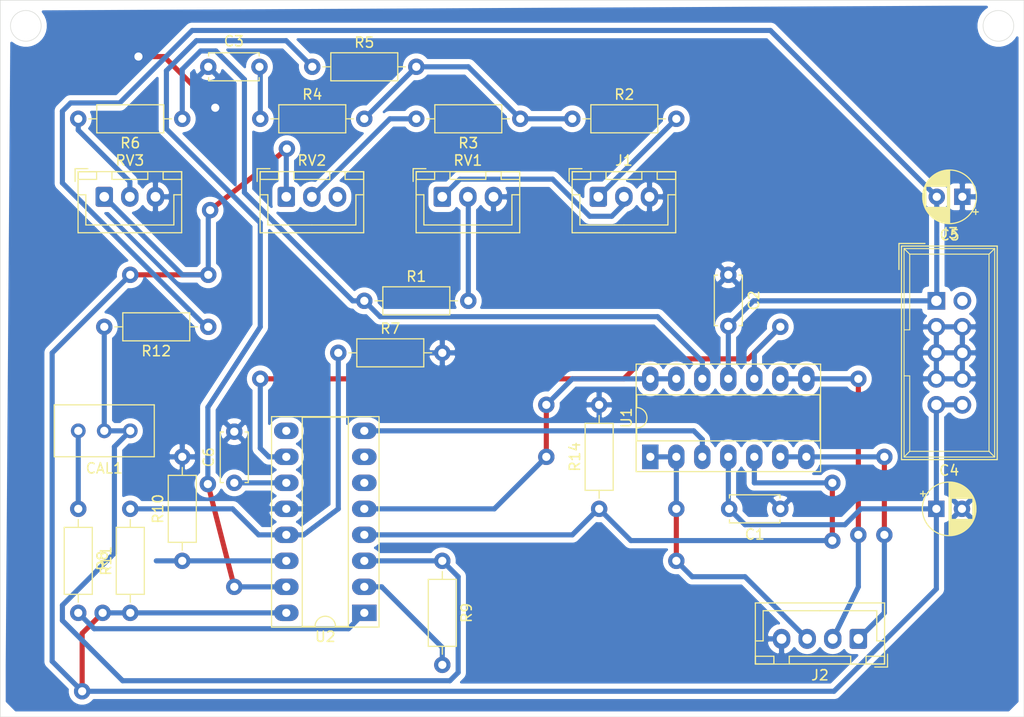
<source format=kicad_pcb>
(kicad_pcb (version 20171130) (host pcbnew "(5.1.7)-1")

  (general
    (thickness 1.6)
    (drawings 6)
    (tracks 177)
    (zones 0)
    (modules 28)
    (nets 31)
  )

  (page A4)
  (layers
    (0 F.Cu signal)
    (31 B.Cu signal)
    (32 B.Adhes user)
    (33 F.Adhes user)
    (34 B.Paste user)
    (35 F.Paste user)
    (36 B.SilkS user)
    (37 F.SilkS user)
    (38 B.Mask user)
    (39 F.Mask user)
    (40 Dwgs.User user)
    (41 Cmts.User user)
    (42 Eco1.User user)
    (43 Eco2.User user)
    (44 Edge.Cuts user)
    (45 Margin user)
    (46 B.CrtYd user)
    (47 F.CrtYd user)
    (48 B.Fab user)
    (49 F.Fab user hide)
  )

  (setup
    (last_trace_width 0.5)
    (trace_clearance 0.5)
    (zone_clearance 0.508)
    (zone_45_only no)
    (trace_min 0.5)
    (via_size 1.6)
    (via_drill 0.8)
    (via_min_size 1.6)
    (via_min_drill 0.8)
    (uvia_size 0.3)
    (uvia_drill 0.1)
    (uvias_allowed no)
    (uvia_min_size 0.2)
    (uvia_min_drill 0.1)
    (edge_width 0.05)
    (segment_width 0.2)
    (pcb_text_width 0.3)
    (pcb_text_size 1.5 1.5)
    (mod_edge_width 0.12)
    (mod_text_size 1 1)
    (mod_text_width 0.15)
    (pad_size 1.524 1.524)
    (pad_drill 0.762)
    (pad_to_mask_clearance 0)
    (aux_axis_origin 0 0)
    (grid_origin 122.78 104.76)
    (visible_elements 7FFFFFFF)
    (pcbplotparams
      (layerselection 0x010fc_ffffffff)
      (usegerberextensions false)
      (usegerberattributes true)
      (usegerberadvancedattributes true)
      (creategerberjobfile true)
      (excludeedgelayer true)
      (linewidth 0.100000)
      (plotframeref false)
      (viasonmask false)
      (mode 1)
      (useauxorigin false)
      (hpglpennumber 1)
      (hpglpenspeed 20)
      (hpglpendiameter 15.000000)
      (psnegative false)
      (psa4output false)
      (plotreference true)
      (plotvalue true)
      (plotinvisibletext false)
      (padsonsilk false)
      (subtractmaskfromsilk false)
      (outputformat 1)
      (mirror false)
      (drillshape 1)
      (scaleselection 1)
      (outputdirectory ""))
  )

  (net 0 "")
  (net 1 +12V)
  (net 2 GND)
  (net 3 -12V)
  (net 4 "Net-(C3-Pad2)")
  (net 5 "Net-(C6-Pad1)")
  (net 6 "Net-(CAL1-Pad2)")
  (net 7 "Net-(CAL1-Pad1)")
  (net 8 "Net-(R1-Pad2)")
  (net 9 "Net-(R1-Pad1)")
  (net 10 "Net-(R2-Pad1)")
  (net 11 "Net-(R3-Pad2)")
  (net 12 CV)
  (net 13 "Net-(R6-Pad2)")
  (net 14 "Net-(R11-Pad2)")
  (net 15 "Net-(R8-Pad2)")
  (net 16 "Net-(R9-Pad2)")
  (net 17 "Net-(R10-Pad1)")
  (net 18 SQUARE)
  (net 19 "Net-(RV2-Pad3)")
  (net 20 PWM)
  (net 21 TRI)
  (net 22 SAW)
  (net 23 "Net-(U2-Pad7)")
  (net 24 "Net-(U2-Pad6)")
  (net 25 "Net-(U2-Pad9)")
  (net 26 PWM_IN)
  (net 27 CV_IN)
  (net 28 SAW_OUT)
  (net 29 TRI_OUT)
  (net 30 SQUARE_OUT)

  (net_class Default "This is the default net class."
    (clearance 0.5)
    (trace_width 0.5)
    (via_dia 1.6)
    (via_drill 0.8)
    (uvia_dia 0.3)
    (uvia_drill 0.1)
    (diff_pair_width 0.5)
    (diff_pair_gap 0.5)
    (add_net +12V)
    (add_net -12V)
    (add_net CV)
    (add_net CV_IN)
    (add_net GND)
    (add_net "Net-(C3-Pad2)")
    (add_net "Net-(C6-Pad1)")
    (add_net "Net-(CAL1-Pad1)")
    (add_net "Net-(CAL1-Pad2)")
    (add_net "Net-(R1-Pad1)")
    (add_net "Net-(R1-Pad2)")
    (add_net "Net-(R10-Pad1)")
    (add_net "Net-(R11-Pad2)")
    (add_net "Net-(R2-Pad1)")
    (add_net "Net-(R3-Pad2)")
    (add_net "Net-(R6-Pad2)")
    (add_net "Net-(R8-Pad2)")
    (add_net "Net-(R9-Pad2)")
    (add_net "Net-(RV2-Pad3)")
    (add_net "Net-(U2-Pad6)")
    (add_net "Net-(U2-Pad7)")
    (add_net "Net-(U2-Pad9)")
    (add_net PWM)
    (add_net PWM_IN)
    (add_net SAW)
    (add_net SAW_OUT)
    (add_net SQUARE)
    (add_net SQUARE_OUT)
    (add_net TRI)
    (add_net TRI_OUT)
  )

  (module Package_DIP:DIP-14_W7.62mm_Socket_LongPads (layer F.Cu) (tedit 5A02E8C5) (tstamp 5FA6A61F)
    (at 168.5 94.6 90)
    (descr "14-lead though-hole mounted DIP package, row spacing 7.62 mm (300 mils), Socket, LongPads")
    (tags "THT DIP DIL PDIP 2.54mm 7.62mm 300mil Socket LongPads")
    (path /5FA68458)
    (fp_text reference U1 (at 3.81 -2.33 90) (layer F.SilkS)
      (effects (font (size 1 1) (thickness 0.15)))
    )
    (fp_text value TL074 (at 3.81 17.57 90) (layer F.Fab)
      (effects (font (size 1 1) (thickness 0.15)))
    )
    (fp_line (start 9.15 -1.6) (end -1.55 -1.6) (layer F.CrtYd) (width 0.05))
    (fp_line (start 9.15 16.85) (end 9.15 -1.6) (layer F.CrtYd) (width 0.05))
    (fp_line (start -1.55 16.85) (end 9.15 16.85) (layer F.CrtYd) (width 0.05))
    (fp_line (start -1.55 -1.6) (end -1.55 16.85) (layer F.CrtYd) (width 0.05))
    (fp_line (start 9.06 -1.39) (end -1.44 -1.39) (layer F.SilkS) (width 0.12))
    (fp_line (start 9.06 16.63) (end 9.06 -1.39) (layer F.SilkS) (width 0.12))
    (fp_line (start -1.44 16.63) (end 9.06 16.63) (layer F.SilkS) (width 0.12))
    (fp_line (start -1.44 -1.39) (end -1.44 16.63) (layer F.SilkS) (width 0.12))
    (fp_line (start 6.06 -1.33) (end 4.81 -1.33) (layer F.SilkS) (width 0.12))
    (fp_line (start 6.06 16.57) (end 6.06 -1.33) (layer F.SilkS) (width 0.12))
    (fp_line (start 1.56 16.57) (end 6.06 16.57) (layer F.SilkS) (width 0.12))
    (fp_line (start 1.56 -1.33) (end 1.56 16.57) (layer F.SilkS) (width 0.12))
    (fp_line (start 2.81 -1.33) (end 1.56 -1.33) (layer F.SilkS) (width 0.12))
    (fp_line (start 8.89 -1.33) (end -1.27 -1.33) (layer F.Fab) (width 0.1))
    (fp_line (start 8.89 16.57) (end 8.89 -1.33) (layer F.Fab) (width 0.1))
    (fp_line (start -1.27 16.57) (end 8.89 16.57) (layer F.Fab) (width 0.1))
    (fp_line (start -1.27 -1.33) (end -1.27 16.57) (layer F.Fab) (width 0.1))
    (fp_line (start 0.635 -0.27) (end 1.635 -1.27) (layer F.Fab) (width 0.1))
    (fp_line (start 0.635 16.51) (end 0.635 -0.27) (layer F.Fab) (width 0.1))
    (fp_line (start 6.985 16.51) (end 0.635 16.51) (layer F.Fab) (width 0.1))
    (fp_line (start 6.985 -1.27) (end 6.985 16.51) (layer F.Fab) (width 0.1))
    (fp_line (start 1.635 -1.27) (end 6.985 -1.27) (layer F.Fab) (width 0.1))
    (fp_text user %R (at 3.81 7.62 90) (layer F.Fab)
      (effects (font (size 1 1) (thickness 0.15)))
    )
    (fp_arc (start 3.81 -1.33) (end 2.81 -1.33) (angle -180) (layer F.SilkS) (width 0.12))
    (pad 14 thru_hole oval (at 7.62 0 90) (size 2.4 1.6) (drill 0.8) (layers *.Cu *.Mask)
      (net 20 PWM))
    (pad 7 thru_hole oval (at 0 15.24 90) (size 2.4 1.6) (drill 0.8) (layers *.Cu *.Mask)
      (net 30 SQUARE_OUT))
    (pad 13 thru_hole oval (at 7.62 2.54 90) (size 2.4 1.6) (drill 0.8) (layers *.Cu *.Mask)
      (net 20 PWM))
    (pad 6 thru_hole oval (at 0 12.7 90) (size 2.4 1.6) (drill 0.8) (layers *.Cu *.Mask)
      (net 30 SQUARE_OUT))
    (pad 12 thru_hole oval (at 7.62 5.08 90) (size 2.4 1.6) (drill 0.8) (layers *.Cu *.Mask)
      (net 9 "Net-(R1-Pad1)"))
    (pad 5 thru_hole oval (at 0 10.16 90) (size 2.4 1.6) (drill 0.8) (layers *.Cu *.Mask)
      (net 18 SQUARE))
    (pad 11 thru_hole oval (at 7.62 7.62 90) (size 2.4 1.6) (drill 0.8) (layers *.Cu *.Mask)
      (net 3 -12V))
    (pad 4 thru_hole oval (at 0 7.62 90) (size 2.4 1.6) (drill 0.8) (layers *.Cu *.Mask)
      (net 1 +12V))
    (pad 10 thru_hole oval (at 7.62 10.16 90) (size 2.4 1.6) (drill 0.8) (layers *.Cu *.Mask)
      (net 21 TRI))
    (pad 3 thru_hole oval (at 0 5.08 90) (size 2.4 1.6) (drill 0.8) (layers *.Cu *.Mask)
      (net 22 SAW))
    (pad 9 thru_hole oval (at 7.62 12.7 90) (size 2.4 1.6) (drill 0.8) (layers *.Cu *.Mask)
      (net 29 TRI_OUT))
    (pad 2 thru_hole oval (at 0 2.54 90) (size 2.4 1.6) (drill 0.8) (layers *.Cu *.Mask)
      (net 28 SAW_OUT))
    (pad 8 thru_hole oval (at 7.62 15.24 90) (size 2.4 1.6) (drill 0.8) (layers *.Cu *.Mask)
      (net 29 TRI_OUT))
    (pad 1 thru_hole rect (at 0 0 90) (size 2.4 1.6) (drill 0.8) (layers *.Cu *.Mask)
      (net 28 SAW_OUT))
    (model ${KISYS3DMOD}/Package_DIP.3dshapes/DIP-14_W7.62mm_Socket.wrl
      (at (xyz 0 0 0))
      (scale (xyz 1 1 1))
      (rotate (xyz 0 0 0))
    )
  )

  (module Connector_JST:JST_XH_B3B-XH-A_1x03_P2.50mm_Vertical (layer F.Cu) (tedit 5C28146C) (tstamp 5FA6A3E2)
    (at 163.42 69.2)
    (descr "JST XH series connector, B3B-XH-A (http://www.jst-mfg.com/product/pdf/eng/eXH.pdf), generated with kicad-footprint-generator")
    (tags "connector JST XH vertical")
    (path /60076A1A)
    (fp_text reference J1 (at 2.5 -3.55) (layer F.SilkS)
      (effects (font (size 1 1) (thickness 0.15)))
    )
    (fp_text value INPUTS (at 2.5 4.6) (layer F.Fab)
      (effects (font (size 1 1) (thickness 0.15)))
    )
    (fp_line (start -2.85 -2.75) (end -2.85 -1.5) (layer F.SilkS) (width 0.12))
    (fp_line (start -1.6 -2.75) (end -2.85 -2.75) (layer F.SilkS) (width 0.12))
    (fp_line (start 6.8 2.75) (end 2.5 2.75) (layer F.SilkS) (width 0.12))
    (fp_line (start 6.8 -0.2) (end 6.8 2.75) (layer F.SilkS) (width 0.12))
    (fp_line (start 7.55 -0.2) (end 6.8 -0.2) (layer F.SilkS) (width 0.12))
    (fp_line (start -1.8 2.75) (end 2.5 2.75) (layer F.SilkS) (width 0.12))
    (fp_line (start -1.8 -0.2) (end -1.8 2.75) (layer F.SilkS) (width 0.12))
    (fp_line (start -2.55 -0.2) (end -1.8 -0.2) (layer F.SilkS) (width 0.12))
    (fp_line (start 7.55 -2.45) (end 5.75 -2.45) (layer F.SilkS) (width 0.12))
    (fp_line (start 7.55 -1.7) (end 7.55 -2.45) (layer F.SilkS) (width 0.12))
    (fp_line (start 5.75 -1.7) (end 7.55 -1.7) (layer F.SilkS) (width 0.12))
    (fp_line (start 5.75 -2.45) (end 5.75 -1.7) (layer F.SilkS) (width 0.12))
    (fp_line (start -0.75 -2.45) (end -2.55 -2.45) (layer F.SilkS) (width 0.12))
    (fp_line (start -0.75 -1.7) (end -0.75 -2.45) (layer F.SilkS) (width 0.12))
    (fp_line (start -2.55 -1.7) (end -0.75 -1.7) (layer F.SilkS) (width 0.12))
    (fp_line (start -2.55 -2.45) (end -2.55 -1.7) (layer F.SilkS) (width 0.12))
    (fp_line (start 4.25 -2.45) (end 0.75 -2.45) (layer F.SilkS) (width 0.12))
    (fp_line (start 4.25 -1.7) (end 4.25 -2.45) (layer F.SilkS) (width 0.12))
    (fp_line (start 0.75 -1.7) (end 4.25 -1.7) (layer F.SilkS) (width 0.12))
    (fp_line (start 0.75 -2.45) (end 0.75 -1.7) (layer F.SilkS) (width 0.12))
    (fp_line (start 0 -1.35) (end 0.625 -2.35) (layer F.Fab) (width 0.1))
    (fp_line (start -0.625 -2.35) (end 0 -1.35) (layer F.Fab) (width 0.1))
    (fp_line (start 7.95 -2.85) (end -2.95 -2.85) (layer F.CrtYd) (width 0.05))
    (fp_line (start 7.95 3.9) (end 7.95 -2.85) (layer F.CrtYd) (width 0.05))
    (fp_line (start -2.95 3.9) (end 7.95 3.9) (layer F.CrtYd) (width 0.05))
    (fp_line (start -2.95 -2.85) (end -2.95 3.9) (layer F.CrtYd) (width 0.05))
    (fp_line (start 7.56 -2.46) (end -2.56 -2.46) (layer F.SilkS) (width 0.12))
    (fp_line (start 7.56 3.51) (end 7.56 -2.46) (layer F.SilkS) (width 0.12))
    (fp_line (start -2.56 3.51) (end 7.56 3.51) (layer F.SilkS) (width 0.12))
    (fp_line (start -2.56 -2.46) (end -2.56 3.51) (layer F.SilkS) (width 0.12))
    (fp_line (start 7.45 -2.35) (end -2.45 -2.35) (layer F.Fab) (width 0.1))
    (fp_line (start 7.45 3.4) (end 7.45 -2.35) (layer F.Fab) (width 0.1))
    (fp_line (start -2.45 3.4) (end 7.45 3.4) (layer F.Fab) (width 0.1))
    (fp_line (start -2.45 -2.35) (end -2.45 3.4) (layer F.Fab) (width 0.1))
    (fp_text user %R (at 2.5 2.7) (layer F.Fab)
      (effects (font (size 1 1) (thickness 0.15)))
    )
    (pad 3 thru_hole oval (at 5 0) (size 1.7 1.95) (drill 0.95) (layers *.Cu *.Mask)
      (net 2 GND))
    (pad 2 thru_hole oval (at 2.5 0) (size 1.7 1.95) (drill 0.95) (layers *.Cu *.Mask)
      (net 26 PWM_IN))
    (pad 1 thru_hole roundrect (at 0 0) (size 1.7 1.95) (drill 0.95) (layers *.Cu *.Mask) (roundrect_rratio 0.147059)
      (net 27 CV_IN))
    (model ${KISYS3DMOD}/Connector_JST.3dshapes/JST_XH_B3B-XH-A_1x03_P2.50mm_Vertical.wrl
      (at (xyz 0 0 0))
      (scale (xyz 1 1 1))
      (rotate (xyz 0 0 0))
    )
  )

  (module Package_DIP:DIP-16_W7.62mm_Socket_LongPads (layer F.Cu) (tedit 5A02E8C5) (tstamp 5FA6A64B)
    (at 140.56 109.84 180)
    (descr "16-lead though-hole mounted DIP package, row spacing 7.62 mm (300 mils), Socket, LongPads")
    (tags "THT DIP DIL PDIP 2.54mm 7.62mm 300mil Socket LongPads")
    (path /5FA60207)
    (fp_text reference U2 (at 3.81 -2.33) (layer F.SilkS)
      (effects (font (size 1 1) (thickness 0.15)))
    )
    (fp_text value AS3340 (at 3.81 20.11) (layer F.Fab)
      (effects (font (size 1 1) (thickness 0.15)))
    )
    (fp_line (start 9.15 -1.6) (end -1.55 -1.6) (layer F.CrtYd) (width 0.05))
    (fp_line (start 9.15 19.4) (end 9.15 -1.6) (layer F.CrtYd) (width 0.05))
    (fp_line (start -1.55 19.4) (end 9.15 19.4) (layer F.CrtYd) (width 0.05))
    (fp_line (start -1.55 -1.6) (end -1.55 19.4) (layer F.CrtYd) (width 0.05))
    (fp_line (start 9.06 -1.39) (end -1.44 -1.39) (layer F.SilkS) (width 0.12))
    (fp_line (start 9.06 19.17) (end 9.06 -1.39) (layer F.SilkS) (width 0.12))
    (fp_line (start -1.44 19.17) (end 9.06 19.17) (layer F.SilkS) (width 0.12))
    (fp_line (start -1.44 -1.39) (end -1.44 19.17) (layer F.SilkS) (width 0.12))
    (fp_line (start 6.06 -1.33) (end 4.81 -1.33) (layer F.SilkS) (width 0.12))
    (fp_line (start 6.06 19.11) (end 6.06 -1.33) (layer F.SilkS) (width 0.12))
    (fp_line (start 1.56 19.11) (end 6.06 19.11) (layer F.SilkS) (width 0.12))
    (fp_line (start 1.56 -1.33) (end 1.56 19.11) (layer F.SilkS) (width 0.12))
    (fp_line (start 2.81 -1.33) (end 1.56 -1.33) (layer F.SilkS) (width 0.12))
    (fp_line (start 8.89 -1.33) (end -1.27 -1.33) (layer F.Fab) (width 0.1))
    (fp_line (start 8.89 19.11) (end 8.89 -1.33) (layer F.Fab) (width 0.1))
    (fp_line (start -1.27 19.11) (end 8.89 19.11) (layer F.Fab) (width 0.1))
    (fp_line (start -1.27 -1.33) (end -1.27 19.11) (layer F.Fab) (width 0.1))
    (fp_line (start 0.635 -0.27) (end 1.635 -1.27) (layer F.Fab) (width 0.1))
    (fp_line (start 0.635 19.05) (end 0.635 -0.27) (layer F.Fab) (width 0.1))
    (fp_line (start 6.985 19.05) (end 0.635 19.05) (layer F.Fab) (width 0.1))
    (fp_line (start 6.985 -1.27) (end 6.985 19.05) (layer F.Fab) (width 0.1))
    (fp_line (start 1.635 -1.27) (end 6.985 -1.27) (layer F.Fab) (width 0.1))
    (fp_text user %R (at 3.81 8.89) (layer F.Fab)
      (effects (font (size 1 1) (thickness 0.15)))
    )
    (fp_arc (start 3.81 -1.33) (end 2.81 -1.33) (angle -180) (layer F.SilkS) (width 0.12))
    (pad 16 thru_hole oval (at 7.62 0 180) (size 2.4 1.6) (drill 0.8) (layers *.Cu *.Mask)
      (net 1 +12V))
    (pad 8 thru_hole oval (at 0 17.78 180) (size 2.4 1.6) (drill 0.8) (layers *.Cu *.Mask)
      (net 22 SAW))
    (pad 15 thru_hole oval (at 7.62 2.54 180) (size 2.4 1.6) (drill 0.8) (layers *.Cu *.Mask)
      (net 12 CV))
    (pad 7 thru_hole oval (at 0 15.24 180) (size 2.4 1.6) (drill 0.8) (layers *.Cu *.Mask)
      (net 23 "Net-(U2-Pad7)"))
    (pad 14 thru_hole oval (at 7.62 5.08 180) (size 2.4 1.6) (drill 0.8) (layers *.Cu *.Mask)
      (net 17 "Net-(R10-Pad1)"))
    (pad 6 thru_hole oval (at 0 12.7 180) (size 2.4 1.6) (drill 0.8) (layers *.Cu *.Mask)
      (net 24 "Net-(U2-Pad6)"))
    (pad 13 thru_hole oval (at 7.62 7.62 180) (size 2.4 1.6) (drill 0.8) (layers *.Cu *.Mask)
      (net 14 "Net-(R11-Pad2)"))
    (pad 5 thru_hole oval (at 0 10.16 180) (size 2.4 1.6) (drill 0.8) (layers *.Cu *.Mask)
      (net 20 PWM))
    (pad 12 thru_hole oval (at 7.62 10.16 180) (size 2.4 1.6) (drill 0.8) (layers *.Cu *.Mask)
      (net 2 GND))
    (pad 4 thru_hole oval (at 0 7.62 180) (size 2.4 1.6) (drill 0.8) (layers *.Cu *.Mask)
      (net 18 SQUARE))
    (pad 11 thru_hole oval (at 7.62 12.7 180) (size 2.4 1.6) (drill 0.8) (layers *.Cu *.Mask)
      (net 5 "Net-(C6-Pad1)"))
    (pad 3 thru_hole oval (at 0 5.08 180) (size 2.4 1.6) (drill 0.8) (layers *.Cu *.Mask)
      (net 6 "Net-(CAL1-Pad2)"))
    (pad 10 thru_hole oval (at 7.62 15.24 180) (size 2.4 1.6) (drill 0.8) (layers *.Cu *.Mask)
      (net 21 TRI))
    (pad 2 thru_hole oval (at 0 2.54 180) (size 2.4 1.6) (drill 0.8) (layers *.Cu *.Mask)
      (net 16 "Net-(R9-Pad2)"))
    (pad 9 thru_hole oval (at 7.62 17.78 180) (size 2.4 1.6) (drill 0.8) (layers *.Cu *.Mask)
      (net 25 "Net-(U2-Pad9)"))
    (pad 1 thru_hole rect (at 0 0 180) (size 2.4 1.6) (drill 0.8) (layers *.Cu *.Mask)
      (net 15 "Net-(R8-Pad2)"))
    (model ${KISYS3DMOD}/Package_DIP.3dshapes/DIP-16_W7.62mm_Socket.wrl
      (at (xyz 0 0 0))
      (scale (xyz 1 1 1))
      (rotate (xyz 0 0 0))
    )
  )

  (module Connector_JST:JST_XH_B3B-XH-A_1x03_P2.50mm_Vertical (layer F.Cu) (tedit 5C28146C) (tstamp 5FA6A5F5)
    (at 115.16 69.2)
    (descr "JST XH series connector, B3B-XH-A (http://www.jst-mfg.com/product/pdf/eng/eXH.pdf), generated with kicad-footprint-generator")
    (tags "connector JST XH vertical")
    (path /5FABE784)
    (fp_text reference RV3 (at 2.5 -3.55) (layer F.SilkS)
      (effects (font (size 1 1) (thickness 0.15)))
    )
    (fp_text value "100k Lin Pulse Width" (at 2.5 4.6) (layer F.Fab)
      (effects (font (size 1 1) (thickness 0.15)))
    )
    (fp_line (start -2.85 -2.75) (end -2.85 -1.5) (layer F.SilkS) (width 0.12))
    (fp_line (start -1.6 -2.75) (end -2.85 -2.75) (layer F.SilkS) (width 0.12))
    (fp_line (start 6.8 2.75) (end 2.5 2.75) (layer F.SilkS) (width 0.12))
    (fp_line (start 6.8 -0.2) (end 6.8 2.75) (layer F.SilkS) (width 0.12))
    (fp_line (start 7.55 -0.2) (end 6.8 -0.2) (layer F.SilkS) (width 0.12))
    (fp_line (start -1.8 2.75) (end 2.5 2.75) (layer F.SilkS) (width 0.12))
    (fp_line (start -1.8 -0.2) (end -1.8 2.75) (layer F.SilkS) (width 0.12))
    (fp_line (start -2.55 -0.2) (end -1.8 -0.2) (layer F.SilkS) (width 0.12))
    (fp_line (start 7.55 -2.45) (end 5.75 -2.45) (layer F.SilkS) (width 0.12))
    (fp_line (start 7.55 -1.7) (end 7.55 -2.45) (layer F.SilkS) (width 0.12))
    (fp_line (start 5.75 -1.7) (end 7.55 -1.7) (layer F.SilkS) (width 0.12))
    (fp_line (start 5.75 -2.45) (end 5.75 -1.7) (layer F.SilkS) (width 0.12))
    (fp_line (start -0.75 -2.45) (end -2.55 -2.45) (layer F.SilkS) (width 0.12))
    (fp_line (start -0.75 -1.7) (end -0.75 -2.45) (layer F.SilkS) (width 0.12))
    (fp_line (start -2.55 -1.7) (end -0.75 -1.7) (layer F.SilkS) (width 0.12))
    (fp_line (start -2.55 -2.45) (end -2.55 -1.7) (layer F.SilkS) (width 0.12))
    (fp_line (start 4.25 -2.45) (end 0.75 -2.45) (layer F.SilkS) (width 0.12))
    (fp_line (start 4.25 -1.7) (end 4.25 -2.45) (layer F.SilkS) (width 0.12))
    (fp_line (start 0.75 -1.7) (end 4.25 -1.7) (layer F.SilkS) (width 0.12))
    (fp_line (start 0.75 -2.45) (end 0.75 -1.7) (layer F.SilkS) (width 0.12))
    (fp_line (start 0 -1.35) (end 0.625 -2.35) (layer F.Fab) (width 0.1))
    (fp_line (start -0.625 -2.35) (end 0 -1.35) (layer F.Fab) (width 0.1))
    (fp_line (start 7.95 -2.85) (end -2.95 -2.85) (layer F.CrtYd) (width 0.05))
    (fp_line (start 7.95 3.9) (end 7.95 -2.85) (layer F.CrtYd) (width 0.05))
    (fp_line (start -2.95 3.9) (end 7.95 3.9) (layer F.CrtYd) (width 0.05))
    (fp_line (start -2.95 -2.85) (end -2.95 3.9) (layer F.CrtYd) (width 0.05))
    (fp_line (start 7.56 -2.46) (end -2.56 -2.46) (layer F.SilkS) (width 0.12))
    (fp_line (start 7.56 3.51) (end 7.56 -2.46) (layer F.SilkS) (width 0.12))
    (fp_line (start -2.56 3.51) (end 7.56 3.51) (layer F.SilkS) (width 0.12))
    (fp_line (start -2.56 -2.46) (end -2.56 3.51) (layer F.SilkS) (width 0.12))
    (fp_line (start 7.45 -2.35) (end -2.45 -2.35) (layer F.Fab) (width 0.1))
    (fp_line (start 7.45 3.4) (end 7.45 -2.35) (layer F.Fab) (width 0.1))
    (fp_line (start -2.45 3.4) (end 7.45 3.4) (layer F.Fab) (width 0.1))
    (fp_line (start -2.45 -2.35) (end -2.45 3.4) (layer F.Fab) (width 0.1))
    (fp_text user %R (at -1.61 0.23) (layer F.Fab)
      (effects (font (size 1 1) (thickness 0.15)))
    )
    (pad 3 thru_hole oval (at 5 0) (size 1.7 1.95) (drill 0.95) (layers *.Cu *.Mask)
      (net 2 GND))
    (pad 2 thru_hole oval (at 2.5 0) (size 1.7 1.95) (drill 0.95) (layers *.Cu *.Mask)
      (net 13 "Net-(R6-Pad2)"))
    (pad 1 thru_hole roundrect (at 0 0) (size 1.7 1.95) (drill 0.95) (layers *.Cu *.Mask) (roundrect_rratio 0.147059)
      (net 1 +12V))
    (model ${KISYS3DMOD}/Connector_JST.3dshapes/JST_XH_B3B-XH-A_1x03_P2.50mm_Vertical.wrl
      (at (xyz 0 0 0))
      (scale (xyz 1 1 1))
      (rotate (xyz 0 0 0))
    )
  )

  (module Connector_JST:JST_XH_B3B-XH-A_1x03_P2.50mm_Vertical (layer F.Cu) (tedit 5C28146C) (tstamp 5FA6A5CB)
    (at 132.94 69.2)
    (descr "JST XH series connector, B3B-XH-A (http://www.jst-mfg.com/product/pdf/eng/eXH.pdf), generated with kicad-footprint-generator")
    (tags "connector JST XH vertical")
    (path /5FAF95FA)
    (fp_text reference RV2 (at 2.5 -3.55) (layer F.SilkS)
      (effects (font (size 1 1) (thickness 0.15)))
    )
    (fp_text value "100k Lin Coarse Tune" (at 2.5 4.6) (layer F.Fab)
      (effects (font (size 1 1) (thickness 0.15)))
    )
    (fp_line (start -2.85 -2.75) (end -2.85 -1.5) (layer F.SilkS) (width 0.12))
    (fp_line (start -1.6 -2.75) (end -2.85 -2.75) (layer F.SilkS) (width 0.12))
    (fp_line (start 6.8 2.75) (end 2.5 2.75) (layer F.SilkS) (width 0.12))
    (fp_line (start 6.8 -0.2) (end 6.8 2.75) (layer F.SilkS) (width 0.12))
    (fp_line (start 7.55 -0.2) (end 6.8 -0.2) (layer F.SilkS) (width 0.12))
    (fp_line (start -1.8 2.75) (end 2.5 2.75) (layer F.SilkS) (width 0.12))
    (fp_line (start -1.8 -0.2) (end -1.8 2.75) (layer F.SilkS) (width 0.12))
    (fp_line (start -2.55 -0.2) (end -1.8 -0.2) (layer F.SilkS) (width 0.12))
    (fp_line (start 7.55 -2.45) (end 5.75 -2.45) (layer F.SilkS) (width 0.12))
    (fp_line (start 7.55 -1.7) (end 7.55 -2.45) (layer F.SilkS) (width 0.12))
    (fp_line (start 5.75 -1.7) (end 7.55 -1.7) (layer F.SilkS) (width 0.12))
    (fp_line (start 5.75 -2.45) (end 5.75 -1.7) (layer F.SilkS) (width 0.12))
    (fp_line (start -0.75 -2.45) (end -2.55 -2.45) (layer F.SilkS) (width 0.12))
    (fp_line (start -0.75 -1.7) (end -0.75 -2.45) (layer F.SilkS) (width 0.12))
    (fp_line (start -2.55 -1.7) (end -0.75 -1.7) (layer F.SilkS) (width 0.12))
    (fp_line (start -2.55 -2.45) (end -2.55 -1.7) (layer F.SilkS) (width 0.12))
    (fp_line (start 4.25 -2.45) (end 0.75 -2.45) (layer F.SilkS) (width 0.12))
    (fp_line (start 4.25 -1.7) (end 4.25 -2.45) (layer F.SilkS) (width 0.12))
    (fp_line (start 0.75 -1.7) (end 4.25 -1.7) (layer F.SilkS) (width 0.12))
    (fp_line (start 0.75 -2.45) (end 0.75 -1.7) (layer F.SilkS) (width 0.12))
    (fp_line (start 0 -1.35) (end 0.625 -2.35) (layer F.Fab) (width 0.1))
    (fp_line (start -0.625 -2.35) (end 0 -1.35) (layer F.Fab) (width 0.1))
    (fp_line (start 7.95 -2.85) (end -2.95 -2.85) (layer F.CrtYd) (width 0.05))
    (fp_line (start 7.95 3.9) (end 7.95 -2.85) (layer F.CrtYd) (width 0.05))
    (fp_line (start -2.95 3.9) (end 7.95 3.9) (layer F.CrtYd) (width 0.05))
    (fp_line (start -2.95 -2.85) (end -2.95 3.9) (layer F.CrtYd) (width 0.05))
    (fp_line (start 7.56 -2.46) (end -2.56 -2.46) (layer F.SilkS) (width 0.12))
    (fp_line (start 7.56 3.51) (end 7.56 -2.46) (layer F.SilkS) (width 0.12))
    (fp_line (start -2.56 3.51) (end 7.56 3.51) (layer F.SilkS) (width 0.12))
    (fp_line (start -2.56 -2.46) (end -2.56 3.51) (layer F.SilkS) (width 0.12))
    (fp_line (start 7.45 -2.35) (end -2.45 -2.35) (layer F.Fab) (width 0.1))
    (fp_line (start 7.45 3.4) (end 7.45 -2.35) (layer F.Fab) (width 0.1))
    (fp_line (start -2.45 3.4) (end 7.45 3.4) (layer F.Fab) (width 0.1))
    (fp_line (start -2.45 -2.35) (end -2.45 3.4) (layer F.Fab) (width 0.1))
    (fp_text user %R (at 2.5 2.7) (layer F.Fab)
      (effects (font (size 1 1) (thickness 0.15)))
    )
    (pad 3 thru_hole oval (at 5 0) (size 1.7 1.95) (drill 0.95) (layers *.Cu *.Mask)
      (net 19 "Net-(RV2-Pad3)"))
    (pad 2 thru_hole oval (at 2.5 0) (size 1.7 1.95) (drill 0.95) (layers *.Cu *.Mask)
      (net 11 "Net-(R3-Pad2)"))
    (pad 1 thru_hole roundrect (at 0 0) (size 1.7 1.95) (drill 0.95) (layers *.Cu *.Mask) (roundrect_rratio 0.147059)
      (net 1 +12V))
    (model ${KISYS3DMOD}/Connector_JST.3dshapes/JST_XH_B3B-XH-A_1x03_P2.50mm_Vertical.wrl
      (at (xyz 0 0 0))
      (scale (xyz 1 1 1))
      (rotate (xyz 0 0 0))
    )
  )

  (module Connector_JST:JST_XH_B3B-XH-A_1x03_P2.50mm_Vertical (layer F.Cu) (tedit 5C28146C) (tstamp 5FA6A5A1)
    (at 148.18 69.2)
    (descr "JST XH series connector, B3B-XH-A (http://www.jst-mfg.com/product/pdf/eng/eXH.pdf), generated with kicad-footprint-generator")
    (tags "connector JST XH vertical")
    (path /5FACB069)
    (fp_text reference RV1 (at 2.5 -3.55) (layer F.SilkS)
      (effects (font (size 1 1) (thickness 0.15)))
    )
    (fp_text value "100k PWM CV" (at 2.5 4.6) (layer F.Fab)
      (effects (font (size 1 1) (thickness 0.15)))
    )
    (fp_line (start -2.85 -2.75) (end -2.85 -1.5) (layer F.SilkS) (width 0.12))
    (fp_line (start -1.6 -2.75) (end -2.85 -2.75) (layer F.SilkS) (width 0.12))
    (fp_line (start 6.8 2.75) (end 2.5 2.75) (layer F.SilkS) (width 0.12))
    (fp_line (start 6.8 -0.2) (end 6.8 2.75) (layer F.SilkS) (width 0.12))
    (fp_line (start 7.55 -0.2) (end 6.8 -0.2) (layer F.SilkS) (width 0.12))
    (fp_line (start -1.8 2.75) (end 2.5 2.75) (layer F.SilkS) (width 0.12))
    (fp_line (start -1.8 -0.2) (end -1.8 2.75) (layer F.SilkS) (width 0.12))
    (fp_line (start -2.55 -0.2) (end -1.8 -0.2) (layer F.SilkS) (width 0.12))
    (fp_line (start 7.55 -2.45) (end 5.75 -2.45) (layer F.SilkS) (width 0.12))
    (fp_line (start 7.55 -1.7) (end 7.55 -2.45) (layer F.SilkS) (width 0.12))
    (fp_line (start 5.75 -1.7) (end 7.55 -1.7) (layer F.SilkS) (width 0.12))
    (fp_line (start 5.75 -2.45) (end 5.75 -1.7) (layer F.SilkS) (width 0.12))
    (fp_line (start -0.75 -2.45) (end -2.55 -2.45) (layer F.SilkS) (width 0.12))
    (fp_line (start -0.75 -1.7) (end -0.75 -2.45) (layer F.SilkS) (width 0.12))
    (fp_line (start -2.55 -1.7) (end -0.75 -1.7) (layer F.SilkS) (width 0.12))
    (fp_line (start -2.55 -2.45) (end -2.55 -1.7) (layer F.SilkS) (width 0.12))
    (fp_line (start 4.25 -2.45) (end 0.75 -2.45) (layer F.SilkS) (width 0.12))
    (fp_line (start 4.25 -1.7) (end 4.25 -2.45) (layer F.SilkS) (width 0.12))
    (fp_line (start 0.75 -1.7) (end 4.25 -1.7) (layer F.SilkS) (width 0.12))
    (fp_line (start 0.75 -2.45) (end 0.75 -1.7) (layer F.SilkS) (width 0.12))
    (fp_line (start 0 -1.35) (end 0.625 -2.35) (layer F.Fab) (width 0.1))
    (fp_line (start -0.625 -2.35) (end 0 -1.35) (layer F.Fab) (width 0.1))
    (fp_line (start 7.95 -2.85) (end -2.95 -2.85) (layer F.CrtYd) (width 0.05))
    (fp_line (start 7.95 3.9) (end 7.95 -2.85) (layer F.CrtYd) (width 0.05))
    (fp_line (start -2.95 3.9) (end 7.95 3.9) (layer F.CrtYd) (width 0.05))
    (fp_line (start -2.95 -2.85) (end -2.95 3.9) (layer F.CrtYd) (width 0.05))
    (fp_line (start 7.56 -2.46) (end -2.56 -2.46) (layer F.SilkS) (width 0.12))
    (fp_line (start 7.56 3.51) (end 7.56 -2.46) (layer F.SilkS) (width 0.12))
    (fp_line (start -2.56 3.51) (end 7.56 3.51) (layer F.SilkS) (width 0.12))
    (fp_line (start -2.56 -2.46) (end -2.56 3.51) (layer F.SilkS) (width 0.12))
    (fp_line (start 7.45 -2.35) (end -2.45 -2.35) (layer F.Fab) (width 0.1))
    (fp_line (start 7.45 3.4) (end 7.45 -2.35) (layer F.Fab) (width 0.1))
    (fp_line (start -2.45 3.4) (end 7.45 3.4) (layer F.Fab) (width 0.1))
    (fp_line (start -2.45 -2.35) (end -2.45 3.4) (layer F.Fab) (width 0.1))
    (fp_text user %R (at 2.5 2.7) (layer F.Fab)
      (effects (font (size 1 1) (thickness 0.15)))
    )
    (pad 3 thru_hole oval (at 5 0) (size 1.7 1.95) (drill 0.95) (layers *.Cu *.Mask)
      (net 2 GND))
    (pad 2 thru_hole oval (at 2.5 0) (size 1.7 1.95) (drill 0.95) (layers *.Cu *.Mask)
      (net 8 "Net-(R1-Pad2)"))
    (pad 1 thru_hole roundrect (at 0 0) (size 1.7 1.95) (drill 0.95) (layers *.Cu *.Mask) (roundrect_rratio 0.147059)
      (net 26 PWM_IN))
    (model ${KISYS3DMOD}/Connector_JST.3dshapes/JST_XH_B3B-XH-A_1x03_P2.50mm_Vertical.wrl
      (at (xyz 0 0 0))
      (scale (xyz 1 1 1))
      (rotate (xyz 0 0 0))
    )
  )

  (module Resistor_THT:R_Axial_DIN0207_L6.3mm_D2.5mm_P10.16mm_Horizontal (layer F.Cu) (tedit 5AE5139B) (tstamp 5FA6A577)
    (at 163.5 99.68 90)
    (descr "Resistor, Axial_DIN0207 series, Axial, Horizontal, pin pitch=10.16mm, 0.25W = 1/4W, length*diameter=6.3*2.5mm^2, http://cdn-reichelt.de/documents/datenblatt/B400/1_4W%23YAG.pdf")
    (tags "Resistor Axial_DIN0207 series Axial Horizontal pin pitch 10.16mm 0.25W = 1/4W length 6.3mm diameter 2.5mm")
    (path /5FAB060D)
    (fp_text reference R14 (at 5.08 -2.37 90) (layer F.SilkS)
      (effects (font (size 1 1) (thickness 0.15)))
    )
    (fp_text value 10k (at 5.08 2.37 90) (layer F.Fab)
      (effects (font (size 1 1) (thickness 0.15)))
    )
    (fp_line (start 11.21 -1.5) (end -1.05 -1.5) (layer F.CrtYd) (width 0.05))
    (fp_line (start 11.21 1.5) (end 11.21 -1.5) (layer F.CrtYd) (width 0.05))
    (fp_line (start -1.05 1.5) (end 11.21 1.5) (layer F.CrtYd) (width 0.05))
    (fp_line (start -1.05 -1.5) (end -1.05 1.5) (layer F.CrtYd) (width 0.05))
    (fp_line (start 9.12 0) (end 8.35 0) (layer F.SilkS) (width 0.12))
    (fp_line (start 1.04 0) (end 1.81 0) (layer F.SilkS) (width 0.12))
    (fp_line (start 8.35 -1.37) (end 1.81 -1.37) (layer F.SilkS) (width 0.12))
    (fp_line (start 8.35 1.37) (end 8.35 -1.37) (layer F.SilkS) (width 0.12))
    (fp_line (start 1.81 1.37) (end 8.35 1.37) (layer F.SilkS) (width 0.12))
    (fp_line (start 1.81 -1.37) (end 1.81 1.37) (layer F.SilkS) (width 0.12))
    (fp_line (start 10.16 0) (end 8.23 0) (layer F.Fab) (width 0.1))
    (fp_line (start 0 0) (end 1.93 0) (layer F.Fab) (width 0.1))
    (fp_line (start 8.23 -1.25) (end 1.93 -1.25) (layer F.Fab) (width 0.1))
    (fp_line (start 8.23 1.25) (end 8.23 -1.25) (layer F.Fab) (width 0.1))
    (fp_line (start 1.93 1.25) (end 8.23 1.25) (layer F.Fab) (width 0.1))
    (fp_line (start 1.93 -1.25) (end 1.93 1.25) (layer F.Fab) (width 0.1))
    (fp_text user %R (at 5.08 0 90) (layer F.Fab)
      (effects (font (size 1 1) (thickness 0.15)))
    )
    (pad 2 thru_hole oval (at 10.16 0 90) (size 1.6 1.6) (drill 0.8) (layers *.Cu *.Mask)
      (net 2 GND))
    (pad 1 thru_hole circle (at 0 0 90) (size 1.6 1.6) (drill 0.8) (layers *.Cu *.Mask)
      (net 18 SQUARE))
    (model ${KISYS3DMOD}/Resistor_THT.3dshapes/R_Axial_DIN0207_L6.3mm_D2.5mm_P10.16mm_Horizontal.wrl
      (at (xyz 0 0 0))
      (scale (xyz 1 1 1))
      (rotate (xyz 0 0 0))
    )
  )

  (module Resistor_THT:R_Axial_DIN0207_L6.3mm_D2.5mm_P10.16mm_Horizontal (layer F.Cu) (tedit 5AE5139B) (tstamp 5FA6A549)
    (at 125.32 81.9 180)
    (descr "Resistor, Axial_DIN0207 series, Axial, Horizontal, pin pitch=10.16mm, 0.25W = 1/4W, length*diameter=6.3*2.5mm^2, http://cdn-reichelt.de/documents/datenblatt/B400/1_4W%23YAG.pdf")
    (tags "Resistor Axial_DIN0207 series Axial Horizontal pin pitch 10.16mm 0.25W = 1/4W length 6.3mm diameter 2.5mm")
    (path /5FA96DFC)
    (fp_text reference R12 (at 5.08 -2.37) (layer F.SilkS)
      (effects (font (size 1 1) (thickness 0.15)))
    )
    (fp_text value 680r (at 5.08 2.37) (layer F.Fab)
      (effects (font (size 1 1) (thickness 0.15)))
    )
    (fp_line (start 11.21 -1.5) (end -1.05 -1.5) (layer F.CrtYd) (width 0.05))
    (fp_line (start 11.21 1.5) (end 11.21 -1.5) (layer F.CrtYd) (width 0.05))
    (fp_line (start -1.05 1.5) (end 11.21 1.5) (layer F.CrtYd) (width 0.05))
    (fp_line (start -1.05 -1.5) (end -1.05 1.5) (layer F.CrtYd) (width 0.05))
    (fp_line (start 9.12 0) (end 8.35 0) (layer F.SilkS) (width 0.12))
    (fp_line (start 1.04 0) (end 1.81 0) (layer F.SilkS) (width 0.12))
    (fp_line (start 8.35 -1.37) (end 1.81 -1.37) (layer F.SilkS) (width 0.12))
    (fp_line (start 8.35 1.37) (end 8.35 -1.37) (layer F.SilkS) (width 0.12))
    (fp_line (start 1.81 1.37) (end 8.35 1.37) (layer F.SilkS) (width 0.12))
    (fp_line (start 1.81 -1.37) (end 1.81 1.37) (layer F.SilkS) (width 0.12))
    (fp_line (start 10.16 0) (end 8.23 0) (layer F.Fab) (width 0.1))
    (fp_line (start 0 0) (end 1.93 0) (layer F.Fab) (width 0.1))
    (fp_line (start 8.23 -1.25) (end 1.93 -1.25) (layer F.Fab) (width 0.1))
    (fp_line (start 8.23 1.25) (end 8.23 -1.25) (layer F.Fab) (width 0.1))
    (fp_line (start 1.93 1.25) (end 8.23 1.25) (layer F.Fab) (width 0.1))
    (fp_line (start 1.93 -1.25) (end 1.93 1.25) (layer F.Fab) (width 0.1))
    (fp_text user %R (at 5.08 0) (layer F.Fab)
      (effects (font (size 1 1) (thickness 0.15)))
    )
    (pad 2 thru_hole oval (at 10.16 0 180) (size 1.6 1.6) (drill 0.8) (layers *.Cu *.Mask)
      (net 6 "Net-(CAL1-Pad2)"))
    (pad 1 thru_hole circle (at 0 0 180) (size 1.6 1.6) (drill 0.8) (layers *.Cu *.Mask)
      (net 3 -12V))
    (model ${KISYS3DMOD}/Resistor_THT.3dshapes/R_Axial_DIN0207_L6.3mm_D2.5mm_P10.16mm_Horizontal.wrl
      (at (xyz 0 0 0))
      (scale (xyz 1 1 1))
      (rotate (xyz 0 0 0))
    )
  )

  (module Resistor_THT:R_Axial_DIN0207_L6.3mm_D2.5mm_P10.16mm_Horizontal (layer F.Cu) (tedit 5AE5139B) (tstamp 5FA6A532)
    (at 117.7 109.84 90)
    (descr "Resistor, Axial_DIN0207 series, Axial, Horizontal, pin pitch=10.16mm, 0.25W = 1/4W, length*diameter=6.3*2.5mm^2, http://cdn-reichelt.de/documents/datenblatt/B400/1_4W%23YAG.pdf")
    (tags "Resistor Axial_DIN0207 series Axial Horizontal pin pitch 10.16mm 0.25W = 1/4W length 6.3mm diameter 2.5mm")
    (path /5FB07009)
    (fp_text reference R11 (at 5.08 -2.37 90) (layer F.SilkS)
      (effects (font (size 1 1) (thickness 0.15)))
    )
    (fp_text value 1.5M (at 5.08 2.37 90) (layer F.Fab)
      (effects (font (size 1 1) (thickness 0.15)))
    )
    (fp_line (start 11.21 -1.5) (end -1.05 -1.5) (layer F.CrtYd) (width 0.05))
    (fp_line (start 11.21 1.5) (end 11.21 -1.5) (layer F.CrtYd) (width 0.05))
    (fp_line (start -1.05 1.5) (end 11.21 1.5) (layer F.CrtYd) (width 0.05))
    (fp_line (start -1.05 -1.5) (end -1.05 1.5) (layer F.CrtYd) (width 0.05))
    (fp_line (start 9.12 0) (end 8.35 0) (layer F.SilkS) (width 0.12))
    (fp_line (start 1.04 0) (end 1.81 0) (layer F.SilkS) (width 0.12))
    (fp_line (start 8.35 -1.37) (end 1.81 -1.37) (layer F.SilkS) (width 0.12))
    (fp_line (start 8.35 1.37) (end 8.35 -1.37) (layer F.SilkS) (width 0.12))
    (fp_line (start 1.81 1.37) (end 8.35 1.37) (layer F.SilkS) (width 0.12))
    (fp_line (start 1.81 -1.37) (end 1.81 1.37) (layer F.SilkS) (width 0.12))
    (fp_line (start 10.16 0) (end 8.23 0) (layer F.Fab) (width 0.1))
    (fp_line (start 0 0) (end 1.93 0) (layer F.Fab) (width 0.1))
    (fp_line (start 8.23 -1.25) (end 1.93 -1.25) (layer F.Fab) (width 0.1))
    (fp_line (start 8.23 1.25) (end 8.23 -1.25) (layer F.Fab) (width 0.1))
    (fp_line (start 1.93 1.25) (end 8.23 1.25) (layer F.Fab) (width 0.1))
    (fp_line (start 1.93 -1.25) (end 1.93 1.25) (layer F.Fab) (width 0.1))
    (fp_text user %R (at 5.08 0 90) (layer F.Fab)
      (effects (font (size 1 1) (thickness 0.15)))
    )
    (pad 2 thru_hole oval (at 10.16 0 90) (size 1.6 1.6) (drill 0.8) (layers *.Cu *.Mask)
      (net 14 "Net-(R11-Pad2)"))
    (pad 1 thru_hole circle (at 0 0 90) (size 1.6 1.6) (drill 0.8) (layers *.Cu *.Mask)
      (net 1 +12V))
    (model ${KISYS3DMOD}/Resistor_THT.3dshapes/R_Axial_DIN0207_L6.3mm_D2.5mm_P10.16mm_Horizontal.wrl
      (at (xyz 0 0 0))
      (scale (xyz 1 1 1))
      (rotate (xyz 0 0 0))
    )
  )

  (module Resistor_THT:R_Axial_DIN0207_L6.3mm_D2.5mm_P10.16mm_Horizontal (layer F.Cu) (tedit 5AE5139B) (tstamp 5FA6A51B)
    (at 122.78 104.76 90)
    (descr "Resistor, Axial_DIN0207 series, Axial, Horizontal, pin pitch=10.16mm, 0.25W = 1/4W, length*diameter=6.3*2.5mm^2, http://cdn-reichelt.de/documents/datenblatt/B400/1_4W%23YAG.pdf")
    (tags "Resistor Axial_DIN0207 series Axial Horizontal pin pitch 10.16mm 0.25W = 1/4W length 6.3mm diameter 2.5mm")
    (path /5FB5F563)
    (fp_text reference R10 (at 5.08 -2.37 90) (layer F.SilkS)
      (effects (font (size 1 1) (thickness 0.15)))
    )
    (fp_text value 1.8k (at 5.08 2.37 90) (layer F.Fab)
      (effects (font (size 1 1) (thickness 0.15)))
    )
    (fp_line (start 11.21 -1.5) (end -1.05 -1.5) (layer F.CrtYd) (width 0.05))
    (fp_line (start 11.21 1.5) (end 11.21 -1.5) (layer F.CrtYd) (width 0.05))
    (fp_line (start -1.05 1.5) (end 11.21 1.5) (layer F.CrtYd) (width 0.05))
    (fp_line (start -1.05 -1.5) (end -1.05 1.5) (layer F.CrtYd) (width 0.05))
    (fp_line (start 9.12 0) (end 8.35 0) (layer F.SilkS) (width 0.12))
    (fp_line (start 1.04 0) (end 1.81 0) (layer F.SilkS) (width 0.12))
    (fp_line (start 8.35 -1.37) (end 1.81 -1.37) (layer F.SilkS) (width 0.12))
    (fp_line (start 8.35 1.37) (end 8.35 -1.37) (layer F.SilkS) (width 0.12))
    (fp_line (start 1.81 1.37) (end 8.35 1.37) (layer F.SilkS) (width 0.12))
    (fp_line (start 1.81 -1.37) (end 1.81 1.37) (layer F.SilkS) (width 0.12))
    (fp_line (start 10.16 0) (end 8.23 0) (layer F.Fab) (width 0.1))
    (fp_line (start 0 0) (end 1.93 0) (layer F.Fab) (width 0.1))
    (fp_line (start 8.23 -1.25) (end 1.93 -1.25) (layer F.Fab) (width 0.1))
    (fp_line (start 8.23 1.25) (end 8.23 -1.25) (layer F.Fab) (width 0.1))
    (fp_line (start 1.93 1.25) (end 8.23 1.25) (layer F.Fab) (width 0.1))
    (fp_line (start 1.93 -1.25) (end 1.93 1.25) (layer F.Fab) (width 0.1))
    (fp_text user %R (at 5.08 0 90) (layer F.Fab)
      (effects (font (size 1 1) (thickness 0.15)))
    )
    (pad 2 thru_hole oval (at 10.16 0 90) (size 1.6 1.6) (drill 0.8) (layers *.Cu *.Mask)
      (net 2 GND))
    (pad 1 thru_hole circle (at 0 0 90) (size 1.6 1.6) (drill 0.8) (layers *.Cu *.Mask)
      (net 17 "Net-(R10-Pad1)"))
    (model ${KISYS3DMOD}/Resistor_THT.3dshapes/R_Axial_DIN0207_L6.3mm_D2.5mm_P10.16mm_Horizontal.wrl
      (at (xyz 0 0 0))
      (scale (xyz 1 1 1))
      (rotate (xyz 0 0 0))
    )
  )

  (module Resistor_THT:R_Axial_DIN0207_L6.3mm_D2.5mm_P10.16mm_Horizontal (layer F.Cu) (tedit 5AE5139B) (tstamp 5FA6A504)
    (at 148.18 104.76 270)
    (descr "Resistor, Axial_DIN0207 series, Axial, Horizontal, pin pitch=10.16mm, 0.25W = 1/4W, length*diameter=6.3*2.5mm^2, http://cdn-reichelt.de/documents/datenblatt/B400/1_4W%23YAG.pdf")
    (tags "Resistor Axial_DIN0207 series Axial Horizontal pin pitch 10.16mm 0.25W = 1/4W length 6.3mm diameter 2.5mm")
    (path /5FA63957)
    (fp_text reference R9 (at 5.08 -2.37 90) (layer F.SilkS)
      (effects (font (size 1 1) (thickness 0.15)))
    )
    (fp_text value 5.6k (at 5.08 2.37 90) (layer F.Fab)
      (effects (font (size 1 1) (thickness 0.15)))
    )
    (fp_line (start 11.21 -1.5) (end -1.05 -1.5) (layer F.CrtYd) (width 0.05))
    (fp_line (start 11.21 1.5) (end 11.21 -1.5) (layer F.CrtYd) (width 0.05))
    (fp_line (start -1.05 1.5) (end 11.21 1.5) (layer F.CrtYd) (width 0.05))
    (fp_line (start -1.05 -1.5) (end -1.05 1.5) (layer F.CrtYd) (width 0.05))
    (fp_line (start 9.12 0) (end 8.35 0) (layer F.SilkS) (width 0.12))
    (fp_line (start 1.04 0) (end 1.81 0) (layer F.SilkS) (width 0.12))
    (fp_line (start 8.35 -1.37) (end 1.81 -1.37) (layer F.SilkS) (width 0.12))
    (fp_line (start 8.35 1.37) (end 8.35 -1.37) (layer F.SilkS) (width 0.12))
    (fp_line (start 1.81 1.37) (end 8.35 1.37) (layer F.SilkS) (width 0.12))
    (fp_line (start 1.81 -1.37) (end 1.81 1.37) (layer F.SilkS) (width 0.12))
    (fp_line (start 10.16 0) (end 8.23 0) (layer F.Fab) (width 0.1))
    (fp_line (start 0 0) (end 1.93 0) (layer F.Fab) (width 0.1))
    (fp_line (start 8.23 -1.25) (end 1.93 -1.25) (layer F.Fab) (width 0.1))
    (fp_line (start 8.23 1.25) (end 8.23 -1.25) (layer F.Fab) (width 0.1))
    (fp_line (start 1.93 1.25) (end 8.23 1.25) (layer F.Fab) (width 0.1))
    (fp_line (start 1.93 -1.25) (end 1.93 1.25) (layer F.Fab) (width 0.1))
    (fp_text user %R (at 5.08 0 90) (layer F.Fab)
      (effects (font (size 1 1) (thickness 0.15)))
    )
    (pad 2 thru_hole oval (at 10.16 0 270) (size 1.6 1.6) (drill 0.8) (layers *.Cu *.Mask)
      (net 16 "Net-(R9-Pad2)"))
    (pad 1 thru_hole circle (at 0 0 270) (size 1.6 1.6) (drill 0.8) (layers *.Cu *.Mask)
      (net 6 "Net-(CAL1-Pad2)"))
    (model ${KISYS3DMOD}/Resistor_THT.3dshapes/R_Axial_DIN0207_L6.3mm_D2.5mm_P10.16mm_Horizontal.wrl
      (at (xyz 0 0 0))
      (scale (xyz 1 1 1))
      (rotate (xyz 0 0 0))
    )
  )

  (module Resistor_THT:R_Axial_DIN0207_L6.3mm_D2.5mm_P10.16mm_Horizontal (layer F.Cu) (tedit 5AE5139B) (tstamp 5FA6A4ED)
    (at 112.62 99.68 270)
    (descr "Resistor, Axial_DIN0207 series, Axial, Horizontal, pin pitch=10.16mm, 0.25W = 1/4W, length*diameter=6.3*2.5mm^2, http://cdn-reichelt.de/documents/datenblatt/B400/1_4W%23YAG.pdf")
    (tags "Resistor Axial_DIN0207 series Axial Horizontal pin pitch 10.16mm 0.25W = 1/4W length 6.3mm diameter 2.5mm")
    (path /5FA62E9A)
    (fp_text reference R8 (at 5.08 -2.37 90) (layer F.SilkS)
      (effects (font (size 1 1) (thickness 0.15)))
    )
    (fp_text value 24k (at 5.08 2.37 90) (layer F.Fab)
      (effects (font (size 1 1) (thickness 0.15)))
    )
    (fp_line (start 11.21 -1.5) (end -1.05 -1.5) (layer F.CrtYd) (width 0.05))
    (fp_line (start 11.21 1.5) (end 11.21 -1.5) (layer F.CrtYd) (width 0.05))
    (fp_line (start -1.05 1.5) (end 11.21 1.5) (layer F.CrtYd) (width 0.05))
    (fp_line (start -1.05 -1.5) (end -1.05 1.5) (layer F.CrtYd) (width 0.05))
    (fp_line (start 9.12 0) (end 8.35 0) (layer F.SilkS) (width 0.12))
    (fp_line (start 1.04 0) (end 1.81 0) (layer F.SilkS) (width 0.12))
    (fp_line (start 8.35 -1.37) (end 1.81 -1.37) (layer F.SilkS) (width 0.12))
    (fp_line (start 8.35 1.37) (end 8.35 -1.37) (layer F.SilkS) (width 0.12))
    (fp_line (start 1.81 1.37) (end 8.35 1.37) (layer F.SilkS) (width 0.12))
    (fp_line (start 1.81 -1.37) (end 1.81 1.37) (layer F.SilkS) (width 0.12))
    (fp_line (start 10.16 0) (end 8.23 0) (layer F.Fab) (width 0.1))
    (fp_line (start 0 0) (end 1.93 0) (layer F.Fab) (width 0.1))
    (fp_line (start 8.23 -1.25) (end 1.93 -1.25) (layer F.Fab) (width 0.1))
    (fp_line (start 8.23 1.25) (end 8.23 -1.25) (layer F.Fab) (width 0.1))
    (fp_line (start 1.93 1.25) (end 8.23 1.25) (layer F.Fab) (width 0.1))
    (fp_line (start 1.93 -1.25) (end 1.93 1.25) (layer F.Fab) (width 0.1))
    (fp_text user %R (at 5.08 0 90) (layer F.Fab)
      (effects (font (size 1 1) (thickness 0.15)))
    )
    (pad 2 thru_hole oval (at 10.16 0 270) (size 1.6 1.6) (drill 0.8) (layers *.Cu *.Mask)
      (net 15 "Net-(R8-Pad2)"))
    (pad 1 thru_hole circle (at 0 0 270) (size 1.6 1.6) (drill 0.8) (layers *.Cu *.Mask)
      (net 7 "Net-(CAL1-Pad1)"))
    (model ${KISYS3DMOD}/Resistor_THT.3dshapes/R_Axial_DIN0207_L6.3mm_D2.5mm_P10.16mm_Horizontal.wrl
      (at (xyz 0 0 0))
      (scale (xyz 1 1 1))
      (rotate (xyz 0 0 0))
    )
  )

  (module Resistor_THT:R_Axial_DIN0207_L6.3mm_D2.5mm_P10.16mm_Horizontal (layer F.Cu) (tedit 5AE5139B) (tstamp 5FA6A4D6)
    (at 138.02 84.44)
    (descr "Resistor, Axial_DIN0207 series, Axial, Horizontal, pin pitch=10.16mm, 0.25W = 1/4W, length*diameter=6.3*2.5mm^2, http://cdn-reichelt.de/documents/datenblatt/B400/1_4W%23YAG.pdf")
    (tags "Resistor Axial_DIN0207 series Axial Horizontal pin pitch 10.16mm 0.25W = 1/4W length 6.3mm diameter 2.5mm")
    (path /5FB37B6B)
    (fp_text reference R7 (at 5.08 -2.37) (layer F.SilkS)
      (effects (font (size 1 1) (thickness 0.15)))
    )
    (fp_text value 470R (at 5.08 2.37) (layer F.Fab)
      (effects (font (size 1 1) (thickness 0.15)))
    )
    (fp_line (start 11.21 -1.5) (end -1.05 -1.5) (layer F.CrtYd) (width 0.05))
    (fp_line (start 11.21 1.5) (end 11.21 -1.5) (layer F.CrtYd) (width 0.05))
    (fp_line (start -1.05 1.5) (end 11.21 1.5) (layer F.CrtYd) (width 0.05))
    (fp_line (start -1.05 -1.5) (end -1.05 1.5) (layer F.CrtYd) (width 0.05))
    (fp_line (start 9.12 0) (end 8.35 0) (layer F.SilkS) (width 0.12))
    (fp_line (start 1.04 0) (end 1.81 0) (layer F.SilkS) (width 0.12))
    (fp_line (start 8.35 -1.37) (end 1.81 -1.37) (layer F.SilkS) (width 0.12))
    (fp_line (start 8.35 1.37) (end 8.35 -1.37) (layer F.SilkS) (width 0.12))
    (fp_line (start 1.81 1.37) (end 8.35 1.37) (layer F.SilkS) (width 0.12))
    (fp_line (start 1.81 -1.37) (end 1.81 1.37) (layer F.SilkS) (width 0.12))
    (fp_line (start 10.16 0) (end 8.23 0) (layer F.Fab) (width 0.1))
    (fp_line (start 0 0) (end 1.93 0) (layer F.Fab) (width 0.1))
    (fp_line (start 8.23 -1.25) (end 1.93 -1.25) (layer F.Fab) (width 0.1))
    (fp_line (start 8.23 1.25) (end 8.23 -1.25) (layer F.Fab) (width 0.1))
    (fp_line (start 1.93 1.25) (end 8.23 1.25) (layer F.Fab) (width 0.1))
    (fp_line (start 1.93 -1.25) (end 1.93 1.25) (layer F.Fab) (width 0.1))
    (fp_text user %R (at 5.08 0) (layer F.Fab)
      (effects (font (size 1 1) (thickness 0.15)))
    )
    (pad 2 thru_hole oval (at 10.16 0) (size 1.6 1.6) (drill 0.8) (layers *.Cu *.Mask)
      (net 2 GND))
    (pad 1 thru_hole circle (at 0 0) (size 1.6 1.6) (drill 0.8) (layers *.Cu *.Mask)
      (net 14 "Net-(R11-Pad2)"))
    (model ${KISYS3DMOD}/Resistor_THT.3dshapes/R_Axial_DIN0207_L6.3mm_D2.5mm_P10.16mm_Horizontal.wrl
      (at (xyz 0 0 0))
      (scale (xyz 1 1 1))
      (rotate (xyz 0 0 0))
    )
  )

  (module Resistor_THT:R_Axial_DIN0207_L6.3mm_D2.5mm_P10.16mm_Horizontal (layer F.Cu) (tedit 5AE5139B) (tstamp 5FA6A4BF)
    (at 122.78 61.58 180)
    (descr "Resistor, Axial_DIN0207 series, Axial, Horizontal, pin pitch=10.16mm, 0.25W = 1/4W, length*diameter=6.3*2.5mm^2, http://cdn-reichelt.de/documents/datenblatt/B400/1_4W%23YAG.pdf")
    (tags "Resistor Axial_DIN0207 series Axial Horizontal pin pitch 10.16mm 0.25W = 1/4W length 6.3mm diameter 2.5mm")
    (path /5FABF9F1)
    (fp_text reference R6 (at 5.08 -2.37) (layer F.SilkS)
      (effects (font (size 1 1) (thickness 0.15)))
    )
    (fp_text value 100k (at 5.08 2.37) (layer F.Fab)
      (effects (font (size 1 1) (thickness 0.15)))
    )
    (fp_line (start 11.21 -1.5) (end -1.05 -1.5) (layer F.CrtYd) (width 0.05))
    (fp_line (start 11.21 1.5) (end 11.21 -1.5) (layer F.CrtYd) (width 0.05))
    (fp_line (start -1.05 1.5) (end 11.21 1.5) (layer F.CrtYd) (width 0.05))
    (fp_line (start -1.05 -1.5) (end -1.05 1.5) (layer F.CrtYd) (width 0.05))
    (fp_line (start 9.12 0) (end 8.35 0) (layer F.SilkS) (width 0.12))
    (fp_line (start 1.04 0) (end 1.81 0) (layer F.SilkS) (width 0.12))
    (fp_line (start 8.35 -1.37) (end 1.81 -1.37) (layer F.SilkS) (width 0.12))
    (fp_line (start 8.35 1.37) (end 8.35 -1.37) (layer F.SilkS) (width 0.12))
    (fp_line (start 1.81 1.37) (end 8.35 1.37) (layer F.SilkS) (width 0.12))
    (fp_line (start 1.81 -1.37) (end 1.81 1.37) (layer F.SilkS) (width 0.12))
    (fp_line (start 10.16 0) (end 8.23 0) (layer F.Fab) (width 0.1))
    (fp_line (start 0 0) (end 1.93 0) (layer F.Fab) (width 0.1))
    (fp_line (start 8.23 -1.25) (end 1.93 -1.25) (layer F.Fab) (width 0.1))
    (fp_line (start 8.23 1.25) (end 8.23 -1.25) (layer F.Fab) (width 0.1))
    (fp_line (start 1.93 1.25) (end 8.23 1.25) (layer F.Fab) (width 0.1))
    (fp_line (start 1.93 -1.25) (end 1.93 1.25) (layer F.Fab) (width 0.1))
    (fp_text user %R (at 5.08 0) (layer F.Fab)
      (effects (font (size 1 1) (thickness 0.15)))
    )
    (pad 2 thru_hole oval (at 10.16 0 180) (size 1.6 1.6) (drill 0.8) (layers *.Cu *.Mask)
      (net 13 "Net-(R6-Pad2)"))
    (pad 1 thru_hole circle (at 0 0 180) (size 1.6 1.6) (drill 0.8) (layers *.Cu *.Mask)
      (net 9 "Net-(R1-Pad1)"))
    (model ${KISYS3DMOD}/Resistor_THT.3dshapes/R_Axial_DIN0207_L6.3mm_D2.5mm_P10.16mm_Horizontal.wrl
      (at (xyz 0 0 0))
      (scale (xyz 1 1 1))
      (rotate (xyz 0 0 0))
    )
  )

  (module Resistor_THT:R_Axial_DIN0207_L6.3mm_D2.5mm_P10.16mm_Horizontal (layer F.Cu) (tedit 5AE5139B) (tstamp 5FA6A4A8)
    (at 135.48 56.5)
    (descr "Resistor, Axial_DIN0207 series, Axial, Horizontal, pin pitch=10.16mm, 0.25W = 1/4W, length*diameter=6.3*2.5mm^2, http://cdn-reichelt.de/documents/datenblatt/B400/1_4W%23YAG.pdf")
    (tags "Resistor Axial_DIN0207 series Axial Horizontal pin pitch 10.16mm 0.25W = 1/4W length 6.3mm diameter 2.5mm")
    (path /5FAAF6DE)
    (fp_text reference R5 (at 5.08 -2.37) (layer F.SilkS)
      (effects (font (size 1 1) (thickness 0.15)))
    )
    (fp_text value 470k (at 5.08 2.37) (layer F.Fab)
      (effects (font (size 1 1) (thickness 0.15)))
    )
    (fp_line (start 11.21 -1.5) (end -1.05 -1.5) (layer F.CrtYd) (width 0.05))
    (fp_line (start 11.21 1.5) (end 11.21 -1.5) (layer F.CrtYd) (width 0.05))
    (fp_line (start -1.05 1.5) (end 11.21 1.5) (layer F.CrtYd) (width 0.05))
    (fp_line (start -1.05 -1.5) (end -1.05 1.5) (layer F.CrtYd) (width 0.05))
    (fp_line (start 9.12 0) (end 8.35 0) (layer F.SilkS) (width 0.12))
    (fp_line (start 1.04 0) (end 1.81 0) (layer F.SilkS) (width 0.12))
    (fp_line (start 8.35 -1.37) (end 1.81 -1.37) (layer F.SilkS) (width 0.12))
    (fp_line (start 8.35 1.37) (end 8.35 -1.37) (layer F.SilkS) (width 0.12))
    (fp_line (start 1.81 1.37) (end 8.35 1.37) (layer F.SilkS) (width 0.12))
    (fp_line (start 1.81 -1.37) (end 1.81 1.37) (layer F.SilkS) (width 0.12))
    (fp_line (start 10.16 0) (end 8.23 0) (layer F.Fab) (width 0.1))
    (fp_line (start 0 0) (end 1.93 0) (layer F.Fab) (width 0.1))
    (fp_line (start 8.23 -1.25) (end 1.93 -1.25) (layer F.Fab) (width 0.1))
    (fp_line (start 8.23 1.25) (end 8.23 -1.25) (layer F.Fab) (width 0.1))
    (fp_line (start 1.93 1.25) (end 8.23 1.25) (layer F.Fab) (width 0.1))
    (fp_line (start 1.93 -1.25) (end 1.93 1.25) (layer F.Fab) (width 0.1))
    (fp_text user %R (at 5.08 0) (layer F.Fab)
      (effects (font (size 1 1) (thickness 0.15)))
    )
    (pad 2 thru_hole oval (at 10.16 0) (size 1.6 1.6) (drill 0.8) (layers *.Cu *.Mask)
      (net 10 "Net-(R2-Pad1)"))
    (pad 1 thru_hole circle (at 0 0) (size 1.6 1.6) (drill 0.8) (layers *.Cu *.Mask)
      (net 12 CV))
    (model ${KISYS3DMOD}/Resistor_THT.3dshapes/R_Axial_DIN0207_L6.3mm_D2.5mm_P10.16mm_Horizontal.wrl
      (at (xyz 0 0 0))
      (scale (xyz 1 1 1))
      (rotate (xyz 0 0 0))
    )
  )

  (module Resistor_THT:R_Axial_DIN0207_L6.3mm_D2.5mm_P10.16mm_Horizontal (layer F.Cu) (tedit 5AE5139B) (tstamp 5FA6A491)
    (at 130.4 61.58)
    (descr "Resistor, Axial_DIN0207 series, Axial, Horizontal, pin pitch=10.16mm, 0.25W = 1/4W, length*diameter=6.3*2.5mm^2, http://cdn-reichelt.de/documents/datenblatt/B400/1_4W%23YAG.pdf")
    (tags "Resistor Axial_DIN0207 series Axial Horizontal pin pitch 10.16mm 0.25W = 1/4W length 6.3mm diameter 2.5mm")
    (path /5FB8CB37)
    (fp_text reference R4 (at 5.08 -2.37) (layer F.SilkS)
      (effects (font (size 1 1) (thickness 0.15)))
    )
    (fp_text value 470R (at 5.08 2.37) (layer F.Fab)
      (effects (font (size 1 1) (thickness 0.15)))
    )
    (fp_line (start 11.21 -1.5) (end -1.05 -1.5) (layer F.CrtYd) (width 0.05))
    (fp_line (start 11.21 1.5) (end 11.21 -1.5) (layer F.CrtYd) (width 0.05))
    (fp_line (start -1.05 1.5) (end 11.21 1.5) (layer F.CrtYd) (width 0.05))
    (fp_line (start -1.05 -1.5) (end -1.05 1.5) (layer F.CrtYd) (width 0.05))
    (fp_line (start 9.12 0) (end 8.35 0) (layer F.SilkS) (width 0.12))
    (fp_line (start 1.04 0) (end 1.81 0) (layer F.SilkS) (width 0.12))
    (fp_line (start 8.35 -1.37) (end 1.81 -1.37) (layer F.SilkS) (width 0.12))
    (fp_line (start 8.35 1.37) (end 8.35 -1.37) (layer F.SilkS) (width 0.12))
    (fp_line (start 1.81 1.37) (end 8.35 1.37) (layer F.SilkS) (width 0.12))
    (fp_line (start 1.81 -1.37) (end 1.81 1.37) (layer F.SilkS) (width 0.12))
    (fp_line (start 10.16 0) (end 8.23 0) (layer F.Fab) (width 0.1))
    (fp_line (start 0 0) (end 1.93 0) (layer F.Fab) (width 0.1))
    (fp_line (start 8.23 -1.25) (end 1.93 -1.25) (layer F.Fab) (width 0.1))
    (fp_line (start 8.23 1.25) (end 8.23 -1.25) (layer F.Fab) (width 0.1))
    (fp_line (start 1.93 1.25) (end 8.23 1.25) (layer F.Fab) (width 0.1))
    (fp_line (start 1.93 -1.25) (end 1.93 1.25) (layer F.Fab) (width 0.1))
    (fp_text user %R (at 5.08 0) (layer F.Fab)
      (effects (font (size 1 1) (thickness 0.15)))
    )
    (pad 2 thru_hole oval (at 10.16 0) (size 1.6 1.6) (drill 0.8) (layers *.Cu *.Mask)
      (net 10 "Net-(R2-Pad1)"))
    (pad 1 thru_hole circle (at 0 0) (size 1.6 1.6) (drill 0.8) (layers *.Cu *.Mask)
      (net 4 "Net-(C3-Pad2)"))
    (model ${KISYS3DMOD}/Resistor_THT.3dshapes/R_Axial_DIN0207_L6.3mm_D2.5mm_P10.16mm_Horizontal.wrl
      (at (xyz 0 0 0))
      (scale (xyz 1 1 1))
      (rotate (xyz 0 0 0))
    )
  )

  (module Resistor_THT:R_Axial_DIN0207_L6.3mm_D2.5mm_P10.16mm_Horizontal (layer F.Cu) (tedit 5AE5139B) (tstamp 5FA6A47A)
    (at 155.8 61.58 180)
    (descr "Resistor, Axial_DIN0207 series, Axial, Horizontal, pin pitch=10.16mm, 0.25W = 1/4W, length*diameter=6.3*2.5mm^2, http://cdn-reichelt.de/documents/datenblatt/B400/1_4W%23YAG.pdf")
    (tags "Resistor Axial_DIN0207 series Axial Horizontal pin pitch 10.16mm 0.25W = 1/4W length 6.3mm diameter 2.5mm")
    (path /5FB01150)
    (fp_text reference R3 (at 5.08 -2.37) (layer F.SilkS)
      (effects (font (size 1 1) (thickness 0.15)))
    )
    (fp_text value 100k (at 5.08 2.37) (layer F.Fab)
      (effects (font (size 1 1) (thickness 0.15)))
    )
    (fp_line (start 11.21 -1.5) (end -1.05 -1.5) (layer F.CrtYd) (width 0.05))
    (fp_line (start 11.21 1.5) (end 11.21 -1.5) (layer F.CrtYd) (width 0.05))
    (fp_line (start -1.05 1.5) (end 11.21 1.5) (layer F.CrtYd) (width 0.05))
    (fp_line (start -1.05 -1.5) (end -1.05 1.5) (layer F.CrtYd) (width 0.05))
    (fp_line (start 9.12 0) (end 8.35 0) (layer F.SilkS) (width 0.12))
    (fp_line (start 1.04 0) (end 1.81 0) (layer F.SilkS) (width 0.12))
    (fp_line (start 8.35 -1.37) (end 1.81 -1.37) (layer F.SilkS) (width 0.12))
    (fp_line (start 8.35 1.37) (end 8.35 -1.37) (layer F.SilkS) (width 0.12))
    (fp_line (start 1.81 1.37) (end 8.35 1.37) (layer F.SilkS) (width 0.12))
    (fp_line (start 1.81 -1.37) (end 1.81 1.37) (layer F.SilkS) (width 0.12))
    (fp_line (start 10.16 0) (end 8.23 0) (layer F.Fab) (width 0.1))
    (fp_line (start 0 0) (end 1.93 0) (layer F.Fab) (width 0.1))
    (fp_line (start 8.23 -1.25) (end 1.93 -1.25) (layer F.Fab) (width 0.1))
    (fp_line (start 8.23 1.25) (end 8.23 -1.25) (layer F.Fab) (width 0.1))
    (fp_line (start 1.93 1.25) (end 8.23 1.25) (layer F.Fab) (width 0.1))
    (fp_line (start 1.93 -1.25) (end 1.93 1.25) (layer F.Fab) (width 0.1))
    (fp_text user %R (at 5.08 0) (layer F.Fab)
      (effects (font (size 1 1) (thickness 0.15)))
    )
    (pad 2 thru_hole oval (at 10.16 0 180) (size 1.6 1.6) (drill 0.8) (layers *.Cu *.Mask)
      (net 11 "Net-(R3-Pad2)"))
    (pad 1 thru_hole circle (at 0 0 180) (size 1.6 1.6) (drill 0.8) (layers *.Cu *.Mask)
      (net 10 "Net-(R2-Pad1)"))
    (model ${KISYS3DMOD}/Resistor_THT.3dshapes/R_Axial_DIN0207_L6.3mm_D2.5mm_P10.16mm_Horizontal.wrl
      (at (xyz 0 0 0))
      (scale (xyz 1 1 1))
      (rotate (xyz 0 0 0))
    )
  )

  (module Resistor_THT:R_Axial_DIN0207_L6.3mm_D2.5mm_P10.16mm_Horizontal (layer F.Cu) (tedit 5AE5139B) (tstamp 5FA6A463)
    (at 160.88 61.58)
    (descr "Resistor, Axial_DIN0207 series, Axial, Horizontal, pin pitch=10.16mm, 0.25W = 1/4W, length*diameter=6.3*2.5mm^2, http://cdn-reichelt.de/documents/datenblatt/B400/1_4W%23YAG.pdf")
    (tags "Resistor Axial_DIN0207 series Axial Horizontal pin pitch 10.16mm 0.25W = 1/4W length 6.3mm diameter 2.5mm")
    (path /5FB76990)
    (fp_text reference R2 (at 5.08 -2.37) (layer F.SilkS)
      (effects (font (size 1 1) (thickness 0.15)))
    )
    (fp_text value 100k (at 5.08 2.37) (layer F.Fab)
      (effects (font (size 1 1) (thickness 0.15)))
    )
    (fp_line (start 11.21 -1.5) (end -1.05 -1.5) (layer F.CrtYd) (width 0.05))
    (fp_line (start 11.21 1.5) (end 11.21 -1.5) (layer F.CrtYd) (width 0.05))
    (fp_line (start -1.05 1.5) (end 11.21 1.5) (layer F.CrtYd) (width 0.05))
    (fp_line (start -1.05 -1.5) (end -1.05 1.5) (layer F.CrtYd) (width 0.05))
    (fp_line (start 9.12 0) (end 8.35 0) (layer F.SilkS) (width 0.12))
    (fp_line (start 1.04 0) (end 1.81 0) (layer F.SilkS) (width 0.12))
    (fp_line (start 8.35 -1.37) (end 1.81 -1.37) (layer F.SilkS) (width 0.12))
    (fp_line (start 8.35 1.37) (end 8.35 -1.37) (layer F.SilkS) (width 0.12))
    (fp_line (start 1.81 1.37) (end 8.35 1.37) (layer F.SilkS) (width 0.12))
    (fp_line (start 1.81 -1.37) (end 1.81 1.37) (layer F.SilkS) (width 0.12))
    (fp_line (start 10.16 0) (end 8.23 0) (layer F.Fab) (width 0.1))
    (fp_line (start 0 0) (end 1.93 0) (layer F.Fab) (width 0.1))
    (fp_line (start 8.23 -1.25) (end 1.93 -1.25) (layer F.Fab) (width 0.1))
    (fp_line (start 8.23 1.25) (end 8.23 -1.25) (layer F.Fab) (width 0.1))
    (fp_line (start 1.93 1.25) (end 8.23 1.25) (layer F.Fab) (width 0.1))
    (fp_line (start 1.93 -1.25) (end 1.93 1.25) (layer F.Fab) (width 0.1))
    (fp_text user %R (at 5.08 0) (layer F.Fab)
      (effects (font (size 1 1) (thickness 0.15)))
    )
    (pad 2 thru_hole oval (at 10.16 0) (size 1.6 1.6) (drill 0.8) (layers *.Cu *.Mask)
      (net 27 CV_IN))
    (pad 1 thru_hole circle (at 0 0) (size 1.6 1.6) (drill 0.8) (layers *.Cu *.Mask)
      (net 10 "Net-(R2-Pad1)"))
    (model ${KISYS3DMOD}/Resistor_THT.3dshapes/R_Axial_DIN0207_L6.3mm_D2.5mm_P10.16mm_Horizontal.wrl
      (at (xyz 0 0 0))
      (scale (xyz 1 1 1))
      (rotate (xyz 0 0 0))
    )
  )

  (module Resistor_THT:R_Axial_DIN0207_L6.3mm_D2.5mm_P10.16mm_Horizontal (layer F.Cu) (tedit 5AE5139B) (tstamp 5FA6A44C)
    (at 140.56 79.36)
    (descr "Resistor, Axial_DIN0207 series, Axial, Horizontal, pin pitch=10.16mm, 0.25W = 1/4W, length*diameter=6.3*2.5mm^2, http://cdn-reichelt.de/documents/datenblatt/B400/1_4W%23YAG.pdf")
    (tags "Resistor Axial_DIN0207 series Axial Horizontal pin pitch 10.16mm 0.25W = 1/4W length 6.3mm diameter 2.5mm")
    (path /5FACDA16)
    (fp_text reference R1 (at 5.08 -2.37) (layer F.SilkS)
      (effects (font (size 1 1) (thickness 0.15)))
    )
    (fp_text value 100k (at 5.08 2.37) (layer F.Fab)
      (effects (font (size 1 1) (thickness 0.15)))
    )
    (fp_line (start 11.21 -1.5) (end -1.05 -1.5) (layer F.CrtYd) (width 0.05))
    (fp_line (start 11.21 1.5) (end 11.21 -1.5) (layer F.CrtYd) (width 0.05))
    (fp_line (start -1.05 1.5) (end 11.21 1.5) (layer F.CrtYd) (width 0.05))
    (fp_line (start -1.05 -1.5) (end -1.05 1.5) (layer F.CrtYd) (width 0.05))
    (fp_line (start 9.12 0) (end 8.35 0) (layer F.SilkS) (width 0.12))
    (fp_line (start 1.04 0) (end 1.81 0) (layer F.SilkS) (width 0.12))
    (fp_line (start 8.35 -1.37) (end 1.81 -1.37) (layer F.SilkS) (width 0.12))
    (fp_line (start 8.35 1.37) (end 8.35 -1.37) (layer F.SilkS) (width 0.12))
    (fp_line (start 1.81 1.37) (end 8.35 1.37) (layer F.SilkS) (width 0.12))
    (fp_line (start 1.81 -1.37) (end 1.81 1.37) (layer F.SilkS) (width 0.12))
    (fp_line (start 10.16 0) (end 8.23 0) (layer F.Fab) (width 0.1))
    (fp_line (start 0 0) (end 1.93 0) (layer F.Fab) (width 0.1))
    (fp_line (start 8.23 -1.25) (end 1.93 -1.25) (layer F.Fab) (width 0.1))
    (fp_line (start 8.23 1.25) (end 8.23 -1.25) (layer F.Fab) (width 0.1))
    (fp_line (start 1.93 1.25) (end 8.23 1.25) (layer F.Fab) (width 0.1))
    (fp_line (start 1.93 -1.25) (end 1.93 1.25) (layer F.Fab) (width 0.1))
    (fp_text user %R (at 5.08 0) (layer F.Fab)
      (effects (font (size 1 1) (thickness 0.15)))
    )
    (pad 2 thru_hole oval (at 10.16 0) (size 1.6 1.6) (drill 0.8) (layers *.Cu *.Mask)
      (net 8 "Net-(R1-Pad2)"))
    (pad 1 thru_hole circle (at 0 0) (size 1.6 1.6) (drill 0.8) (layers *.Cu *.Mask)
      (net 9 "Net-(R1-Pad1)"))
    (model ${KISYS3DMOD}/Resistor_THT.3dshapes/R_Axial_DIN0207_L6.3mm_D2.5mm_P10.16mm_Horizontal.wrl
      (at (xyz 0 0 0))
      (scale (xyz 1 1 1))
      (rotate (xyz 0 0 0))
    )
  )

  (module Connector_IDC:IDC-Header_2x05_P2.54mm_Vertical (layer F.Cu) (tedit 5F8B45FE) (tstamp 5FA6A435)
    (at 196.44 79.36)
    (descr "Through hole straight IDC box header, 2x05, 2.54mm pitch, double rows")
    (tags "Through hole IDC box header THT 2x05 2.54mm double row")
    (path /5FCE7243)
    (fp_text reference J3 (at 1.27 -6.604) (layer F.SilkS)
      (effects (font (size 1 1) (thickness 0.15)))
    )
    (fp_text value Conn_02x05_Odd_Even (at 1.27 16.764) (layer F.Fab)
      (effects (font (size 1 1) (thickness 0.15)))
    )
    (fp_line (start 5.695 -5.1) (end 5.695 15.26) (layer F.SilkS) (width 0.1))
    (fp_line (start 5.145 -4.56) (end 5.145 14.7) (layer F.SilkS) (width 0.1))
    (fp_line (start -3.155 -5.1) (end -3.155 15.26) (layer F.SilkS) (width 0.1))
    (fp_line (start -2.605 -4.56) (end -2.605 2.83) (layer F.SilkS) (width 0.1))
    (fp_line (start -2.605 7.33) (end -2.605 14.7) (layer F.SilkS) (width 0.1))
    (fp_line (start -2.605 2.83) (end -3.155 2.83) (layer F.SilkS) (width 0.1))
    (fp_line (start -2.605 7.33) (end -3.155 7.33) (layer F.SilkS) (width 0.1))
    (fp_line (start 5.695 -5.1) (end -3.155 -5.1) (layer F.SilkS) (width 0.1))
    (fp_line (start 5.145 -4.56) (end -2.605 -4.56) (layer F.SilkS) (width 0.1))
    (fp_line (start 5.695 15.26) (end -3.155 15.26) (layer F.SilkS) (width 0.1))
    (fp_line (start 5.145 14.7) (end -2.605 14.7) (layer F.SilkS) (width 0.1))
    (fp_line (start 5.695 -5.1) (end 5.145 -4.56) (layer F.SilkS) (width 0.1))
    (fp_line (start 5.695 15.26) (end 5.145 14.7) (layer F.SilkS) (width 0.1))
    (fp_line (start -3.155 -5.1) (end -2.605 -4.56) (layer F.SilkS) (width 0.1))
    (fp_line (start -3.155 15.26) (end -2.605 14.7) (layer F.SilkS) (width 0.1))
    (fp_line (start 5.95 -5.35) (end 5.95 15.51) (layer F.CrtYd) (width 0.05))
    (fp_line (start 5.95 15.51) (end -3.41 15.51) (layer F.CrtYd) (width 0.05))
    (fp_line (start -3.41 15.51) (end -3.41 -5.35) (layer F.CrtYd) (width 0.05))
    (fp_line (start -3.41 -5.35) (end 5.95 -5.35) (layer F.CrtYd) (width 0.05))
    (fp_line (start 5.945 -5.35) (end 5.945 15.51) (layer F.SilkS) (width 0.12))
    (fp_line (start 5.945 15.51) (end -3.405 15.51) (layer F.SilkS) (width 0.12))
    (fp_line (start -3.405 15.51) (end -3.405 -5.35) (layer F.SilkS) (width 0.12))
    (fp_line (start -3.405 -5.35) (end 5.945 -5.35) (layer F.SilkS) (width 0.12))
    (fp_line (start -3.655 -5.6) (end -3.655 -3.06) (layer F.SilkS) (width 0.12))
    (fp_line (start -3.655 -5.6) (end -1.115 -5.6) (layer F.SilkS) (width 0.12))
    (fp_text user %R (at 1.27 5.08) (layer F.Fab)
      (effects (font (size 1 1) (thickness 0.15)))
    )
    (pad 10 thru_hole oval (at 2.54 10.16) (size 1.7272 1.7272) (drill 1.016) (layers *.Cu *.Mask)
      (net 1 +12V))
    (pad 9 thru_hole oval (at 0 10.16) (size 1.7272 1.7272) (drill 1.016) (layers *.Cu *.Mask)
      (net 1 +12V))
    (pad 8 thru_hole oval (at 2.54 7.62) (size 1.7272 1.7272) (drill 1.016) (layers *.Cu *.Mask)
      (net 2 GND))
    (pad 7 thru_hole oval (at 0 7.62) (size 1.7272 1.7272) (drill 1.016) (layers *.Cu *.Mask)
      (net 2 GND))
    (pad 6 thru_hole oval (at 2.54 5.08) (size 1.7272 1.7272) (drill 1.016) (layers *.Cu *.Mask)
      (net 2 GND))
    (pad 5 thru_hole oval (at 0 5.08) (size 1.7272 1.7272) (drill 1.016) (layers *.Cu *.Mask)
      (net 2 GND))
    (pad 4 thru_hole oval (at 2.54 2.54) (size 1.7272 1.7272) (drill 1.016) (layers *.Cu *.Mask)
      (net 2 GND))
    (pad 3 thru_hole oval (at 0 2.54) (size 1.7272 1.7272) (drill 1.016) (layers *.Cu *.Mask)
      (net 2 GND))
    (pad 2 thru_hole oval (at 2.54 0) (size 1.7272 1.7272) (drill 1.016) (layers *.Cu *.Mask)
      (net 3 -12V))
    (pad 1 thru_hole rect (at 0 0) (size 1.7272 1.7272) (drill 1.016) (layers *.Cu *.Mask)
      (net 3 -12V))
    (model ${KISYS3DMOD}/Connector_IDC.3dshapes/IDC-Header_2x05_P2.54mm_Vertical.wrl
      (at (xyz 0 0 0))
      (scale (xyz 1 1 1))
      (rotate (xyz 0 0 0))
    )
  )

  (module Connector_JST:JST_XH_B4B-XH-A_1x04_P2.50mm_Vertical (layer F.Cu) (tedit 5C28146C) (tstamp 5FA6A40D)
    (at 188.82 112.38 180)
    (descr "JST XH series connector, B4B-XH-A (http://www.jst-mfg.com/product/pdf/eng/eXH.pdf), generated with kicad-footprint-generator")
    (tags "connector JST XH vertical")
    (path /5FFF0F8D)
    (fp_text reference J2 (at 3.75 -3.55) (layer F.SilkS)
      (effects (font (size 1 1) (thickness 0.15)))
    )
    (fp_text value OUTPUTS (at 3.75 4.6) (layer F.Fab)
      (effects (font (size 1 1) (thickness 0.15)))
    )
    (fp_line (start -2.85 -2.75) (end -2.85 -1.5) (layer F.SilkS) (width 0.12))
    (fp_line (start -1.6 -2.75) (end -2.85 -2.75) (layer F.SilkS) (width 0.12))
    (fp_line (start 9.3 2.75) (end 3.75 2.75) (layer F.SilkS) (width 0.12))
    (fp_line (start 9.3 -0.2) (end 9.3 2.75) (layer F.SilkS) (width 0.12))
    (fp_line (start 10.05 -0.2) (end 9.3 -0.2) (layer F.SilkS) (width 0.12))
    (fp_line (start -1.8 2.75) (end 3.75 2.75) (layer F.SilkS) (width 0.12))
    (fp_line (start -1.8 -0.2) (end -1.8 2.75) (layer F.SilkS) (width 0.12))
    (fp_line (start -2.55 -0.2) (end -1.8 -0.2) (layer F.SilkS) (width 0.12))
    (fp_line (start 10.05 -2.45) (end 8.25 -2.45) (layer F.SilkS) (width 0.12))
    (fp_line (start 10.05 -1.7) (end 10.05 -2.45) (layer F.SilkS) (width 0.12))
    (fp_line (start 8.25 -1.7) (end 10.05 -1.7) (layer F.SilkS) (width 0.12))
    (fp_line (start 8.25 -2.45) (end 8.25 -1.7) (layer F.SilkS) (width 0.12))
    (fp_line (start -0.75 -2.45) (end -2.55 -2.45) (layer F.SilkS) (width 0.12))
    (fp_line (start -0.75 -1.7) (end -0.75 -2.45) (layer F.SilkS) (width 0.12))
    (fp_line (start -2.55 -1.7) (end -0.75 -1.7) (layer F.SilkS) (width 0.12))
    (fp_line (start -2.55 -2.45) (end -2.55 -1.7) (layer F.SilkS) (width 0.12))
    (fp_line (start 6.75 -2.45) (end 0.75 -2.45) (layer F.SilkS) (width 0.12))
    (fp_line (start 6.75 -1.7) (end 6.75 -2.45) (layer F.SilkS) (width 0.12))
    (fp_line (start 0.75 -1.7) (end 6.75 -1.7) (layer F.SilkS) (width 0.12))
    (fp_line (start 0.75 -2.45) (end 0.75 -1.7) (layer F.SilkS) (width 0.12))
    (fp_line (start 0 -1.35) (end 0.625 -2.35) (layer F.Fab) (width 0.1))
    (fp_line (start -0.625 -2.35) (end 0 -1.35) (layer F.Fab) (width 0.1))
    (fp_line (start 10.45 -2.85) (end -2.95 -2.85) (layer F.CrtYd) (width 0.05))
    (fp_line (start 10.45 3.9) (end 10.45 -2.85) (layer F.CrtYd) (width 0.05))
    (fp_line (start -2.95 3.9) (end 10.45 3.9) (layer F.CrtYd) (width 0.05))
    (fp_line (start -2.95 -2.85) (end -2.95 3.9) (layer F.CrtYd) (width 0.05))
    (fp_line (start 10.06 -2.46) (end -2.56 -2.46) (layer F.SilkS) (width 0.12))
    (fp_line (start 10.06 3.51) (end 10.06 -2.46) (layer F.SilkS) (width 0.12))
    (fp_line (start -2.56 3.51) (end 10.06 3.51) (layer F.SilkS) (width 0.12))
    (fp_line (start -2.56 -2.46) (end -2.56 3.51) (layer F.SilkS) (width 0.12))
    (fp_line (start 9.95 -2.35) (end -2.45 -2.35) (layer F.Fab) (width 0.1))
    (fp_line (start 9.95 3.4) (end 9.95 -2.35) (layer F.Fab) (width 0.1))
    (fp_line (start -2.45 3.4) (end 9.95 3.4) (layer F.Fab) (width 0.1))
    (fp_line (start -2.45 -2.35) (end -2.45 3.4) (layer F.Fab) (width 0.1))
    (fp_text user %R (at 3.75 2.7) (layer F.Fab)
      (effects (font (size 1 1) (thickness 0.15)))
    )
    (pad 4 thru_hole oval (at 7.5 0 180) (size 1.7 1.95) (drill 0.95) (layers *.Cu *.Mask)
      (net 2 GND))
    (pad 3 thru_hole oval (at 5 0 180) (size 1.7 1.95) (drill 0.95) (layers *.Cu *.Mask)
      (net 28 SAW_OUT))
    (pad 2 thru_hole oval (at 2.5 0 180) (size 1.7 1.95) (drill 0.95) (layers *.Cu *.Mask)
      (net 29 TRI_OUT))
    (pad 1 thru_hole roundrect (at 0 0 180) (size 1.7 1.95) (drill 0.95) (layers *.Cu *.Mask) (roundrect_rratio 0.147059)
      (net 30 SQUARE_OUT))
    (model ${KISYS3DMOD}/Connector_JST.3dshapes/JST_XH_B4B-XH-A_1x04_P2.50mm_Vertical.wrl
      (at (xyz 0 0 0))
      (scale (xyz 1 1 1))
      (rotate (xyz 0 0 0))
    )
  )

  (module Potentiometer_THT:Potentiometer_Bourns_3296W_Vertical (layer F.Cu) (tedit 5A3D4994) (tstamp 5FA6A3B8)
    (at 112.62 92.06 180)
    (descr "Potentiometer, vertical, Bourns 3296W, https://www.bourns.com/pdfs/3296.pdf")
    (tags "Potentiometer vertical Bourns 3296W")
    (path /5FA640BD)
    (fp_text reference CAL1 (at -2.54 -3.66) (layer F.SilkS)
      (effects (font (size 1 1) (thickness 0.15)))
    )
    (fp_text value 10k (at -2.54 3.67) (layer F.Fab)
      (effects (font (size 1 1) (thickness 0.15)))
    )
    (fp_line (start 2.5 -2.7) (end -7.6 -2.7) (layer F.CrtYd) (width 0.05))
    (fp_line (start 2.5 2.7) (end 2.5 -2.7) (layer F.CrtYd) (width 0.05))
    (fp_line (start -7.6 2.7) (end 2.5 2.7) (layer F.CrtYd) (width 0.05))
    (fp_line (start -7.6 -2.7) (end -7.6 2.7) (layer F.CrtYd) (width 0.05))
    (fp_line (start 2.345 -2.53) (end 2.345 2.54) (layer F.SilkS) (width 0.12))
    (fp_line (start -7.425 -2.53) (end -7.425 2.54) (layer F.SilkS) (width 0.12))
    (fp_line (start -7.425 2.54) (end 2.345 2.54) (layer F.SilkS) (width 0.12))
    (fp_line (start -7.425 -2.53) (end 2.345 -2.53) (layer F.SilkS) (width 0.12))
    (fp_line (start 0.955 2.235) (end 0.956 0.066) (layer F.Fab) (width 0.1))
    (fp_line (start 0.955 2.235) (end 0.956 0.066) (layer F.Fab) (width 0.1))
    (fp_line (start 2.225 -2.41) (end -7.305 -2.41) (layer F.Fab) (width 0.1))
    (fp_line (start 2.225 2.42) (end 2.225 -2.41) (layer F.Fab) (width 0.1))
    (fp_line (start -7.305 2.42) (end 2.225 2.42) (layer F.Fab) (width 0.1))
    (fp_line (start -7.305 -2.41) (end -7.305 2.42) (layer F.Fab) (width 0.1))
    (fp_circle (center 0.955 1.15) (end 2.05 1.15) (layer F.Fab) (width 0.1))
    (fp_text user %R (at -3.175 0.005) (layer F.Fab)
      (effects (font (size 1 1) (thickness 0.15)))
    )
    (pad 3 thru_hole circle (at -5.08 0 180) (size 1.44 1.44) (drill 0.8) (layers *.Cu *.Mask)
      (net 6 "Net-(CAL1-Pad2)"))
    (pad 2 thru_hole circle (at -2.54 0 180) (size 1.44 1.44) (drill 0.8) (layers *.Cu *.Mask)
      (net 6 "Net-(CAL1-Pad2)"))
    (pad 1 thru_hole circle (at 0 0 180) (size 1.44 1.44) (drill 0.8) (layers *.Cu *.Mask)
      (net 7 "Net-(CAL1-Pad1)"))
    (model ${KISYS3DMOD}/Potentiometer_THT.3dshapes/Potentiometer_Bourns_3296W_Vertical.wrl
      (at (xyz 0 0 0))
      (scale (xyz 1 1 1))
      (rotate (xyz 0 0 0))
    )
  )

  (module Capacitor_THT:C_Disc_D4.7mm_W2.5mm_P5.00mm (layer F.Cu) (tedit 5AE50EF0) (tstamp 5FA6A3A1)
    (at 127.86 97.14 90)
    (descr "C, Disc series, Radial, pin pitch=5.00mm, , diameter*width=4.7*2.5mm^2, Capacitor, http://www.vishay.com/docs/45233/krseries.pdf")
    (tags "C Disc series Radial pin pitch 5.00mm  diameter 4.7mm width 2.5mm Capacitor")
    (path /5FB2EDC0)
    (fp_text reference C6 (at 2.5 -2.5 90) (layer F.SilkS)
      (effects (font (size 1 1) (thickness 0.15)))
    )
    (fp_text value "1nf poly" (at 2.5 2.5 90) (layer F.Fab)
      (effects (font (size 1 1) (thickness 0.15)))
    )
    (fp_line (start 6.05 -1.5) (end -1.05 -1.5) (layer F.CrtYd) (width 0.05))
    (fp_line (start 6.05 1.5) (end 6.05 -1.5) (layer F.CrtYd) (width 0.05))
    (fp_line (start -1.05 1.5) (end 6.05 1.5) (layer F.CrtYd) (width 0.05))
    (fp_line (start -1.05 -1.5) (end -1.05 1.5) (layer F.CrtYd) (width 0.05))
    (fp_line (start 4.97 1.055) (end 4.97 1.37) (layer F.SilkS) (width 0.12))
    (fp_line (start 4.97 -1.37) (end 4.97 -1.055) (layer F.SilkS) (width 0.12))
    (fp_line (start 0.03 1.055) (end 0.03 1.37) (layer F.SilkS) (width 0.12))
    (fp_line (start 0.03 -1.37) (end 0.03 -1.055) (layer F.SilkS) (width 0.12))
    (fp_line (start 0.03 1.37) (end 4.97 1.37) (layer F.SilkS) (width 0.12))
    (fp_line (start 0.03 -1.37) (end 4.97 -1.37) (layer F.SilkS) (width 0.12))
    (fp_line (start 4.85 -1.25) (end 0.15 -1.25) (layer F.Fab) (width 0.1))
    (fp_line (start 4.85 1.25) (end 4.85 -1.25) (layer F.Fab) (width 0.1))
    (fp_line (start 0.15 1.25) (end 4.85 1.25) (layer F.Fab) (width 0.1))
    (fp_line (start 0.15 -1.25) (end 0.15 1.25) (layer F.Fab) (width 0.1))
    (fp_text user %R (at 2.54 2.54 90) (layer F.Fab)
      (effects (font (size 0.94 0.94) (thickness 0.141)))
    )
    (pad 2 thru_hole circle (at 5 0 90) (size 1.6 1.6) (drill 0.8) (layers *.Cu *.Mask)
      (net 2 GND))
    (pad 1 thru_hole circle (at 0 0 90) (size 1.6 1.6) (drill 0.8) (layers *.Cu *.Mask)
      (net 5 "Net-(C6-Pad1)"))
    (model ${KISYS3DMOD}/Capacitor_THT.3dshapes/C_Disc_D4.7mm_W2.5mm_P5.00mm.wrl
      (at (xyz 0 0 0))
      (scale (xyz 1 1 1))
      (rotate (xyz 0 0 0))
    )
  )

  (module Capacitor_THT:CP_Radial_D5.0mm_P2.50mm (layer F.Cu) (tedit 5AE50EF0) (tstamp 5FA6A38C)
    (at 198.98 69.2 180)
    (descr "CP, Radial series, Radial, pin pitch=2.50mm, , diameter=5mm, Electrolytic Capacitor")
    (tags "CP Radial series Radial pin pitch 2.50mm  diameter 5mm Electrolytic Capacitor")
    (path /5FD39DC9)
    (fp_text reference C5 (at 1.25 -3.75) (layer F.SilkS)
      (effects (font (size 1 1) (thickness 0.15)))
    )
    (fp_text value 10uf (at 1.25 3.75) (layer F.Fab)
      (effects (font (size 1 1) (thickness 0.15)))
    )
    (fp_line (start -1.304775 -1.725) (end -1.304775 -1.225) (layer F.SilkS) (width 0.12))
    (fp_line (start -1.554775 -1.475) (end -1.054775 -1.475) (layer F.SilkS) (width 0.12))
    (fp_line (start 3.851 -0.284) (end 3.851 0.284) (layer F.SilkS) (width 0.12))
    (fp_line (start 3.811 -0.518) (end 3.811 0.518) (layer F.SilkS) (width 0.12))
    (fp_line (start 3.771 -0.677) (end 3.771 0.677) (layer F.SilkS) (width 0.12))
    (fp_line (start 3.731 -0.805) (end 3.731 0.805) (layer F.SilkS) (width 0.12))
    (fp_line (start 3.691 -0.915) (end 3.691 0.915) (layer F.SilkS) (width 0.12))
    (fp_line (start 3.651 -1.011) (end 3.651 1.011) (layer F.SilkS) (width 0.12))
    (fp_line (start 3.611 -1.098) (end 3.611 1.098) (layer F.SilkS) (width 0.12))
    (fp_line (start 3.571 -1.178) (end 3.571 1.178) (layer F.SilkS) (width 0.12))
    (fp_line (start 3.531 1.04) (end 3.531 1.251) (layer F.SilkS) (width 0.12))
    (fp_line (start 3.531 -1.251) (end 3.531 -1.04) (layer F.SilkS) (width 0.12))
    (fp_line (start 3.491 1.04) (end 3.491 1.319) (layer F.SilkS) (width 0.12))
    (fp_line (start 3.491 -1.319) (end 3.491 -1.04) (layer F.SilkS) (width 0.12))
    (fp_line (start 3.451 1.04) (end 3.451 1.383) (layer F.SilkS) (width 0.12))
    (fp_line (start 3.451 -1.383) (end 3.451 -1.04) (layer F.SilkS) (width 0.12))
    (fp_line (start 3.411 1.04) (end 3.411 1.443) (layer F.SilkS) (width 0.12))
    (fp_line (start 3.411 -1.443) (end 3.411 -1.04) (layer F.SilkS) (width 0.12))
    (fp_line (start 3.371 1.04) (end 3.371 1.5) (layer F.SilkS) (width 0.12))
    (fp_line (start 3.371 -1.5) (end 3.371 -1.04) (layer F.SilkS) (width 0.12))
    (fp_line (start 3.331 1.04) (end 3.331 1.554) (layer F.SilkS) (width 0.12))
    (fp_line (start 3.331 -1.554) (end 3.331 -1.04) (layer F.SilkS) (width 0.12))
    (fp_line (start 3.291 1.04) (end 3.291 1.605) (layer F.SilkS) (width 0.12))
    (fp_line (start 3.291 -1.605) (end 3.291 -1.04) (layer F.SilkS) (width 0.12))
    (fp_line (start 3.251 1.04) (end 3.251 1.653) (layer F.SilkS) (width 0.12))
    (fp_line (start 3.251 -1.653) (end 3.251 -1.04) (layer F.SilkS) (width 0.12))
    (fp_line (start 3.211 1.04) (end 3.211 1.699) (layer F.SilkS) (width 0.12))
    (fp_line (start 3.211 -1.699) (end 3.211 -1.04) (layer F.SilkS) (width 0.12))
    (fp_line (start 3.171 1.04) (end 3.171 1.743) (layer F.SilkS) (width 0.12))
    (fp_line (start 3.171 -1.743) (end 3.171 -1.04) (layer F.SilkS) (width 0.12))
    (fp_line (start 3.131 1.04) (end 3.131 1.785) (layer F.SilkS) (width 0.12))
    (fp_line (start 3.131 -1.785) (end 3.131 -1.04) (layer F.SilkS) (width 0.12))
    (fp_line (start 3.091 1.04) (end 3.091 1.826) (layer F.SilkS) (width 0.12))
    (fp_line (start 3.091 -1.826) (end 3.091 -1.04) (layer F.SilkS) (width 0.12))
    (fp_line (start 3.051 1.04) (end 3.051 1.864) (layer F.SilkS) (width 0.12))
    (fp_line (start 3.051 -1.864) (end 3.051 -1.04) (layer F.SilkS) (width 0.12))
    (fp_line (start 3.011 1.04) (end 3.011 1.901) (layer F.SilkS) (width 0.12))
    (fp_line (start 3.011 -1.901) (end 3.011 -1.04) (layer F.SilkS) (width 0.12))
    (fp_line (start 2.971 1.04) (end 2.971 1.937) (layer F.SilkS) (width 0.12))
    (fp_line (start 2.971 -1.937) (end 2.971 -1.04) (layer F.SilkS) (width 0.12))
    (fp_line (start 2.931 1.04) (end 2.931 1.971) (layer F.SilkS) (width 0.12))
    (fp_line (start 2.931 -1.971) (end 2.931 -1.04) (layer F.SilkS) (width 0.12))
    (fp_line (start 2.891 1.04) (end 2.891 2.004) (layer F.SilkS) (width 0.12))
    (fp_line (start 2.891 -2.004) (end 2.891 -1.04) (layer F.SilkS) (width 0.12))
    (fp_line (start 2.851 1.04) (end 2.851 2.035) (layer F.SilkS) (width 0.12))
    (fp_line (start 2.851 -2.035) (end 2.851 -1.04) (layer F.SilkS) (width 0.12))
    (fp_line (start 2.811 1.04) (end 2.811 2.065) (layer F.SilkS) (width 0.12))
    (fp_line (start 2.811 -2.065) (end 2.811 -1.04) (layer F.SilkS) (width 0.12))
    (fp_line (start 2.771 1.04) (end 2.771 2.095) (layer F.SilkS) (width 0.12))
    (fp_line (start 2.771 -2.095) (end 2.771 -1.04) (layer F.SilkS) (width 0.12))
    (fp_line (start 2.731 1.04) (end 2.731 2.122) (layer F.SilkS) (width 0.12))
    (fp_line (start 2.731 -2.122) (end 2.731 -1.04) (layer F.SilkS) (width 0.12))
    (fp_line (start 2.691 1.04) (end 2.691 2.149) (layer F.SilkS) (width 0.12))
    (fp_line (start 2.691 -2.149) (end 2.691 -1.04) (layer F.SilkS) (width 0.12))
    (fp_line (start 2.651 1.04) (end 2.651 2.175) (layer F.SilkS) (width 0.12))
    (fp_line (start 2.651 -2.175) (end 2.651 -1.04) (layer F.SilkS) (width 0.12))
    (fp_line (start 2.611 1.04) (end 2.611 2.2) (layer F.SilkS) (width 0.12))
    (fp_line (start 2.611 -2.2) (end 2.611 -1.04) (layer F.SilkS) (width 0.12))
    (fp_line (start 2.571 1.04) (end 2.571 2.224) (layer F.SilkS) (width 0.12))
    (fp_line (start 2.571 -2.224) (end 2.571 -1.04) (layer F.SilkS) (width 0.12))
    (fp_line (start 2.531 1.04) (end 2.531 2.247) (layer F.SilkS) (width 0.12))
    (fp_line (start 2.531 -2.247) (end 2.531 -1.04) (layer F.SilkS) (width 0.12))
    (fp_line (start 2.491 1.04) (end 2.491 2.268) (layer F.SilkS) (width 0.12))
    (fp_line (start 2.491 -2.268) (end 2.491 -1.04) (layer F.SilkS) (width 0.12))
    (fp_line (start 2.451 1.04) (end 2.451 2.29) (layer F.SilkS) (width 0.12))
    (fp_line (start 2.451 -2.29) (end 2.451 -1.04) (layer F.SilkS) (width 0.12))
    (fp_line (start 2.411 1.04) (end 2.411 2.31) (layer F.SilkS) (width 0.12))
    (fp_line (start 2.411 -2.31) (end 2.411 -1.04) (layer F.SilkS) (width 0.12))
    (fp_line (start 2.371 1.04) (end 2.371 2.329) (layer F.SilkS) (width 0.12))
    (fp_line (start 2.371 -2.329) (end 2.371 -1.04) (layer F.SilkS) (width 0.12))
    (fp_line (start 2.331 1.04) (end 2.331 2.348) (layer F.SilkS) (width 0.12))
    (fp_line (start 2.331 -2.348) (end 2.331 -1.04) (layer F.SilkS) (width 0.12))
    (fp_line (start 2.291 1.04) (end 2.291 2.365) (layer F.SilkS) (width 0.12))
    (fp_line (start 2.291 -2.365) (end 2.291 -1.04) (layer F.SilkS) (width 0.12))
    (fp_line (start 2.251 1.04) (end 2.251 2.382) (layer F.SilkS) (width 0.12))
    (fp_line (start 2.251 -2.382) (end 2.251 -1.04) (layer F.SilkS) (width 0.12))
    (fp_line (start 2.211 1.04) (end 2.211 2.398) (layer F.SilkS) (width 0.12))
    (fp_line (start 2.211 -2.398) (end 2.211 -1.04) (layer F.SilkS) (width 0.12))
    (fp_line (start 2.171 1.04) (end 2.171 2.414) (layer F.SilkS) (width 0.12))
    (fp_line (start 2.171 -2.414) (end 2.171 -1.04) (layer F.SilkS) (width 0.12))
    (fp_line (start 2.131 1.04) (end 2.131 2.428) (layer F.SilkS) (width 0.12))
    (fp_line (start 2.131 -2.428) (end 2.131 -1.04) (layer F.SilkS) (width 0.12))
    (fp_line (start 2.091 1.04) (end 2.091 2.442) (layer F.SilkS) (width 0.12))
    (fp_line (start 2.091 -2.442) (end 2.091 -1.04) (layer F.SilkS) (width 0.12))
    (fp_line (start 2.051 1.04) (end 2.051 2.455) (layer F.SilkS) (width 0.12))
    (fp_line (start 2.051 -2.455) (end 2.051 -1.04) (layer F.SilkS) (width 0.12))
    (fp_line (start 2.011 1.04) (end 2.011 2.468) (layer F.SilkS) (width 0.12))
    (fp_line (start 2.011 -2.468) (end 2.011 -1.04) (layer F.SilkS) (width 0.12))
    (fp_line (start 1.971 1.04) (end 1.971 2.48) (layer F.SilkS) (width 0.12))
    (fp_line (start 1.971 -2.48) (end 1.971 -1.04) (layer F.SilkS) (width 0.12))
    (fp_line (start 1.93 1.04) (end 1.93 2.491) (layer F.SilkS) (width 0.12))
    (fp_line (start 1.93 -2.491) (end 1.93 -1.04) (layer F.SilkS) (width 0.12))
    (fp_line (start 1.89 1.04) (end 1.89 2.501) (layer F.SilkS) (width 0.12))
    (fp_line (start 1.89 -2.501) (end 1.89 -1.04) (layer F.SilkS) (width 0.12))
    (fp_line (start 1.85 1.04) (end 1.85 2.511) (layer F.SilkS) (width 0.12))
    (fp_line (start 1.85 -2.511) (end 1.85 -1.04) (layer F.SilkS) (width 0.12))
    (fp_line (start 1.81 1.04) (end 1.81 2.52) (layer F.SilkS) (width 0.12))
    (fp_line (start 1.81 -2.52) (end 1.81 -1.04) (layer F.SilkS) (width 0.12))
    (fp_line (start 1.77 1.04) (end 1.77 2.528) (layer F.SilkS) (width 0.12))
    (fp_line (start 1.77 -2.528) (end 1.77 -1.04) (layer F.SilkS) (width 0.12))
    (fp_line (start 1.73 1.04) (end 1.73 2.536) (layer F.SilkS) (width 0.12))
    (fp_line (start 1.73 -2.536) (end 1.73 -1.04) (layer F.SilkS) (width 0.12))
    (fp_line (start 1.69 1.04) (end 1.69 2.543) (layer F.SilkS) (width 0.12))
    (fp_line (start 1.69 -2.543) (end 1.69 -1.04) (layer F.SilkS) (width 0.12))
    (fp_line (start 1.65 1.04) (end 1.65 2.55) (layer F.SilkS) (width 0.12))
    (fp_line (start 1.65 -2.55) (end 1.65 -1.04) (layer F.SilkS) (width 0.12))
    (fp_line (start 1.61 1.04) (end 1.61 2.556) (layer F.SilkS) (width 0.12))
    (fp_line (start 1.61 -2.556) (end 1.61 -1.04) (layer F.SilkS) (width 0.12))
    (fp_line (start 1.57 1.04) (end 1.57 2.561) (layer F.SilkS) (width 0.12))
    (fp_line (start 1.57 -2.561) (end 1.57 -1.04) (layer F.SilkS) (width 0.12))
    (fp_line (start 1.53 1.04) (end 1.53 2.565) (layer F.SilkS) (width 0.12))
    (fp_line (start 1.53 -2.565) (end 1.53 -1.04) (layer F.SilkS) (width 0.12))
    (fp_line (start 1.49 1.04) (end 1.49 2.569) (layer F.SilkS) (width 0.12))
    (fp_line (start 1.49 -2.569) (end 1.49 -1.04) (layer F.SilkS) (width 0.12))
    (fp_line (start 1.45 -2.573) (end 1.45 2.573) (layer F.SilkS) (width 0.12))
    (fp_line (start 1.41 -2.576) (end 1.41 2.576) (layer F.SilkS) (width 0.12))
    (fp_line (start 1.37 -2.578) (end 1.37 2.578) (layer F.SilkS) (width 0.12))
    (fp_line (start 1.33 -2.579) (end 1.33 2.579) (layer F.SilkS) (width 0.12))
    (fp_line (start 1.29 -2.58) (end 1.29 2.58) (layer F.SilkS) (width 0.12))
    (fp_line (start 1.25 -2.58) (end 1.25 2.58) (layer F.SilkS) (width 0.12))
    (fp_line (start -0.633605 -1.3375) (end -0.633605 -0.8375) (layer F.Fab) (width 0.1))
    (fp_line (start -0.883605 -1.0875) (end -0.383605 -1.0875) (layer F.Fab) (width 0.1))
    (fp_circle (center 1.25 0) (end 4 0) (layer F.CrtYd) (width 0.05))
    (fp_circle (center 1.25 0) (end 3.87 0) (layer F.SilkS) (width 0.12))
    (fp_circle (center 1.25 0) (end 3.75 0) (layer F.Fab) (width 0.1))
    (fp_text user %R (at 1.25 0) (layer F.Fab)
      (effects (font (size 1 1) (thickness 0.15)))
    )
    (pad 2 thru_hole circle (at 2.5 0 180) (size 1.6 1.6) (drill 0.8) (layers *.Cu *.Mask)
      (net 3 -12V))
    (pad 1 thru_hole rect (at 0 0 180) (size 1.6 1.6) (drill 0.8) (layers *.Cu *.Mask)
      (net 2 GND))
    (model ${KISYS3DMOD}/Capacitor_THT.3dshapes/CP_Radial_D5.0mm_P2.50mm.wrl
      (at (xyz 0 0 0))
      (scale (xyz 1 1 1))
      (rotate (xyz 0 0 0))
    )
  )

  (module Capacitor_THT:CP_Radial_D5.0mm_P2.50mm (layer F.Cu) (tedit 5AE50EF0) (tstamp 5FA6A308)
    (at 196.44 99.68)
    (descr "CP, Radial series, Radial, pin pitch=2.50mm, , diameter=5mm, Electrolytic Capacitor")
    (tags "CP Radial series Radial pin pitch 2.50mm  diameter 5mm Electrolytic Capacitor")
    (path /5FD379B3)
    (fp_text reference C4 (at 1.25 -3.75) (layer F.SilkS)
      (effects (font (size 1 1) (thickness 0.15)))
    )
    (fp_text value 10uf (at 1.25 3.75) (layer F.Fab)
      (effects (font (size 1 1) (thickness 0.15)))
    )
    (fp_line (start -1.304775 -1.725) (end -1.304775 -1.225) (layer F.SilkS) (width 0.12))
    (fp_line (start -1.554775 -1.475) (end -1.054775 -1.475) (layer F.SilkS) (width 0.12))
    (fp_line (start 3.851 -0.284) (end 3.851 0.284) (layer F.SilkS) (width 0.12))
    (fp_line (start 3.811 -0.518) (end 3.811 0.518) (layer F.SilkS) (width 0.12))
    (fp_line (start 3.771 -0.677) (end 3.771 0.677) (layer F.SilkS) (width 0.12))
    (fp_line (start 3.731 -0.805) (end 3.731 0.805) (layer F.SilkS) (width 0.12))
    (fp_line (start 3.691 -0.915) (end 3.691 0.915) (layer F.SilkS) (width 0.12))
    (fp_line (start 3.651 -1.011) (end 3.651 1.011) (layer F.SilkS) (width 0.12))
    (fp_line (start 3.611 -1.098) (end 3.611 1.098) (layer F.SilkS) (width 0.12))
    (fp_line (start 3.571 -1.178) (end 3.571 1.178) (layer F.SilkS) (width 0.12))
    (fp_line (start 3.531 1.04) (end 3.531 1.251) (layer F.SilkS) (width 0.12))
    (fp_line (start 3.531 -1.251) (end 3.531 -1.04) (layer F.SilkS) (width 0.12))
    (fp_line (start 3.491 1.04) (end 3.491 1.319) (layer F.SilkS) (width 0.12))
    (fp_line (start 3.491 -1.319) (end 3.491 -1.04) (layer F.SilkS) (width 0.12))
    (fp_line (start 3.451 1.04) (end 3.451 1.383) (layer F.SilkS) (width 0.12))
    (fp_line (start 3.451 -1.383) (end 3.451 -1.04) (layer F.SilkS) (width 0.12))
    (fp_line (start 3.411 1.04) (end 3.411 1.443) (layer F.SilkS) (width 0.12))
    (fp_line (start 3.411 -1.443) (end 3.411 -1.04) (layer F.SilkS) (width 0.12))
    (fp_line (start 3.371 1.04) (end 3.371 1.5) (layer F.SilkS) (width 0.12))
    (fp_line (start 3.371 -1.5) (end 3.371 -1.04) (layer F.SilkS) (width 0.12))
    (fp_line (start 3.331 1.04) (end 3.331 1.554) (layer F.SilkS) (width 0.12))
    (fp_line (start 3.331 -1.554) (end 3.331 -1.04) (layer F.SilkS) (width 0.12))
    (fp_line (start 3.291 1.04) (end 3.291 1.605) (layer F.SilkS) (width 0.12))
    (fp_line (start 3.291 -1.605) (end 3.291 -1.04) (layer F.SilkS) (width 0.12))
    (fp_line (start 3.251 1.04) (end 3.251 1.653) (layer F.SilkS) (width 0.12))
    (fp_line (start 3.251 -1.653) (end 3.251 -1.04) (layer F.SilkS) (width 0.12))
    (fp_line (start 3.211 1.04) (end 3.211 1.699) (layer F.SilkS) (width 0.12))
    (fp_line (start 3.211 -1.699) (end 3.211 -1.04) (layer F.SilkS) (width 0.12))
    (fp_line (start 3.171 1.04) (end 3.171 1.743) (layer F.SilkS) (width 0.12))
    (fp_line (start 3.171 -1.743) (end 3.171 -1.04) (layer F.SilkS) (width 0.12))
    (fp_line (start 3.131 1.04) (end 3.131 1.785) (layer F.SilkS) (width 0.12))
    (fp_line (start 3.131 -1.785) (end 3.131 -1.04) (layer F.SilkS) (width 0.12))
    (fp_line (start 3.091 1.04) (end 3.091 1.826) (layer F.SilkS) (width 0.12))
    (fp_line (start 3.091 -1.826) (end 3.091 -1.04) (layer F.SilkS) (width 0.12))
    (fp_line (start 3.051 1.04) (end 3.051 1.864) (layer F.SilkS) (width 0.12))
    (fp_line (start 3.051 -1.864) (end 3.051 -1.04) (layer F.SilkS) (width 0.12))
    (fp_line (start 3.011 1.04) (end 3.011 1.901) (layer F.SilkS) (width 0.12))
    (fp_line (start 3.011 -1.901) (end 3.011 -1.04) (layer F.SilkS) (width 0.12))
    (fp_line (start 2.971 1.04) (end 2.971 1.937) (layer F.SilkS) (width 0.12))
    (fp_line (start 2.971 -1.937) (end 2.971 -1.04) (layer F.SilkS) (width 0.12))
    (fp_line (start 2.931 1.04) (end 2.931 1.971) (layer F.SilkS) (width 0.12))
    (fp_line (start 2.931 -1.971) (end 2.931 -1.04) (layer F.SilkS) (width 0.12))
    (fp_line (start 2.891 1.04) (end 2.891 2.004) (layer F.SilkS) (width 0.12))
    (fp_line (start 2.891 -2.004) (end 2.891 -1.04) (layer F.SilkS) (width 0.12))
    (fp_line (start 2.851 1.04) (end 2.851 2.035) (layer F.SilkS) (width 0.12))
    (fp_line (start 2.851 -2.035) (end 2.851 -1.04) (layer F.SilkS) (width 0.12))
    (fp_line (start 2.811 1.04) (end 2.811 2.065) (layer F.SilkS) (width 0.12))
    (fp_line (start 2.811 -2.065) (end 2.811 -1.04) (layer F.SilkS) (width 0.12))
    (fp_line (start 2.771 1.04) (end 2.771 2.095) (layer F.SilkS) (width 0.12))
    (fp_line (start 2.771 -2.095) (end 2.771 -1.04) (layer F.SilkS) (width 0.12))
    (fp_line (start 2.731 1.04) (end 2.731 2.122) (layer F.SilkS) (width 0.12))
    (fp_line (start 2.731 -2.122) (end 2.731 -1.04) (layer F.SilkS) (width 0.12))
    (fp_line (start 2.691 1.04) (end 2.691 2.149) (layer F.SilkS) (width 0.12))
    (fp_line (start 2.691 -2.149) (end 2.691 -1.04) (layer F.SilkS) (width 0.12))
    (fp_line (start 2.651 1.04) (end 2.651 2.175) (layer F.SilkS) (width 0.12))
    (fp_line (start 2.651 -2.175) (end 2.651 -1.04) (layer F.SilkS) (width 0.12))
    (fp_line (start 2.611 1.04) (end 2.611 2.2) (layer F.SilkS) (width 0.12))
    (fp_line (start 2.611 -2.2) (end 2.611 -1.04) (layer F.SilkS) (width 0.12))
    (fp_line (start 2.571 1.04) (end 2.571 2.224) (layer F.SilkS) (width 0.12))
    (fp_line (start 2.571 -2.224) (end 2.571 -1.04) (layer F.SilkS) (width 0.12))
    (fp_line (start 2.531 1.04) (end 2.531 2.247) (layer F.SilkS) (width 0.12))
    (fp_line (start 2.531 -2.247) (end 2.531 -1.04) (layer F.SilkS) (width 0.12))
    (fp_line (start 2.491 1.04) (end 2.491 2.268) (layer F.SilkS) (width 0.12))
    (fp_line (start 2.491 -2.268) (end 2.491 -1.04) (layer F.SilkS) (width 0.12))
    (fp_line (start 2.451 1.04) (end 2.451 2.29) (layer F.SilkS) (width 0.12))
    (fp_line (start 2.451 -2.29) (end 2.451 -1.04) (layer F.SilkS) (width 0.12))
    (fp_line (start 2.411 1.04) (end 2.411 2.31) (layer F.SilkS) (width 0.12))
    (fp_line (start 2.411 -2.31) (end 2.411 -1.04) (layer F.SilkS) (width 0.12))
    (fp_line (start 2.371 1.04) (end 2.371 2.329) (layer F.SilkS) (width 0.12))
    (fp_line (start 2.371 -2.329) (end 2.371 -1.04) (layer F.SilkS) (width 0.12))
    (fp_line (start 2.331 1.04) (end 2.331 2.348) (layer F.SilkS) (width 0.12))
    (fp_line (start 2.331 -2.348) (end 2.331 -1.04) (layer F.SilkS) (width 0.12))
    (fp_line (start 2.291 1.04) (end 2.291 2.365) (layer F.SilkS) (width 0.12))
    (fp_line (start 2.291 -2.365) (end 2.291 -1.04) (layer F.SilkS) (width 0.12))
    (fp_line (start 2.251 1.04) (end 2.251 2.382) (layer F.SilkS) (width 0.12))
    (fp_line (start 2.251 -2.382) (end 2.251 -1.04) (layer F.SilkS) (width 0.12))
    (fp_line (start 2.211 1.04) (end 2.211 2.398) (layer F.SilkS) (width 0.12))
    (fp_line (start 2.211 -2.398) (end 2.211 -1.04) (layer F.SilkS) (width 0.12))
    (fp_line (start 2.171 1.04) (end 2.171 2.414) (layer F.SilkS) (width 0.12))
    (fp_line (start 2.171 -2.414) (end 2.171 -1.04) (layer F.SilkS) (width 0.12))
    (fp_line (start 2.131 1.04) (end 2.131 2.428) (layer F.SilkS) (width 0.12))
    (fp_line (start 2.131 -2.428) (end 2.131 -1.04) (layer F.SilkS) (width 0.12))
    (fp_line (start 2.091 1.04) (end 2.091 2.442) (layer F.SilkS) (width 0.12))
    (fp_line (start 2.091 -2.442) (end 2.091 -1.04) (layer F.SilkS) (width 0.12))
    (fp_line (start 2.051 1.04) (end 2.051 2.455) (layer F.SilkS) (width 0.12))
    (fp_line (start 2.051 -2.455) (end 2.051 -1.04) (layer F.SilkS) (width 0.12))
    (fp_line (start 2.011 1.04) (end 2.011 2.468) (layer F.SilkS) (width 0.12))
    (fp_line (start 2.011 -2.468) (end 2.011 -1.04) (layer F.SilkS) (width 0.12))
    (fp_line (start 1.971 1.04) (end 1.971 2.48) (layer F.SilkS) (width 0.12))
    (fp_line (start 1.971 -2.48) (end 1.971 -1.04) (layer F.SilkS) (width 0.12))
    (fp_line (start 1.93 1.04) (end 1.93 2.491) (layer F.SilkS) (width 0.12))
    (fp_line (start 1.93 -2.491) (end 1.93 -1.04) (layer F.SilkS) (width 0.12))
    (fp_line (start 1.89 1.04) (end 1.89 2.501) (layer F.SilkS) (width 0.12))
    (fp_line (start 1.89 -2.501) (end 1.89 -1.04) (layer F.SilkS) (width 0.12))
    (fp_line (start 1.85 1.04) (end 1.85 2.511) (layer F.SilkS) (width 0.12))
    (fp_line (start 1.85 -2.511) (end 1.85 -1.04) (layer F.SilkS) (width 0.12))
    (fp_line (start 1.81 1.04) (end 1.81 2.52) (layer F.SilkS) (width 0.12))
    (fp_line (start 1.81 -2.52) (end 1.81 -1.04) (layer F.SilkS) (width 0.12))
    (fp_line (start 1.77 1.04) (end 1.77 2.528) (layer F.SilkS) (width 0.12))
    (fp_line (start 1.77 -2.528) (end 1.77 -1.04) (layer F.SilkS) (width 0.12))
    (fp_line (start 1.73 1.04) (end 1.73 2.536) (layer F.SilkS) (width 0.12))
    (fp_line (start 1.73 -2.536) (end 1.73 -1.04) (layer F.SilkS) (width 0.12))
    (fp_line (start 1.69 1.04) (end 1.69 2.543) (layer F.SilkS) (width 0.12))
    (fp_line (start 1.69 -2.543) (end 1.69 -1.04) (layer F.SilkS) (width 0.12))
    (fp_line (start 1.65 1.04) (end 1.65 2.55) (layer F.SilkS) (width 0.12))
    (fp_line (start 1.65 -2.55) (end 1.65 -1.04) (layer F.SilkS) (width 0.12))
    (fp_line (start 1.61 1.04) (end 1.61 2.556) (layer F.SilkS) (width 0.12))
    (fp_line (start 1.61 -2.556) (end 1.61 -1.04) (layer F.SilkS) (width 0.12))
    (fp_line (start 1.57 1.04) (end 1.57 2.561) (layer F.SilkS) (width 0.12))
    (fp_line (start 1.57 -2.561) (end 1.57 -1.04) (layer F.SilkS) (width 0.12))
    (fp_line (start 1.53 1.04) (end 1.53 2.565) (layer F.SilkS) (width 0.12))
    (fp_line (start 1.53 -2.565) (end 1.53 -1.04) (layer F.SilkS) (width 0.12))
    (fp_line (start 1.49 1.04) (end 1.49 2.569) (layer F.SilkS) (width 0.12))
    (fp_line (start 1.49 -2.569) (end 1.49 -1.04) (layer F.SilkS) (width 0.12))
    (fp_line (start 1.45 -2.573) (end 1.45 2.573) (layer F.SilkS) (width 0.12))
    (fp_line (start 1.41 -2.576) (end 1.41 2.576) (layer F.SilkS) (width 0.12))
    (fp_line (start 1.37 -2.578) (end 1.37 2.578) (layer F.SilkS) (width 0.12))
    (fp_line (start 1.33 -2.579) (end 1.33 2.579) (layer F.SilkS) (width 0.12))
    (fp_line (start 1.29 -2.58) (end 1.29 2.58) (layer F.SilkS) (width 0.12))
    (fp_line (start 1.25 -2.58) (end 1.25 2.58) (layer F.SilkS) (width 0.12))
    (fp_line (start -0.633605 -1.3375) (end -0.633605 -0.8375) (layer F.Fab) (width 0.1))
    (fp_line (start -0.883605 -1.0875) (end -0.383605 -1.0875) (layer F.Fab) (width 0.1))
    (fp_circle (center 1.25 0) (end 4 0) (layer F.CrtYd) (width 0.05))
    (fp_circle (center 1.25 0) (end 3.87 0) (layer F.SilkS) (width 0.12))
    (fp_circle (center 1.25 0) (end 3.75 0) (layer F.Fab) (width 0.1))
    (fp_text user %R (at 1.25 0) (layer F.Fab)
      (effects (font (size 1 1) (thickness 0.15)))
    )
    (pad 2 thru_hole circle (at 2.5 0) (size 1.6 1.6) (drill 0.8) (layers *.Cu *.Mask)
      (net 2 GND))
    (pad 1 thru_hole rect (at 0 0) (size 1.6 1.6) (drill 0.8) (layers *.Cu *.Mask)
      (net 1 +12V))
    (model ${KISYS3DMOD}/Capacitor_THT.3dshapes/CP_Radial_D5.0mm_P2.50mm.wrl
      (at (xyz 0 0 0))
      (scale (xyz 1 1 1))
      (rotate (xyz 0 0 0))
    )
  )

  (module Capacitor_THT:C_Disc_D4.7mm_W2.5mm_P5.00mm (layer F.Cu) (tedit 5AE50EF0) (tstamp 5FA6A284)
    (at 125.32 56.5)
    (descr "C, Disc series, Radial, pin pitch=5.00mm, , diameter*width=4.7*2.5mm^2, Capacitor, http://www.vishay.com/docs/45233/krseries.pdf")
    (tags "C Disc series Radial pin pitch 5.00mm  diameter 4.7mm width 2.5mm Capacitor")
    (path /5FB8D457)
    (fp_text reference C3 (at 2.5 -2.5) (layer F.SilkS)
      (effects (font (size 1 1) (thickness 0.15)))
    )
    (fp_text value 10nf (at 2.5 2.5) (layer F.Fab)
      (effects (font (size 1 1) (thickness 0.15)))
    )
    (fp_line (start 6.05 -1.5) (end -1.05 -1.5) (layer F.CrtYd) (width 0.05))
    (fp_line (start 6.05 1.5) (end 6.05 -1.5) (layer F.CrtYd) (width 0.05))
    (fp_line (start -1.05 1.5) (end 6.05 1.5) (layer F.CrtYd) (width 0.05))
    (fp_line (start -1.05 -1.5) (end -1.05 1.5) (layer F.CrtYd) (width 0.05))
    (fp_line (start 4.97 1.055) (end 4.97 1.37) (layer F.SilkS) (width 0.12))
    (fp_line (start 4.97 -1.37) (end 4.97 -1.055) (layer F.SilkS) (width 0.12))
    (fp_line (start 0.03 1.055) (end 0.03 1.37) (layer F.SilkS) (width 0.12))
    (fp_line (start 0.03 -1.37) (end 0.03 -1.055) (layer F.SilkS) (width 0.12))
    (fp_line (start 0.03 1.37) (end 4.97 1.37) (layer F.SilkS) (width 0.12))
    (fp_line (start 0.03 -1.37) (end 4.97 -1.37) (layer F.SilkS) (width 0.12))
    (fp_line (start 4.85 -1.25) (end 0.15 -1.25) (layer F.Fab) (width 0.1))
    (fp_line (start 4.85 1.25) (end 4.85 -1.25) (layer F.Fab) (width 0.1))
    (fp_line (start 0.15 1.25) (end 4.85 1.25) (layer F.Fab) (width 0.1))
    (fp_line (start 0.15 -1.25) (end 0.15 1.25) (layer F.Fab) (width 0.1))
    (fp_text user %R (at 2.5 0) (layer F.Fab)
      (effects (font (size 0.94 0.94) (thickness 0.141)))
    )
    (pad 2 thru_hole circle (at 5 0) (size 1.6 1.6) (drill 0.8) (layers *.Cu *.Mask)
      (net 4 "Net-(C3-Pad2)"))
    (pad 1 thru_hole circle (at 0 0) (size 1.6 1.6) (drill 0.8) (layers *.Cu *.Mask)
      (net 2 GND))
    (model ${KISYS3DMOD}/Capacitor_THT.3dshapes/C_Disc_D4.7mm_W2.5mm_P5.00mm.wrl
      (at (xyz 0 0 0))
      (scale (xyz 1 1 1))
      (rotate (xyz 0 0 0))
    )
  )

  (module Capacitor_THT:C_Disc_D4.7mm_W2.5mm_P5.00mm (layer F.Cu) (tedit 5AE50EF0) (tstamp 5FA6A26F)
    (at 176.12 76.82 270)
    (descr "C, Disc series, Radial, pin pitch=5.00mm, , diameter*width=4.7*2.5mm^2, Capacitor, http://www.vishay.com/docs/45233/krseries.pdf")
    (tags "C Disc series Radial pin pitch 5.00mm  diameter 4.7mm width 2.5mm Capacitor")
    (path /5FA75610)
    (fp_text reference C2 (at 2.5 -2.5 90) (layer F.SilkS)
      (effects (font (size 1 1) (thickness 0.15)))
    )
    (fp_text value 100n (at 2.5 2.5 90) (layer F.Fab)
      (effects (font (size 1 1) (thickness 0.15)))
    )
    (fp_line (start 6.05 -1.5) (end -1.05 -1.5) (layer F.CrtYd) (width 0.05))
    (fp_line (start 6.05 1.5) (end 6.05 -1.5) (layer F.CrtYd) (width 0.05))
    (fp_line (start -1.05 1.5) (end 6.05 1.5) (layer F.CrtYd) (width 0.05))
    (fp_line (start -1.05 -1.5) (end -1.05 1.5) (layer F.CrtYd) (width 0.05))
    (fp_line (start 4.97 1.055) (end 4.97 1.37) (layer F.SilkS) (width 0.12))
    (fp_line (start 4.97 -1.37) (end 4.97 -1.055) (layer F.SilkS) (width 0.12))
    (fp_line (start 0.03 1.055) (end 0.03 1.37) (layer F.SilkS) (width 0.12))
    (fp_line (start 0.03 -1.37) (end 0.03 -1.055) (layer F.SilkS) (width 0.12))
    (fp_line (start 0.03 1.37) (end 4.97 1.37) (layer F.SilkS) (width 0.12))
    (fp_line (start 0.03 -1.37) (end 4.97 -1.37) (layer F.SilkS) (width 0.12))
    (fp_line (start 4.85 -1.25) (end 0.15 -1.25) (layer F.Fab) (width 0.1))
    (fp_line (start 4.85 1.25) (end 4.85 -1.25) (layer F.Fab) (width 0.1))
    (fp_line (start 0.15 1.25) (end 4.85 1.25) (layer F.Fab) (width 0.1))
    (fp_line (start 0.15 -1.25) (end 0.15 1.25) (layer F.Fab) (width 0.1))
    (fp_text user %R (at 2.5 0 270) (layer F.Fab)
      (effects (font (size 0.94 0.94) (thickness 0.141)))
    )
    (pad 2 thru_hole circle (at 5 0 270) (size 1.6 1.6) (drill 0.8) (layers *.Cu *.Mask)
      (net 3 -12V))
    (pad 1 thru_hole circle (at 0 0 270) (size 1.6 1.6) (drill 0.8) (layers *.Cu *.Mask)
      (net 2 GND))
    (model ${KISYS3DMOD}/Capacitor_THT.3dshapes/C_Disc_D4.7mm_W2.5mm_P5.00mm.wrl
      (at (xyz 0 0 0))
      (scale (xyz 1 1 1))
      (rotate (xyz 0 0 0))
    )
  )

  (module Capacitor_THT:C_Disc_D4.7mm_W2.5mm_P5.00mm (layer F.Cu) (tedit 5AE50EF0) (tstamp 5FA6A25A)
    (at 181.2 99.68 180)
    (descr "C, Disc series, Radial, pin pitch=5.00mm, , diameter*width=4.7*2.5mm^2, Capacitor, http://www.vishay.com/docs/45233/krseries.pdf")
    (tags "C Disc series Radial pin pitch 5.00mm  diameter 4.7mm width 2.5mm Capacitor")
    (path /5FA748FA)
    (fp_text reference C1 (at 2.5 -2.5) (layer F.SilkS)
      (effects (font (size 1 1) (thickness 0.15)))
    )
    (fp_text value 100n (at 2.5 2.5) (layer F.Fab)
      (effects (font (size 1 1) (thickness 0.15)))
    )
    (fp_line (start 6.05 -1.5) (end -1.05 -1.5) (layer F.CrtYd) (width 0.05))
    (fp_line (start 6.05 1.5) (end 6.05 -1.5) (layer F.CrtYd) (width 0.05))
    (fp_line (start -1.05 1.5) (end 6.05 1.5) (layer F.CrtYd) (width 0.05))
    (fp_line (start -1.05 -1.5) (end -1.05 1.5) (layer F.CrtYd) (width 0.05))
    (fp_line (start 4.97 1.055) (end 4.97 1.37) (layer F.SilkS) (width 0.12))
    (fp_line (start 4.97 -1.37) (end 4.97 -1.055) (layer F.SilkS) (width 0.12))
    (fp_line (start 0.03 1.055) (end 0.03 1.37) (layer F.SilkS) (width 0.12))
    (fp_line (start 0.03 -1.37) (end 0.03 -1.055) (layer F.SilkS) (width 0.12))
    (fp_line (start 0.03 1.37) (end 4.97 1.37) (layer F.SilkS) (width 0.12))
    (fp_line (start 0.03 -1.37) (end 4.97 -1.37) (layer F.SilkS) (width 0.12))
    (fp_line (start 4.85 -1.25) (end 0.15 -1.25) (layer F.Fab) (width 0.1))
    (fp_line (start 4.85 1.25) (end 4.85 -1.25) (layer F.Fab) (width 0.1))
    (fp_line (start 0.15 1.25) (end 4.85 1.25) (layer F.Fab) (width 0.1))
    (fp_line (start 0.15 -1.25) (end 0.15 1.25) (layer F.Fab) (width 0.1))
    (fp_text user %R (at 2.5 0) (layer F.Fab)
      (effects (font (size 0.94 0.94) (thickness 0.141)))
    )
    (pad 2 thru_hole circle (at 5 0 180) (size 1.6 1.6) (drill 0.8) (layers *.Cu *.Mask)
      (net 1 +12V))
    (pad 1 thru_hole circle (at 0 0 180) (size 1.6 1.6) (drill 0.8) (layers *.Cu *.Mask)
      (net 2 GND))
    (model ${KISYS3DMOD}/Capacitor_THT.3dshapes/C_Disc_D4.7mm_W2.5mm_P5.00mm.wrl
      (at (xyz 0 0 0))
      (scale (xyz 1 1 1))
      (rotate (xyz 0 0 0))
    )
  )

  (gr_circle (center 107.5 52.5) (end 106 52.5) (layer Edge.Cuts) (width 0.05))
  (gr_circle (center 202.5 52.5) (end 204 52.5) (layer Edge.Cuts) (width 0.05))
  (gr_line (start 205 120) (end 105 120) (layer Edge.Cuts) (width 0.05) (tstamp 5FA641F2))
  (gr_line (start 205 50) (end 205 120) (layer Edge.Cuts) (width 0.05))
  (gr_line (start 105 50) (end 205 50) (layer Edge.Cuts) (width 0.05))
  (gr_line (start 105 120) (end 105 50) (layer Edge.Cuts) (width 0.05))

  (segment (start 117.7 109.84) (end 132.94 109.84) (width 0.5) (layer B.Cu) (net 1))
  (segment (start 176.12 99.76) (end 176.12 94.6) (width 0.5) (layer B.Cu) (net 1))
  (segment (start 198.98 89.52) (end 196.44 89.52) (width 0.5) (layer B.Cu) (net 1))
  (segment (start 196.44 89.52) (end 196.44 99.68) (width 0.5) (layer B.Cu) (net 1))
  (segment (start 176.2 99.68) (end 176.12 99.76) (width 0.5) (layer B.Cu) (net 1))
  (via (at 113 117.5) (size 1.6) (drill 0.8) (layers F.Cu B.Cu) (net 1))
  (segment (start 186.43923 117.5) (end 113 117.5) (width 0.5) (layer B.Cu) (net 1))
  (segment (start 196.44 107.49923) (end 186.43923 117.5) (width 0.5) (layer B.Cu) (net 1))
  (segment (start 196.44 99.68) (end 196.44 107.49923) (width 0.5) (layer B.Cu) (net 1))
  (via (at 115 109.840001) (size 1.6) (drill 0.8) (layers F.Cu B.Cu) (net 1))
  (segment (start 113 111.840001) (end 115 109.840001) (width 0.5) (layer F.Cu) (net 1))
  (segment (start 113 117.5) (end 113 111.840001) (width 0.5) (layer F.Cu) (net 1))
  (segment (start 117.699999 109.840001) (end 117.7 109.84) (width 0.5) (layer B.Cu) (net 1))
  (segment (start 115 109.840001) (end 117.699999 109.840001) (width 0.5) (layer B.Cu) (net 1))
  (via (at 117.7 76.82) (size 1.6) (drill 0.8) (layers F.Cu B.Cu) (net 1))
  (segment (start 110.069989 84.450011) (end 117.7 76.82) (width 0.5) (layer B.Cu) (net 1))
  (segment (start 110.069989 114.569989) (end 110.069989 84.450011) (width 0.5) (layer B.Cu) (net 1))
  (segment (start 113 117.5) (end 110.069989 114.569989) (width 0.5) (layer B.Cu) (net 1))
  (segment (start 189.065998 99.68) (end 196.44 99.68) (width 0.5) (layer B.Cu) (net 1))
  (segment (start 177.750001 101.230001) (end 187.515997 101.230001) (width 0.5) (layer B.Cu) (net 1))
  (segment (start 187.515997 101.230001) (end 189.065998 99.68) (width 0.5) (layer B.Cu) (net 1))
  (segment (start 176.2 99.68) (end 177.750001 101.230001) (width 0.5) (layer B.Cu) (net 1))
  (segment (start 122.78 76.82) (end 115.16 69.2) (width 0.5) (layer B.Cu) (net 1))
  (segment (start 125.32 76.82) (end 122.78 76.82) (width 0.5) (layer B.Cu) (net 1))
  (segment (start 117.7 76.82) (end 125.32 76.82) (width 0.5) (layer F.Cu) (net 1))
  (via (at 125.32 76.82) (size 1.6) (drill 0.8) (layers F.Cu B.Cu) (net 1))
  (via (at 133 64.5) (size 1.6) (drill 0.8) (layers F.Cu B.Cu) (net 1))
  (via (at 125.5 70.5) (size 1.6) (drill 0.8) (layers F.Cu B.Cu) (net 1))
  (segment (start 132.94 69.2) (end 132.94 64.56) (width 0.5) (layer B.Cu) (net 1))
  (segment (start 132.94 64.56) (end 133 64.5) (width 0.5) (layer B.Cu) (net 1))
  (segment (start 125.32 70.68) (end 125.5 70.5) (width 0.5) (layer B.Cu) (net 1))
  (segment (start 125.32 76.82) (end 125.32 70.68) (width 0.5) (layer B.Cu) (net 1))
  (segment (start 130.4 66.66) (end 125.5 70.5) (width 0.5) (layer F.Cu) (net 1))
  (segment (start 133 64.5) (end 130.4 66.66) (width 0.5) (layer F.Cu) (net 1))
  (via (at 126 60.5) (size 1.6) (drill 0.8) (layers F.Cu B.Cu) (net 2))
  (via (at 118.5 55.5) (size 1.6) (drill 0.8) (layers F.Cu B.Cu) (net 2))
  (segment (start 121 55.5) (end 126 60.5) (width 0.5) (layer F.Cu) (net 2))
  (segment (start 118.5 55.5) (end 121 55.5) (width 0.5) (layer F.Cu) (net 2))
  (segment (start 176.12 86.98) (end 176.12 81.82) (width 0.5) (layer B.Cu) (net 3))
  (segment (start 196.48 79.32) (end 196.44 79.36) (width 0.5) (layer B.Cu) (net 3))
  (segment (start 196.48 69.2) (end 196.48 79.32) (width 0.5) (layer B.Cu) (net 3))
  (segment (start 178.58 79.36) (end 176.12 81.82) (width 0.5) (layer B.Cu) (net 3))
  (segment (start 196.44 79.36) (end 178.58 79.36) (width 0.5) (layer B.Cu) (net 3))
  (segment (start 123.747565 52.949979) (end 180.229979 52.949979) (width 0.5) (layer B.Cu) (net 3))
  (segment (start 180.229979 52.949979) (end 196.48 69.2) (width 0.5) (layer B.Cu) (net 3))
  (segment (start 116.667545 60.029999) (end 123.747565 52.949979) (width 0.5) (layer B.Cu) (net 3))
  (segment (start 111.875999 60.029999) (end 116.667545 60.029999) (width 0.5) (layer B.Cu) (net 3))
  (segment (start 111.069999 60.835999) (end 111.875999 60.029999) (width 0.5) (layer B.Cu) (net 3))
  (segment (start 111.069999 67.849229) (end 111.069999 60.835999) (width 0.5) (layer B.Cu) (net 3))
  (segment (start 125.12077 81.9) (end 111.069999 67.849229) (width 0.5) (layer B.Cu) (net 3))
  (segment (start 125.32 81.9) (end 125.12077 81.9) (width 0.5) (layer B.Cu) (net 3))
  (segment (start 130.4 56.58) (end 130.32 56.5) (width 0.5) (layer B.Cu) (net 4))
  (segment (start 130.4 61.58) (end 130.4 56.58) (width 0.5) (layer B.Cu) (net 4))
  (segment (start 127.86 97.14) (end 132.94 97.14) (width 0.5) (layer B.Cu) (net 5))
  (segment (start 115.16 92.06) (end 115.16 81.9) (width 0.5) (layer B.Cu) (net 6))
  (segment (start 115.16 92.06) (end 117.7 92.06) (width 0.5) (layer B.Cu) (net 6))
  (segment (start 140.56 104.76) (end 148.18 104.76) (width 0.5) (layer B.Cu) (net 6))
  (segment (start 149.730001 106.310001) (end 148.18 104.76) (width 0.5) (layer B.Cu) (net 6))
  (segment (start 149.730001 115.664001) (end 149.730001 106.310001) (width 0.5) (layer B.Cu) (net 6))
  (segment (start 111.069999 110.584001) (end 116.955999 116.470001) (width 0.5) (layer B.Cu) (net 6))
  (segment (start 111.069999 109.095999) (end 111.069999 110.584001) (width 0.5) (layer B.Cu) (net 6))
  (segment (start 116.149999 104.015999) (end 111.069999 109.095999) (width 0.5) (layer B.Cu) (net 6))
  (segment (start 148.924001 116.470001) (end 149.730001 115.664001) (width 0.5) (layer B.Cu) (net 6))
  (segment (start 116.955999 116.470001) (end 148.924001 116.470001) (width 0.5) (layer B.Cu) (net 6))
  (segment (start 116.149999 93.610001) (end 116.149999 104.015999) (width 0.5) (layer B.Cu) (net 6))
  (segment (start 117.7 92.06) (end 116.149999 93.610001) (width 0.5) (layer B.Cu) (net 6))
  (segment (start 112.62 99.68) (end 112.62 92.06) (width 0.5) (layer B.Cu) (net 7))
  (segment (start 150.72 69.24) (end 150.68 69.2) (width 0.5) (layer B.Cu) (net 8))
  (segment (start 150.72 79.36) (end 150.72 69.24) (width 0.5) (layer B.Cu) (net 8))
  (segment (start 128.849999 68.781369) (end 139.42863 79.36) (width 0.5) (layer B.Cu) (net 9))
  (segment (start 128.849999 57.735997) (end 128.849999 68.781369) (width 0.5) (layer B.Cu) (net 9))
  (segment (start 126.064001 54.949999) (end 128.849999 57.735997) (width 0.5) (layer B.Cu) (net 9))
  (segment (start 124.575999 54.949999) (end 126.064001 54.949999) (width 0.5) (layer B.Cu) (net 9))
  (segment (start 122.78 56.745998) (end 124.575999 54.949999) (width 0.5) (layer B.Cu) (net 9))
  (segment (start 139.42863 79.36) (end 140.56 79.36) (width 0.5) (layer B.Cu) (net 9))
  (segment (start 122.78 61.58) (end 122.78 56.745998) (width 0.5) (layer B.Cu) (net 9))
  (segment (start 142.110001 80.910001) (end 140.56 79.36) (width 0.5) (layer B.Cu) (net 9))
  (segment (start 169.210001 80.910001) (end 142.110001 80.910001) (width 0.5) (layer B.Cu) (net 9))
  (segment (start 173.58 85.28) (end 169.210001 80.910001) (width 0.5) (layer B.Cu) (net 9))
  (segment (start 173.58 86.98) (end 173.58 85.28) (width 0.5) (layer B.Cu) (net 9))
  (segment (start 160.88 61.58) (end 155.8 61.58) (width 0.5) (layer B.Cu) (net 10))
  (segment (start 150.72 56.5) (end 155.8 61.58) (width 0.5) (layer B.Cu) (net 10))
  (segment (start 145.64 56.5) (end 150.72 56.5) (width 0.5) (layer B.Cu) (net 10))
  (segment (start 145.64 56.5) (end 140.56 61.58) (width 0.5) (layer B.Cu) (net 10))
  (segment (start 143.06 61.58) (end 145.64 61.58) (width 0.5) (layer B.Cu) (net 11))
  (segment (start 135.44 69.2) (end 143.06 61.58) (width 0.5) (layer B.Cu) (net 11))
  (via (at 127.86 107.3) (size 1.6) (drill 0.8) (layers F.Cu B.Cu) (net 12))
  (segment (start 127.86 107.3) (end 132.94 107.3) (width 0.5) (layer B.Cu) (net 12))
  (via (at 125.28 97.26) (size 1.6) (drill 0.8) (layers F.Cu B.Cu) (net 12))
  (segment (start 125.28 97.26) (end 127.86 107.3) (width 0.5) (layer F.Cu) (net 12))
  (segment (start 132.929989 53.949989) (end 135.48 56.5) (width 0.5) (layer B.Cu) (net 12))
  (segment (start 124.161782 53.949989) (end 132.929989 53.949989) (width 0.5) (layer B.Cu) (net 12))
  (segment (start 121.229999 56.881772) (end 124.161782 53.949989) (width 0.5) (layer B.Cu) (net 12))
  (segment (start 121.229999 62.575595) (end 121.229999 56.881772) (width 0.5) (layer B.Cu) (net 12))
  (segment (start 130.4 71.745596) (end 121.229999 62.575595) (width 0.5) (layer B.Cu) (net 12))
  (segment (start 130.4 81.905596) (end 130.4 71.745596) (width 0.5) (layer B.Cu) (net 12))
  (segment (start 125.28 89.76) (end 130.4 81.905596) (width 0.5) (layer B.Cu) (net 12))
  (segment (start 125.28 97.26) (end 125.28 89.76) (width 0.5) (layer B.Cu) (net 12))
  (segment (start 112.62 62.685) (end 112.62 61.58) (width 0.5) (layer B.Cu) (net 13))
  (segment (start 117.66 67.725) (end 112.62 62.685) (width 0.5) (layer B.Cu) (net 13))
  (segment (start 117.66 69.2) (end 117.66 67.725) (width 0.5) (layer B.Cu) (net 13))
  (segment (start 127.694002 99.68) (end 117.7 99.68) (width 0.5) (layer B.Cu) (net 14))
  (segment (start 130.234002 102.22) (end 127.694002 99.68) (width 0.5) (layer B.Cu) (net 14))
  (segment (start 132.94 102.22) (end 130.234002 102.22) (width 0.5) (layer B.Cu) (net 14))
  (segment (start 134.64 102.22) (end 132.94 102.22) (width 0.5) (layer B.Cu) (net 14))
  (segment (start 138.02 99.68) (end 134.64 102.22) (width 0.5) (layer B.Cu) (net 14))
  (segment (start 138.02 84.44) (end 138.02 99.68) (width 0.5) (layer B.Cu) (net 14))
  (segment (start 139.009999 111.390001) (end 140.56 109.84) (width 0.5) (layer B.Cu) (net 15))
  (segment (start 114.170001 111.390001) (end 139.009999 111.390001) (width 0.5) (layer B.Cu) (net 15))
  (segment (start 112.62 109.84) (end 114.170001 111.390001) (width 0.5) (layer B.Cu) (net 15))
  (segment (start 148.18 113.22) (end 148.18 114.92) (width 0.5) (layer B.Cu) (net 16))
  (segment (start 142.26 107.3) (end 148.18 113.22) (width 0.5) (layer B.Cu) (net 16))
  (segment (start 140.56 107.3) (end 142.26 107.3) (width 0.5) (layer B.Cu) (net 16))
  (segment (start 122.78 104.76) (end 132.94 104.76) (width 0.5) (layer B.Cu) (net 17))
  (segment (start 120.24 104.76) (end 122.78 104.76) (width 0.5) (layer B.Cu) (net 17))
  (segment (start 140.56 102.22) (end 160.88 102.22) (width 0.5) (layer B.Cu) (net 18))
  (segment (start 163.42 99.68) (end 163.5 99.68) (width 0.5) (layer B.Cu) (net 18))
  (segment (start 160.88 102.22) (end 163.42 99.68) (width 0.5) (layer B.Cu) (net 18))
  (via (at 186.28 97.14) (size 1.6) (drill 0.8) (layers F.Cu B.Cu) (net 18))
  (segment (start 178.66 94.652045) (end 178.66 94.6) (width 0.5) (layer B.Cu) (net 18))
  (segment (start 178.66 97.14) (end 178.66 94.652045) (width 0.5) (layer B.Cu) (net 18))
  (segment (start 186.28 97.14) (end 178.66 97.14) (width 0.5) (layer B.Cu) (net 18))
  (segment (start 166.600001 102.780001) (end 163.5 99.68) (width 0.5) (layer B.Cu) (net 18))
  (segment (start 186.28 102.780001) (end 166.600001 102.780001) (width 0.5) (layer B.Cu) (net 18))
  (segment (start 186.28 102.780001) (end 186.28 97.14) (width 0.5) (layer F.Cu) (net 18))
  (via (at 186.28 102.780001) (size 1.6) (drill 0.8) (layers F.Cu B.Cu) (net 18))
  (via (at 158.34 94.6) (size 1.6) (drill 0.8) (layers F.Cu B.Cu) (net 20))
  (segment (start 153.26 99.68) (end 158.34 94.6) (width 0.5) (layer B.Cu) (net 20))
  (segment (start 140.56 99.68) (end 153.26 99.68) (width 0.5) (layer B.Cu) (net 20))
  (via (at 158.34 89.52) (size 1.6) (drill 0.8) (layers F.Cu B.Cu) (net 20))
  (segment (start 158.34 94.6) (end 158.34 89.52) (width 0.5) (layer F.Cu) (net 20))
  (segment (start 160.88 86.98) (end 168.5 86.98) (width 0.5) (layer B.Cu) (net 20))
  (segment (start 158.34 89.52) (end 160.88 86.98) (width 0.5) (layer B.Cu) (net 20))
  (segment (start 171.04 86.98) (end 168.5 86.98) (width 0.5) (layer B.Cu) (net 20))
  (via (at 181.2 81.9) (size 1.6) (drill 0.8) (layers F.Cu B.Cu) (net 21))
  (segment (start 178.66 84.44) (end 181.2 81.9) (width 0.5) (layer B.Cu) (net 21))
  (segment (start 178.66 86.98) (end 178.66 84.44) (width 0.5) (layer B.Cu) (net 21))
  (segment (start 165.907955 86.98) (end 130.4 86.98) (width 0.5) (layer F.Cu) (net 21))
  (segment (start 167.857965 85.02999) (end 165.907955 86.98) (width 0.5) (layer F.Cu) (net 21))
  (via (at 130.4 86.98) (size 1.6) (drill 0.8) (layers F.Cu B.Cu) (net 21))
  (segment (start 178.07001 85.02999) (end 167.857965 85.02999) (width 0.5) (layer F.Cu) (net 21))
  (segment (start 181.2 81.9) (end 178.07001 85.02999) (width 0.5) (layer F.Cu) (net 21))
  (segment (start 131.24 94.6) (end 132.94 94.6) (width 0.5) (layer B.Cu) (net 21))
  (segment (start 130.4 93.76) (end 131.24 94.6) (width 0.5) (layer B.Cu) (net 21))
  (segment (start 130.4 86.98) (end 130.4 93.76) (width 0.5) (layer B.Cu) (net 21))
  (segment (start 172.74 92.06) (end 140.56 92.06) (width 0.5) (layer B.Cu) (net 22))
  (segment (start 173.58 92.9) (end 172.74 92.06) (width 0.5) (layer B.Cu) (net 22))
  (segment (start 173.58 94.6) (end 173.58 92.9) (width 0.5) (layer B.Cu) (net 22))
  (segment (start 165.92 69.914207) (end 165.92 69.2) (width 0.5) (layer B.Cu) (net 26))
  (segment (start 164.734207 71.1) (end 165.92 69.914207) (width 0.5) (layer B.Cu) (net 26))
  (segment (start 162.58077 71.1) (end 164.734207 71.1) (width 0.5) (layer B.Cu) (net 26))
  (segment (start 158.95576 67.47499) (end 162.58077 71.1) (width 0.5) (layer B.Cu) (net 26))
  (segment (start 149.90501 67.47499) (end 158.95576 67.47499) (width 0.5) (layer B.Cu) (net 26))
  (segment (start 148.18 69.2) (end 149.90501 67.47499) (width 0.5) (layer B.Cu) (net 26))
  (segment (start 163.42 69.2) (end 171.04 61.58) (width 0.5) (layer B.Cu) (net 27))
  (segment (start 168.5 94.6) (end 171.04 94.6) (width 0.5) (layer B.Cu) (net 28))
  (via (at 171.04 99.68) (size 1.6) (drill 0.8) (layers F.Cu B.Cu) (net 28))
  (segment (start 171.04 94.6) (end 171.04 99.68) (width 0.5) (layer B.Cu) (net 28))
  (via (at 171.04 104.76) (size 1.6) (drill 0.8) (layers F.Cu B.Cu) (net 28))
  (segment (start 171.04 99.68) (end 171.04 104.76) (width 0.5) (layer F.Cu) (net 28))
  (segment (start 177.750001 106.310001) (end 183.82 112.38) (width 0.5) (layer B.Cu) (net 28))
  (segment (start 172.590001 106.310001) (end 177.750001 106.310001) (width 0.5) (layer B.Cu) (net 28))
  (segment (start 171.04 104.76) (end 172.590001 106.310001) (width 0.5) (layer B.Cu) (net 28))
  (segment (start 181.2 86.98) (end 183.74 86.98) (width 0.5) (layer B.Cu) (net 29))
  (via (at 188.82 86.98) (size 1.6) (drill 0.8) (layers F.Cu B.Cu) (net 29))
  (segment (start 183.74 86.98) (end 188.82 86.98) (width 0.5) (layer B.Cu) (net 29))
  (via (at 188.82 102.22) (size 1.6) (drill 0.8) (layers F.Cu B.Cu) (net 29))
  (segment (start 188.82 86.98) (end 188.82 102.22) (width 0.5) (layer F.Cu) (net 29))
  (segment (start 188.82 107.3) (end 186.32 112.38) (width 0.5) (layer B.Cu) (net 29))
  (segment (start 188.82 102.22) (end 188.82 107.3) (width 0.5) (layer B.Cu) (net 29))
  (segment (start 183.74 94.6) (end 181.2 94.6) (width 0.5) (layer B.Cu) (net 30))
  (via (at 191.36 94.6) (size 1.6) (drill 0.8) (layers F.Cu B.Cu) (net 30))
  (segment (start 183.74 94.6) (end 191.36 94.6) (width 0.5) (layer B.Cu) (net 30))
  (via (at 191.36 102.22) (size 1.6) (drill 0.8) (layers F.Cu B.Cu) (net 30))
  (segment (start 191.36 94.6) (end 191.36 102.22) (width 0.5) (layer F.Cu) (net 30))
  (segment (start 191.36 109.84) (end 188.82 112.38) (width 0.5) (layer B.Cu) (net 30))
  (segment (start 191.36 102.22) (end 191.36 109.84) (width 0.5) (layer B.Cu) (net 30))

  (zone (net 2) (net_name GND) (layer B.Cu) (tstamp 5FA6F9B3) (hatch edge 0.508)
    (connect_pads (clearance 0.508))
    (min_thickness 0.254)
    (fill yes (arc_segments 32) (thermal_gap 0.508) (thermal_bridge_width 0.508) (smoothing chamfer) (radius 1))
    (polygon
      (pts
        (xy 204.5 119.5) (xy 105.5 119.5) (xy 106 51) (xy 204.5 50.5)
      )
    )
    (filled_polygon
      (pts
        (xy 201.117023 50.814837) (xy 200.814837 51.117023) (xy 200.577412 51.472355) (xy 200.41387 51.867179) (xy 200.330497 52.286323)
        (xy 200.330497 52.713677) (xy 200.41387 53.132821) (xy 200.577412 53.527645) (xy 200.814837 53.882977) (xy 201.117023 54.185163)
        (xy 201.472355 54.422588) (xy 201.867179 54.58613) (xy 202.286323 54.669503) (xy 202.713677 54.669503) (xy 203.132821 54.58613)
        (xy 203.527645 54.422588) (xy 203.882977 54.185163) (xy 204.185163 53.882977) (xy 204.34 53.651247) (xy 204.340001 118.480393)
        (xy 203.480394 119.34) (xy 106.520117 119.34) (xy 105.66 118.473582) (xy 105.66 114.979511) (xy 105.882842 84.450011)
        (xy 109.180708 84.450011) (xy 109.18499 84.49349) (xy 109.184989 114.52652) (xy 109.180708 114.569989) (xy 109.184989 114.613458)
        (xy 109.184989 114.613465) (xy 109.197794 114.743478) (xy 109.2484 114.910301) (xy 109.330578 115.064047) (xy 109.441172 115.198806)
        (xy 109.474945 115.226523) (xy 111.571983 117.323561) (xy 111.565 117.358665) (xy 111.565 117.641335) (xy 111.620147 117.918574)
        (xy 111.72832 118.179727) (xy 111.885363 118.414759) (xy 112.085241 118.614637) (xy 112.320273 118.77168) (xy 112.581426 118.879853)
        (xy 112.858665 118.935) (xy 113.141335 118.935) (xy 113.418574 118.879853) (xy 113.679727 118.77168) (xy 113.914759 118.614637)
        (xy 114.114637 118.414759) (xy 114.134521 118.385) (xy 186.395761 118.385) (xy 186.43923 118.389281) (xy 186.482699 118.385)
        (xy 186.482707 118.385) (xy 186.61272 118.372195) (xy 186.779543 118.321589) (xy 186.933289 118.239411) (xy 187.068047 118.128817)
        (xy 187.095764 118.095044) (xy 197.035049 108.15576) (xy 197.068817 108.128047) (xy 197.14156 108.039411) (xy 197.179411 107.993289)
        (xy 197.261589 107.839544) (xy 197.312195 107.67272) (xy 197.321198 107.581309) (xy 197.325 107.542707) (xy 197.325 107.542699)
        (xy 197.329281 107.49923) (xy 197.325 107.455761) (xy 197.325 101.109701) (xy 197.364482 101.105812) (xy 197.48418 101.069502)
        (xy 197.594494 101.010537) (xy 197.691185 100.931185) (xy 197.770537 100.834494) (xy 197.829502 100.72418) (xy 197.845117 100.672702)
        (xy 198.126903 100.672702) (xy 198.198486 100.916671) (xy 198.453996 101.037571) (xy 198.728184 101.1063) (xy 199.010512 101.120217)
        (xy 199.29013 101.078787) (xy 199.556292 100.983603) (xy 199.681514 100.916671) (xy 199.753097 100.672702) (xy 198.94 99.859605)
        (xy 198.126903 100.672702) (xy 197.845117 100.672702) (xy 197.865812 100.604482) (xy 197.878072 100.48) (xy 197.878072 100.472785)
        (xy 197.947298 100.493097) (xy 198.760395 99.68) (xy 199.119605 99.68) (xy 199.932702 100.493097) (xy 200.176671 100.421514)
        (xy 200.297571 100.166004) (xy 200.3663 99.891816) (xy 200.380217 99.609488) (xy 200.338787 99.32987) (xy 200.243603 99.063708)
        (xy 200.176671 98.938486) (xy 199.932702 98.866903) (xy 199.119605 99.68) (xy 198.760395 99.68) (xy 197.947298 98.866903)
        (xy 197.878072 98.887215) (xy 197.878072 98.88) (xy 197.865812 98.755518) (xy 197.845118 98.687298) (xy 198.126903 98.687298)
        (xy 198.94 99.500395) (xy 199.753097 98.687298) (xy 199.681514 98.443329) (xy 199.426004 98.322429) (xy 199.151816 98.2537)
        (xy 198.869488 98.239783) (xy 198.58987 98.281213) (xy 198.323708 98.376397) (xy 198.198486 98.443329) (xy 198.126903 98.687298)
        (xy 197.845118 98.687298) (xy 197.829502 98.63582) (xy 197.770537 98.525506) (xy 197.691185 98.428815) (xy 197.594494 98.349463)
        (xy 197.48418 98.290498) (xy 197.364482 98.254188) (xy 197.325 98.250299) (xy 197.325 90.731013) (xy 197.395302 90.684039)
        (xy 197.604039 90.475302) (xy 197.651013 90.405) (xy 197.768987 90.405) (xy 197.815961 90.475302) (xy 198.024698 90.684039)
        (xy 198.270147 90.848042) (xy 198.542875 90.96101) (xy 198.832401 91.0186) (xy 199.127599 91.0186) (xy 199.417125 90.96101)
        (xy 199.689853 90.848042) (xy 199.935302 90.684039) (xy 200.144039 90.475302) (xy 200.308042 90.229853) (xy 200.42101 89.957125)
        (xy 200.4786 89.667599) (xy 200.4786 89.372401) (xy 200.42101 89.082875) (xy 200.308042 88.810147) (xy 200.144039 88.564698)
        (xy 199.935302 88.355961) (xy 199.769897 88.245441) (xy 199.868488 88.186817) (xy 200.086854 87.990293) (xy 200.262684 87.754944)
        (xy 200.389222 87.489814) (xy 200.434958 87.339026) (xy 200.313817 87.107) (xy 199.107 87.107) (xy 199.107 87.127)
        (xy 198.853 87.127) (xy 198.853 87.107) (xy 196.567 87.107) (xy 196.567 87.127) (xy 196.313 87.127)
        (xy 196.313 87.107) (xy 195.106183 87.107) (xy 194.985042 87.339026) (xy 195.030778 87.489814) (xy 195.157316 87.754944)
        (xy 195.333146 87.990293) (xy 195.551512 88.186817) (xy 195.650103 88.245441) (xy 195.484698 88.355961) (xy 195.275961 88.564698)
        (xy 195.111958 88.810147) (xy 194.99899 89.082875) (xy 194.9414 89.372401) (xy 194.9414 89.667599) (xy 194.99899 89.957125)
        (xy 195.111958 90.229853) (xy 195.275961 90.475302) (xy 195.484698 90.684039) (xy 195.555 90.731013) (xy 195.555001 98.250299)
        (xy 195.515518 98.254188) (xy 195.39582 98.290498) (xy 195.285506 98.349463) (xy 195.188815 98.428815) (xy 195.109463 98.525506)
        (xy 195.050498 98.63582) (xy 195.014188 98.755518) (xy 195.010299 98.795) (xy 189.109463 98.795) (xy 189.065997 98.790719)
        (xy 189.022531 98.795) (xy 189.022521 98.795) (xy 188.892508 98.807805) (xy 188.725685 98.858411) (xy 188.571939 98.940589)
        (xy 188.571937 98.94059) (xy 188.571938 98.94059) (xy 188.470951 99.023468) (xy 188.470949 99.02347) (xy 188.437181 99.051183)
        (xy 188.409468 99.084951) (xy 187.149419 100.345001) (xy 182.472875 100.345001) (xy 182.557571 100.166004) (xy 182.6263 99.891816)
        (xy 182.640217 99.609488) (xy 182.598787 99.32987) (xy 182.503603 99.063708) (xy 182.436671 98.938486) (xy 182.192702 98.866903)
        (xy 181.379605 99.68) (xy 181.393748 99.694143) (xy 181.214143 99.873748) (xy 181.2 99.859605) (xy 181.185858 99.873748)
        (xy 181.006253 99.694143) (xy 181.020395 99.68) (xy 180.207298 98.866903) (xy 179.963329 98.938486) (xy 179.842429 99.193996)
        (xy 179.7737 99.468184) (xy 179.759783 99.750512) (xy 179.801213 100.03013) (xy 179.896397 100.296292) (xy 179.922432 100.345001)
        (xy 178.11658 100.345001) (xy 177.628017 99.856439) (xy 177.635 99.821335) (xy 177.635 99.538665) (xy 177.579853 99.261426)
        (xy 177.47168 99.000273) (xy 177.314637 98.765241) (xy 177.236694 98.687298) (xy 180.386903 98.687298) (xy 181.2 99.500395)
        (xy 182.013097 98.687298) (xy 181.941514 98.443329) (xy 181.686004 98.322429) (xy 181.411816 98.2537) (xy 181.129488 98.239783)
        (xy 180.84987 98.281213) (xy 180.583708 98.376397) (xy 180.458486 98.443329) (xy 180.386903 98.687298) (xy 177.236694 98.687298)
        (xy 177.114759 98.565363) (xy 177.005 98.492025) (xy 177.005 96.130078) (xy 177.139608 96.019608) (xy 177.318932 95.801101)
        (xy 177.39 95.668142) (xy 177.461068 95.801101) (xy 177.640393 96.019608) (xy 177.775 96.130077) (xy 177.775 97.096523)
        (xy 177.770718 97.14) (xy 177.787805 97.31349) (xy 177.838411 97.480313) (xy 177.920589 97.634059) (xy 178.019071 97.754059)
        (xy 178.031183 97.768817) (xy 178.165941 97.879411) (xy 178.319687 97.961589) (xy 178.48651 98.012195) (xy 178.66 98.029282)
        (xy 178.703476 98.025) (xy 185.145479 98.025) (xy 185.165363 98.054759) (xy 185.365241 98.254637) (xy 185.600273 98.41168)
        (xy 185.861426 98.519853) (xy 186.138665 98.575) (xy 186.421335 98.575) (xy 186.698574 98.519853) (xy 186.959727 98.41168)
        (xy 187.194759 98.254637) (xy 187.394637 98.054759) (xy 187.55168 97.819727) (xy 187.659853 97.558574) (xy 187.715 97.281335)
        (xy 187.715 96.998665) (xy 187.659853 96.721426) (xy 187.55168 96.460273) (xy 187.394637 96.225241) (xy 187.194759 96.025363)
        (xy 186.959727 95.86832) (xy 186.698574 95.760147) (xy 186.421335 95.705) (xy 186.138665 95.705) (xy 185.861426 95.760147)
        (xy 185.600273 95.86832) (xy 185.365241 96.025363) (xy 185.165363 96.225241) (xy 185.145479 96.255) (xy 184.436205 96.255)
        (xy 184.541101 96.198932) (xy 184.759608 96.019608) (xy 184.938932 95.801101) (xy 185.072182 95.551808) (xy 185.092448 95.485)
        (xy 190.225479 95.485) (xy 190.245363 95.514759) (xy 190.445241 95.714637) (xy 190.680273 95.87168) (xy 190.941426 95.979853)
        (xy 191.218665 96.035) (xy 191.501335 96.035) (xy 191.778574 95.979853) (xy 192.039727 95.87168) (xy 192.274759 95.714637)
        (xy 192.474637 95.514759) (xy 192.63168 95.279727) (xy 192.739853 95.018574) (xy 192.795 94.741335) (xy 192.795 94.458665)
        (xy 192.739853 94.181426) (xy 192.63168 93.920273) (xy 192.474637 93.685241) (xy 192.274759 93.485363) (xy 192.039727 93.32832)
        (xy 191.778574 93.220147) (xy 191.501335 93.165) (xy 191.218665 93.165) (xy 190.941426 93.220147) (xy 190.680273 93.32832)
        (xy 190.445241 93.485363) (xy 190.245363 93.685241) (xy 190.225479 93.715) (xy 185.092448 93.715) (xy 185.072182 93.648192)
        (xy 184.938932 93.398899) (xy 184.759607 93.180392) (xy 184.5411 93.001068) (xy 184.291807 92.867818) (xy 184.021308 92.785764)
        (xy 183.74 92.758057) (xy 183.458691 92.785764) (xy 183.188192 92.867818) (xy 182.938899 93.001068) (xy 182.720392 93.180393)
        (xy 182.541068 93.3989) (xy 182.47 93.531858) (xy 182.398932 93.398899) (xy 182.219607 93.180392) (xy 182.0011 93.001068)
        (xy 181.751807 92.867818) (xy 181.481308 92.785764) (xy 181.2 92.758057) (xy 180.918691 92.785764) (xy 180.648192 92.867818)
        (xy 180.398899 93.001068) (xy 180.180392 93.180393) (xy 180.001068 93.3989) (xy 179.93 93.531858) (xy 179.858932 93.398899)
        (xy 179.679607 93.180392) (xy 179.4611 93.001068) (xy 179.211807 92.867818) (xy 178.941308 92.785764) (xy 178.66 92.758057)
        (xy 178.378691 92.785764) (xy 178.108192 92.867818) (xy 177.858899 93.001068) (xy 177.640392 93.180393) (xy 177.461068 93.3989)
        (xy 177.39 93.531858) (xy 177.318932 93.398899) (xy 177.139607 93.180392) (xy 176.9211 93.001068) (xy 176.671807 92.867818)
        (xy 176.401308 92.785764) (xy 176.12 92.758057) (xy 175.838691 92.785764) (xy 175.568192 92.867818) (xy 175.318899 93.001068)
        (xy 175.100392 93.180393) (xy 174.921068 93.3989) (xy 174.85 93.531858) (xy 174.778932 93.398899) (xy 174.599607 93.180392)
        (xy 174.465 93.069923) (xy 174.465 92.943465) (xy 174.469281 92.899999) (xy 174.465 92.856533) (xy 174.465 92.856523)
        (xy 174.452195 92.72651) (xy 174.401589 92.559687) (xy 174.319411 92.405941) (xy 174.29521 92.376452) (xy 174.236532 92.304953)
        (xy 174.23653 92.304951) (xy 174.208817 92.271183) (xy 174.175049 92.24347) (xy 173.396534 91.464956) (xy 173.368817 91.431183)
        (xy 173.234059 91.320589) (xy 173.080313 91.238411) (xy 172.91349 91.187805) (xy 172.783477 91.175) (xy 172.783469 91.175)
        (xy 172.74 91.170719) (xy 172.696531 91.175) (xy 142.090078 91.175) (xy 141.979608 91.040392) (xy 141.761101 90.861068)
        (xy 141.511808 90.727818) (xy 141.241309 90.645764) (xy 141.030492 90.625) (xy 140.089508 90.625) (xy 139.878691 90.645764)
        (xy 139.608192 90.727818) (xy 139.358899 90.861068) (xy 139.140392 91.040392) (xy 138.961068 91.258899) (xy 138.905 91.363795)
        (xy 138.905 85.574521) (xy 138.934759 85.554637) (xy 139.134637 85.354759) (xy 139.29168 85.119727) (xy 139.399853 84.858574)
        (xy 139.413684 84.789039) (xy 146.788096 84.789039) (xy 146.828754 84.923087) (xy 146.948963 85.17742) (xy 147.116481 85.403414)
        (xy 147.324869 85.592385) (xy 147.566119 85.73707) (xy 147.83096 85.831909) (xy 148.053 85.710624) (xy 148.053 84.567)
        (xy 148.307 84.567) (xy 148.307 85.710624) (xy 148.52904 85.831909) (xy 148.793881 85.73707) (xy 149.035131 85.592385)
        (xy 149.243519 85.403414) (xy 149.411037 85.17742) (xy 149.531246 84.923087) (xy 149.571904 84.789039) (xy 149.449915 84.567)
        (xy 148.307 84.567) (xy 148.053 84.567) (xy 146.910085 84.567) (xy 146.788096 84.789039) (xy 139.413684 84.789039)
        (xy 139.455 84.581335) (xy 139.455 84.298665) (xy 139.413685 84.090961) (xy 146.788096 84.090961) (xy 146.910085 84.313)
        (xy 148.053 84.313) (xy 148.053 83.169376) (xy 148.307 83.169376) (xy 148.307 84.313) (xy 149.449915 84.313)
        (xy 149.571904 84.090961) (xy 149.531246 83.956913) (xy 149.411037 83.70258) (xy 149.243519 83.476586) (xy 149.035131 83.287615)
        (xy 148.793881 83.14293) (xy 148.52904 83.048091) (xy 148.307 83.169376) (xy 148.053 83.169376) (xy 147.83096 83.048091)
        (xy 147.566119 83.14293) (xy 147.324869 83.287615) (xy 147.116481 83.476586) (xy 146.948963 83.70258) (xy 146.828754 83.956913)
        (xy 146.788096 84.090961) (xy 139.413685 84.090961) (xy 139.399853 84.021426) (xy 139.29168 83.760273) (xy 139.134637 83.525241)
        (xy 138.934759 83.325363) (xy 138.699727 83.16832) (xy 138.438574 83.060147) (xy 138.161335 83.005) (xy 137.878665 83.005)
        (xy 137.601426 83.060147) (xy 137.340273 83.16832) (xy 137.105241 83.325363) (xy 136.905363 83.525241) (xy 136.74832 83.760273)
        (xy 136.640147 84.021426) (xy 136.585 84.298665) (xy 136.585 84.581335) (xy 136.640147 84.858574) (xy 136.74832 85.119727)
        (xy 136.905363 85.354759) (xy 137.105241 85.554637) (xy 137.135 85.574521) (xy 137.135001 99.238023) (xy 134.422188 101.276646)
        (xy 134.359608 101.200392) (xy 134.141101 101.021068) (xy 134.013259 100.952735) (xy 134.242839 100.802601) (xy 134.4445 100.604895)
        (xy 134.603715 100.371646) (xy 134.714367 100.111818) (xy 134.731904 100.029039) (xy 134.609915 99.807) (xy 133.067 99.807)
        (xy 133.067 99.827) (xy 132.813 99.827) (xy 132.813 99.807) (xy 131.270085 99.807) (xy 131.148096 100.029039)
        (xy 131.165633 100.111818) (xy 131.276285 100.371646) (xy 131.4355 100.604895) (xy 131.637161 100.802601) (xy 131.866741 100.952735)
        (xy 131.738899 101.021068) (xy 131.520392 101.200392) (xy 131.409922 101.335) (xy 130.600581 101.335) (xy 128.350534 99.084954)
        (xy 128.322819 99.051183) (xy 128.188061 98.940589) (xy 128.034315 98.858411) (xy 127.867492 98.807805) (xy 127.737479 98.795)
        (xy 127.737471 98.795) (xy 127.694002 98.790719) (xy 127.650533 98.795) (xy 118.834521 98.795) (xy 118.814637 98.765241)
        (xy 118.614759 98.565363) (xy 118.379727 98.40832) (xy 118.118574 98.300147) (xy 117.841335 98.245) (xy 117.558665 98.245)
        (xy 117.281426 98.300147) (xy 117.034999 98.40222) (xy 117.034999 94.94904) (xy 121.388091 94.94904) (xy 121.48293 95.213881)
        (xy 121.627615 95.455131) (xy 121.816586 95.663519) (xy 122.04258 95.831037) (xy 122.296913 95.951246) (xy 122.430961 95.991904)
        (xy 122.653 95.869915) (xy 122.653 94.727) (xy 122.907 94.727) (xy 122.907 95.869915) (xy 123.129039 95.991904)
        (xy 123.263087 95.951246) (xy 123.51742 95.831037) (xy 123.743414 95.663519) (xy 123.932385 95.455131) (xy 124.07707 95.213881)
        (xy 124.171909 94.94904) (xy 124.050624 94.727) (xy 122.907 94.727) (xy 122.653 94.727) (xy 121.509376 94.727)
        (xy 121.388091 94.94904) (xy 117.034999 94.94904) (xy 117.034999 94.25096) (xy 121.388091 94.25096) (xy 121.509376 94.473)
        (xy 122.653 94.473) (xy 122.653 93.330085) (xy 122.907 93.330085) (xy 122.907 94.473) (xy 124.050624 94.473)
        (xy 124.171909 94.25096) (xy 124.07707 93.986119) (xy 123.932385 93.744869) (xy 123.743414 93.536481) (xy 123.51742 93.368963)
        (xy 123.263087 93.248754) (xy 123.129039 93.208096) (xy 122.907 93.330085) (xy 122.653 93.330085) (xy 122.430961 93.208096)
        (xy 122.296913 93.248754) (xy 122.04258 93.368963) (xy 121.816586 93.536481) (xy 121.627615 93.744869) (xy 121.48293 93.986119)
        (xy 121.388091 94.25096) (xy 117.034999 94.25096) (xy 117.034999 93.976579) (xy 117.596579 93.415) (xy 117.833456 93.415)
        (xy 118.095239 93.362928) (xy 118.341833 93.260785) (xy 118.563762 93.112497) (xy 118.752497 92.923762) (xy 118.900785 92.701833)
        (xy 119.002928 92.455239) (xy 119.055 92.193456) (xy 119.055 91.926544) (xy 119.002928 91.664761) (xy 118.900785 91.418167)
        (xy 118.752497 91.196238) (xy 118.563762 91.007503) (xy 118.341833 90.859215) (xy 118.095239 90.757072) (xy 117.833456 90.705)
        (xy 117.566544 90.705) (xy 117.304761 90.757072) (xy 117.058167 90.859215) (xy 116.836238 91.007503) (xy 116.668741 91.175)
        (xy 116.191259 91.175) (xy 116.045 91.028741) (xy 116.045 83.034521) (xy 116.074759 83.014637) (xy 116.274637 82.814759)
        (xy 116.43168 82.579727) (xy 116.539853 82.318574) (xy 116.595 82.041335) (xy 116.595 81.758665) (xy 116.539853 81.481426)
        (xy 116.43168 81.220273) (xy 116.274637 80.985241) (xy 116.074759 80.785363) (xy 115.839727 80.62832) (xy 115.578574 80.520147)
        (xy 115.305709 80.46587) (xy 117.523562 78.248017) (xy 117.558665 78.255) (xy 117.841335 78.255) (xy 118.118574 78.199853)
        (xy 118.379727 78.09168) (xy 118.614759 77.934637) (xy 118.814637 77.734759) (xy 118.97168 77.499727) (xy 119.079853 77.238574)
        (xy 119.101075 77.131884) (xy 123.885 81.915809) (xy 123.885 82.041335) (xy 123.940147 82.318574) (xy 124.04832 82.579727)
        (xy 124.205363 82.814759) (xy 124.405241 83.014637) (xy 124.640273 83.17168) (xy 124.901426 83.279853) (xy 125.178665 83.335)
        (xy 125.461335 83.335) (xy 125.738574 83.279853) (xy 125.999727 83.17168) (xy 126.234759 83.014637) (xy 126.434637 82.814759)
        (xy 126.59168 82.579727) (xy 126.699853 82.318574) (xy 126.755 82.041335) (xy 126.755 81.758665) (xy 126.699853 81.481426)
        (xy 126.59168 81.220273) (xy 126.434637 80.985241) (xy 126.234759 80.785363) (xy 125.999727 80.62832) (xy 125.738574 80.520147)
        (xy 125.461335 80.465) (xy 125.178665 80.465) (xy 124.977386 80.505037) (xy 115.28542 70.813072) (xy 115.521494 70.813072)
        (xy 122.123468 77.415047) (xy 122.151183 77.448817) (xy 122.184951 77.47653) (xy 122.184953 77.476532) (xy 122.213216 77.499727)
        (xy 122.285941 77.559411) (xy 122.439687 77.641589) (xy 122.60651 77.692195) (xy 122.736523 77.705) (xy 122.736533 77.705)
        (xy 122.779999 77.709281) (xy 122.823465 77.705) (xy 124.185479 77.705) (xy 124.205363 77.734759) (xy 124.405241 77.934637)
        (xy 124.640273 78.09168) (xy 124.901426 78.199853) (xy 125.178665 78.255) (xy 125.461335 78.255) (xy 125.738574 78.199853)
        (xy 125.999727 78.09168) (xy 126.234759 77.934637) (xy 126.434637 77.734759) (xy 126.59168 77.499727) (xy 126.699853 77.238574)
        (xy 126.755 76.961335) (xy 126.755 76.678665) (xy 126.699853 76.401426) (xy 126.59168 76.140273) (xy 126.434637 75.905241)
        (xy 126.234759 75.705363) (xy 126.205 75.685479) (xy 126.205 71.754793) (xy 126.414759 71.614637) (xy 126.614637 71.414759)
        (xy 126.77168 71.179727) (xy 126.879853 70.918574) (xy 126.935 70.641335) (xy 126.935 70.358665) (xy 126.879853 70.081426)
        (xy 126.77168 69.820273) (xy 126.614637 69.585241) (xy 126.414759 69.385363) (xy 126.179727 69.22832) (xy 125.918574 69.120147)
        (xy 125.641335 69.065) (xy 125.358665 69.065) (xy 125.081426 69.120147) (xy 124.820273 69.22832) (xy 124.585241 69.385363)
        (xy 124.385363 69.585241) (xy 124.22832 69.820273) (xy 124.120147 70.081426) (xy 124.065 70.358665) (xy 124.065 70.641335)
        (xy 124.120147 70.918574) (xy 124.22832 71.179727) (xy 124.385363 71.414759) (xy 124.435001 71.464397) (xy 124.435 75.685479)
        (xy 124.405241 75.705363) (xy 124.205363 75.905241) (xy 124.185479 75.935) (xy 123.146579 75.935) (xy 117.988691 70.777113)
        (xy 118.231034 70.703599) (xy 118.489014 70.565706) (xy 118.715134 70.380134) (xy 118.900706 70.154014) (xy 118.914462 70.128278)
        (xy 119.070951 70.334429) (xy 119.288807 70.527496) (xy 119.540142 70.674352) (xy 119.80311 70.766476) (xy 120.033 70.645155)
        (xy 120.033 69.327) (xy 120.287 69.327) (xy 120.287 70.645155) (xy 120.51689 70.766476) (xy 120.779858 70.674352)
        (xy 121.031193 70.527496) (xy 121.249049 70.334429) (xy 121.425053 70.10257) (xy 121.552442 69.84083) (xy 121.62632 69.559267)
        (xy 121.486165 69.327) (xy 120.287 69.327) (xy 120.033 69.327) (xy 120.013 69.327) (xy 120.013 69.073)
        (xy 120.033 69.073) (xy 120.033 67.754845) (xy 120.287 67.754845) (xy 120.287 69.073) (xy 121.486165 69.073)
        (xy 121.62632 68.840733) (xy 121.552442 68.55917) (xy 121.425053 68.29743) (xy 121.249049 68.065571) (xy 121.031193 67.872504)
        (xy 120.779858 67.725648) (xy 120.51689 67.633524) (xy 120.287 67.754845) (xy 120.033 67.754845) (xy 119.80311 67.633524)
        (xy 119.540142 67.725648) (xy 119.288807 67.872504) (xy 119.070951 68.065571) (xy 118.914462 68.271722) (xy 118.900706 68.245986)
        (xy 118.715134 68.019866) (xy 118.545 67.880241) (xy 118.545 67.768465) (xy 118.549281 67.724999) (xy 118.545 67.681533)
        (xy 118.545 67.681523) (xy 118.532195 67.55151) (xy 118.481589 67.384687) (xy 118.399411 67.230941) (xy 118.368025 67.192697)
        (xy 118.316532 67.129953) (xy 118.31653 67.129951) (xy 118.288817 67.096183) (xy 118.255049 67.06847) (xy 113.707987 62.521409)
        (xy 113.734637 62.494759) (xy 113.89168 62.259727) (xy 113.999853 61.998574) (xy 114.055 61.721335) (xy 114.055 61.438665)
        (xy 113.999853 61.161426) (xy 113.89778 60.914999) (xy 116.624076 60.914999) (xy 116.667545 60.91928) (xy 116.711014 60.914999)
        (xy 116.711022 60.914999) (xy 116.841035 60.902194) (xy 117.007858 60.851588) (xy 117.161604 60.76941) (xy 117.296362 60.658816)
        (xy 117.324079 60.625043) (xy 120.345 57.604123) (xy 120.344999 62.532126) (xy 120.340718 62.575595) (xy 120.344999 62.619064)
        (xy 120.344999 62.619071) (xy 120.357804 62.749084) (xy 120.40841 62.915907) (xy 120.490588 63.069653) (xy 120.601182 63.204412)
        (xy 120.634955 63.232129) (xy 129.515001 72.112176) (xy 129.515 81.642616) (xy 124.565107 89.236067) (xy 124.54059 89.265941)
        (xy 124.51762 89.308915) (xy 124.514868 89.313137) (xy 124.497117 89.347274) (xy 124.458412 89.419687) (xy 124.45694 89.424539)
        (xy 124.454597 89.429045) (xy 124.431642 89.507934) (xy 124.407806 89.58651) (xy 124.407308 89.591562) (xy 124.405891 89.596433)
        (xy 124.398769 89.678264) (xy 124.395001 89.716523) (xy 124.395001 89.72156) (xy 124.390776 89.770106) (xy 124.395001 89.808522)
        (xy 124.395 96.125479) (xy 124.365241 96.145363) (xy 124.165363 96.345241) (xy 124.00832 96.580273) (xy 123.900147 96.841426)
        (xy 123.845 97.118665) (xy 123.845 97.401335) (xy 123.900147 97.678574) (xy 124.00832 97.939727) (xy 124.165363 98.174759)
        (xy 124.365241 98.374637) (xy 124.600273 98.53168) (xy 124.861426 98.639853) (xy 125.138665 98.695) (xy 125.421335 98.695)
        (xy 125.698574 98.639853) (xy 125.959727 98.53168) (xy 126.194759 98.374637) (xy 126.394637 98.174759) (xy 126.55168 97.939727)
        (xy 126.596386 97.831798) (xy 126.745363 98.054759) (xy 126.945241 98.254637) (xy 127.180273 98.41168) (xy 127.441426 98.519853)
        (xy 127.718665 98.575) (xy 128.001335 98.575) (xy 128.278574 98.519853) (xy 128.539727 98.41168) (xy 128.774759 98.254637)
        (xy 128.974637 98.054759) (xy 128.994521 98.025) (xy 131.409922 98.025) (xy 131.520392 98.159608) (xy 131.738899 98.338932)
        (xy 131.866741 98.407265) (xy 131.637161 98.557399) (xy 131.4355 98.755105) (xy 131.276285 98.988354) (xy 131.165633 99.248182)
        (xy 131.148096 99.330961) (xy 131.270085 99.553) (xy 132.813 99.553) (xy 132.813 99.533) (xy 133.067 99.533)
        (xy 133.067 99.553) (xy 134.609915 99.553) (xy 134.731904 99.330961) (xy 134.714367 99.248182) (xy 134.603715 98.988354)
        (xy 134.4445 98.755105) (xy 134.242839 98.557399) (xy 134.013259 98.407265) (xy 134.141101 98.338932) (xy 134.359608 98.159608)
        (xy 134.538932 97.941101) (xy 134.672182 97.691808) (xy 134.754236 97.421309) (xy 134.781943 97.14) (xy 134.754236 96.858691)
        (xy 134.672182 96.588192) (xy 134.538932 96.338899) (xy 134.359608 96.120392) (xy 134.141101 95.941068) (xy 134.008142 95.87)
        (xy 134.141101 95.798932) (xy 134.359608 95.619608) (xy 134.538932 95.401101) (xy 134.672182 95.151808) (xy 134.754236 94.881309)
        (xy 134.781943 94.6) (xy 134.754236 94.318691) (xy 134.672182 94.048192) (xy 134.538932 93.798899) (xy 134.359608 93.580392)
        (xy 134.141101 93.401068) (xy 134.008142 93.33) (xy 134.141101 93.258932) (xy 134.359608 93.079608) (xy 134.538932 92.861101)
        (xy 134.672182 92.611808) (xy 134.754236 92.341309) (xy 134.781943 92.06) (xy 134.754236 91.778691) (xy 134.672182 91.508192)
        (xy 134.538932 91.258899) (xy 134.359608 91.040392) (xy 134.141101 90.861068) (xy 133.891808 90.727818) (xy 133.621309 90.645764)
        (xy 133.410492 90.625) (xy 132.469508 90.625) (xy 132.258691 90.645764) (xy 131.988192 90.727818) (xy 131.738899 90.861068)
        (xy 131.520392 91.040392) (xy 131.341068 91.258899) (xy 131.285 91.363795) (xy 131.285 88.114521) (xy 131.314759 88.094637)
        (xy 131.514637 87.894759) (xy 131.67168 87.659727) (xy 131.779853 87.398574) (xy 131.835 87.121335) (xy 131.835 86.838665)
        (xy 131.779853 86.561426) (xy 131.67168 86.300273) (xy 131.514637 86.065241) (xy 131.314759 85.865363) (xy 131.079727 85.70832)
        (xy 130.818574 85.600147) (xy 130.541335 85.545) (xy 130.258665 85.545) (xy 129.981426 85.600147) (xy 129.720273 85.70832)
        (xy 129.485241 85.865363) (xy 129.285363 86.065241) (xy 129.12832 86.300273) (xy 129.020147 86.561426) (xy 128.965 86.838665)
        (xy 128.965 87.121335) (xy 129.020147 87.398574) (xy 129.12832 87.659727) (xy 129.285363 87.894759) (xy 129.485241 88.094637)
        (xy 129.515 88.114521) (xy 129.515001 93.716521) (xy 129.510719 93.76) (xy 129.527805 93.93349) (xy 129.578412 94.100313)
        (xy 129.66059 94.254059) (xy 129.743468 94.355046) (xy 129.743471 94.355049) (xy 129.771184 94.388817) (xy 129.804951 94.416529)
        (xy 130.583468 95.195047) (xy 130.611183 95.228817) (xy 130.644951 95.25653) (xy 130.644953 95.256532) (xy 130.673216 95.279727)
        (xy 130.745941 95.339411) (xy 130.899687 95.421589) (xy 131.06651 95.472195) (xy 131.196523 95.485) (xy 131.196533 95.485)
        (xy 131.239999 95.489281) (xy 131.283465 95.485) (xy 131.409922 95.485) (xy 131.520392 95.619608) (xy 131.738899 95.798932)
        (xy 131.871858 95.87) (xy 131.738899 95.941068) (xy 131.520392 96.120392) (xy 131.409922 96.255) (xy 128.994521 96.255)
        (xy 128.974637 96.225241) (xy 128.774759 96.025363) (xy 128.539727 95.86832) (xy 128.278574 95.760147) (xy 128.001335 95.705)
        (xy 127.718665 95.705) (xy 127.441426 95.760147) (xy 127.180273 95.86832) (xy 126.945241 96.025363) (xy 126.745363 96.225241)
        (xy 126.58832 96.460273) (xy 126.543614 96.568202) (xy 126.394637 96.345241) (xy 126.194759 96.145363) (xy 126.165 96.125479)
        (xy 126.165 93.132702) (xy 127.046903 93.132702) (xy 127.118486 93.376671) (xy 127.373996 93.497571) (xy 127.648184 93.5663)
        (xy 127.930512 93.580217) (xy 128.21013 93.538787) (xy 128.476292 93.443603) (xy 128.601514 93.376671) (xy 128.673097 93.132702)
        (xy 127.86 92.319605) (xy 127.046903 93.132702) (xy 126.165 93.132702) (xy 126.165 92.210512) (xy 126.419783 92.210512)
        (xy 126.461213 92.49013) (xy 126.556397 92.756292) (xy 126.623329 92.881514) (xy 126.867298 92.953097) (xy 127.680395 92.14)
        (xy 128.039605 92.14) (xy 128.852702 92.953097) (xy 129.096671 92.881514) (xy 129.217571 92.626004) (xy 129.2863 92.351816)
        (xy 129.300217 92.069488) (xy 129.258787 91.78987) (xy 129.163603 91.523708) (xy 129.096671 91.398486) (xy 128.852702 91.326903)
        (xy 128.039605 92.14) (xy 127.680395 92.14) (xy 126.867298 91.326903) (xy 126.623329 91.398486) (xy 126.502429 91.653996)
        (xy 126.4337 91.928184) (xy 126.419783 92.210512) (xy 126.165 92.210512) (xy 126.165 91.147298) (xy 127.046903 91.147298)
        (xy 127.86 91.960395) (xy 128.673097 91.147298) (xy 128.601514 90.903329) (xy 128.346004 90.782429) (xy 128.071816 90.7137)
        (xy 127.789488 90.699783) (xy 127.50987 90.741213) (xy 127.243708 90.836397) (xy 127.118486 90.903329) (xy 127.046903 91.147298)
        (xy 126.165 91.147298) (xy 126.165 90.022978) (xy 131.114892 82.429531) (xy 131.139411 82.399655) (xy 131.162382 82.356678)
        (xy 131.165132 82.35246) (xy 131.182866 82.318355) (xy 131.221589 82.245909) (xy 131.223061 82.241055) (xy 131.225403 82.236552)
        (xy 131.248342 82.157719) (xy 131.272195 82.079086) (xy 131.272693 82.074031) (xy 131.274109 82.069164) (xy 131.281224 81.987415)
        (xy 131.285 81.949073) (xy 131.285 81.944025) (xy 131.289224 81.89549) (xy 131.285 81.857083) (xy 131.285 72.467948)
        (xy 138.772098 79.955047) (xy 138.799813 79.988817) (xy 138.833581 80.01653) (xy 138.833583 80.016532) (xy 138.861846 80.039727)
        (xy 138.934571 80.099411) (xy 139.088317 80.181589) (xy 139.25514 80.232195) (xy 139.385153 80.245) (xy 139.385163 80.245)
        (xy 139.428319 80.24925) (xy 139.445363 80.274759) (xy 139.645241 80.474637) (xy 139.880273 80.63168) (xy 140.141426 80.739853)
        (xy 140.418665 80.795) (xy 140.701335 80.795) (xy 140.736439 80.788017) (xy 141.453471 81.50505) (xy 141.481184 81.538818)
        (xy 141.514952 81.566531) (xy 141.514954 81.566533) (xy 141.586453 81.625211) (xy 141.615942 81.649412) (xy 141.769688 81.73159)
        (xy 141.936511 81.782196) (xy 142.066524 81.795001) (xy 142.066534 81.795001) (xy 142.11 81.799282) (xy 142.153466 81.795001)
        (xy 168.843423 81.795001) (xy 172.586988 85.538566) (xy 172.560392 85.560393) (xy 172.381068 85.7789) (xy 172.31 85.911858)
        (xy 172.238932 85.778899) (xy 172.059607 85.560392) (xy 171.8411 85.381068) (xy 171.591807 85.247818) (xy 171.321308 85.165764)
        (xy 171.04 85.138057) (xy 170.758691 85.165764) (xy 170.488192 85.247818) (xy 170.238899 85.381068) (xy 170.020392 85.560393)
        (xy 169.841068 85.7789) (xy 169.77 85.911858) (xy 169.698932 85.778899) (xy 169.519607 85.560392) (xy 169.3011 85.381068)
        (xy 169.051807 85.247818) (xy 168.781308 85.165764) (xy 168.5 85.138057) (xy 168.218691 85.165764) (xy 167.948192 85.247818)
        (xy 167.698899 85.381068) (xy 167.480392 85.560393) (xy 167.301068 85.7789) (xy 167.167818 86.028193) (xy 167.147553 86.095)
        (xy 160.923465 86.095) (xy 160.879999 86.090719) (xy 160.836533 86.095) (xy 160.836523 86.095) (xy 160.70651 86.107805)
        (xy 160.539687 86.158411) (xy 160.385941 86.240589) (xy 160.385939 86.24059) (xy 160.38594 86.24059) (xy 160.284953 86.323468)
        (xy 160.284951 86.32347) (xy 160.251183 86.351183) (xy 160.22347 86.384951) (xy 158.516439 88.091983) (xy 158.481335 88.085)
        (xy 158.198665 88.085) (xy 157.921426 88.140147) (xy 157.660273 88.24832) (xy 157.425241 88.405363) (xy 157.225363 88.605241)
        (xy 157.06832 88.840273) (xy 156.960147 89.101426) (xy 156.905 89.378665) (xy 156.905 89.661335) (xy 156.960147 89.938574)
        (xy 157.06832 90.199727) (xy 157.225363 90.434759) (xy 157.425241 90.634637) (xy 157.660273 90.79168) (xy 157.921426 90.899853)
        (xy 158.198665 90.955) (xy 158.481335 90.955) (xy 158.758574 90.899853) (xy 159.019727 90.79168) (xy 159.254759 90.634637)
        (xy 159.454637 90.434759) (xy 159.61168 90.199727) (xy 159.719853 89.938574) (xy 159.733684 89.86904) (xy 162.108091 89.86904)
        (xy 162.20293 90.133881) (xy 162.347615 90.375131) (xy 162.536586 90.583519) (xy 162.76258 90.751037) (xy 163.016913 90.871246)
        (xy 163.150961 90.911904) (xy 163.373 90.789915) (xy 163.373 89.647) (xy 163.627 89.647) (xy 163.627 90.789915)
        (xy 163.849039 90.911904) (xy 163.983087 90.871246) (xy 164.23742 90.751037) (xy 164.463414 90.583519) (xy 164.652385 90.375131)
        (xy 164.79707 90.133881) (xy 164.891909 89.86904) (xy 164.770624 89.647) (xy 163.627 89.647) (xy 163.373 89.647)
        (xy 162.229376 89.647) (xy 162.108091 89.86904) (xy 159.733684 89.86904) (xy 159.775 89.661335) (xy 159.775 89.378665)
        (xy 159.768017 89.343561) (xy 159.940618 89.17096) (xy 162.108091 89.17096) (xy 162.229376 89.393) (xy 163.373 89.393)
        (xy 163.373 88.250085) (xy 163.627 88.250085) (xy 163.627 89.393) (xy 164.770624 89.393) (xy 164.891909 89.17096)
        (xy 164.79707 88.906119) (xy 164.652385 88.664869) (xy 164.463414 88.456481) (xy 164.23742 88.288963) (xy 163.983087 88.168754)
        (xy 163.849039 88.128096) (xy 163.627 88.250085) (xy 163.373 88.250085) (xy 163.150961 88.128096) (xy 163.016913 88.168754)
        (xy 162.76258 88.288963) (xy 162.536586 88.456481) (xy 162.347615 88.664869) (xy 162.20293 88.906119) (xy 162.108091 89.17096)
        (xy 159.940618 89.17096) (xy 161.246579 87.865) (xy 167.147552 87.865) (xy 167.167818 87.931808) (xy 167.301068 88.181101)
        (xy 167.480393 88.399608) (xy 167.6989 88.578932) (xy 167.948193 88.712182) (xy 168.218692 88.794236) (xy 168.5 88.821943)
        (xy 168.781309 88.794236) (xy 169.051808 88.712182) (xy 169.301101 88.578932) (xy 169.519608 88.399608) (xy 169.698932 88.181101)
        (xy 169.77 88.048142) (xy 169.841068 88.181101) (xy 170.020393 88.399608) (xy 170.2389 88.578932) (xy 170.488193 88.712182)
        (xy 170.758692 88.794236) (xy 171.04 88.821943) (xy 171.321309 88.794236) (xy 171.591808 88.712182) (xy 171.841101 88.578932)
        (xy 172.059608 88.399608) (xy 172.238932 88.181101) (xy 172.31 88.048142) (xy 172.381068 88.181101) (xy 172.560393 88.399608)
        (xy 172.7789 88.578932) (xy 173.028193 88.712182) (xy 173.298692 88.794236) (xy 173.58 88.821943) (xy 173.861309 88.794236)
        (xy 174.131808 88.712182) (xy 174.381101 88.578932) (xy 174.599608 88.399608) (xy 174.778932 88.181101) (xy 174.85 88.048142)
        (xy 174.921068 88.181101) (xy 175.100393 88.399608) (xy 175.3189 88.578932) (xy 175.568193 88.712182) (xy 175.838692 88.794236)
        (xy 176.12 88.821943) (xy 176.401309 88.794236) (xy 176.671808 88.712182) (xy 176.921101 88.578932) (xy 177.139608 88.399608)
        (xy 177.318932 88.181101) (xy 177.39 88.048142) (xy 177.461068 88.181101) (xy 177.640393 88.399608) (xy 177.8589 88.578932)
        (xy 178.108193 88.712182) (xy 178.378692 88.794236) (xy 178.66 88.821943) (xy 178.941309 88.794236) (xy 179.211808 88.712182)
        (xy 179.461101 88.578932) (xy 179.679608 88.399608) (xy 179.858932 88.181101) (xy 179.93 88.048142) (xy 180.001068 88.181101)
        (xy 180.180393 88.399608) (xy 180.3989 88.578932) (xy 180.648193 88.712182) (xy 180.918692 88.794236) (xy 181.2 88.821943)
        (xy 181.481309 88.794236) (xy 181.751808 88.712182) (xy 182.001101 88.578932) (xy 182.219608 88.399608) (xy 182.398932 88.181101)
        (xy 182.47 88.048142) (xy 182.541068 88.181101) (xy 182.720393 88.399608) (xy 182.9389 88.578932) (xy 183.188193 88.712182)
        (xy 183.458692 88.794236) (xy 183.74 88.821943) (xy 184.021309 88.794236) (xy 184.291808 88.712182) (xy 184.541101 88.578932)
        (xy 184.759608 88.399608) (xy 184.938932 88.181101) (xy 185.072182 87.931808) (xy 185.092448 87.865) (xy 187.685479 87.865)
        (xy 187.705363 87.894759) (xy 187.905241 88.094637) (xy 188.140273 88.25168) (xy 188.401426 88.359853) (xy 188.678665 88.415)
        (xy 188.961335 88.415) (xy 189.238574 88.359853) (xy 189.499727 88.25168) (xy 189.734759 88.094637) (xy 189.934637 87.894759)
        (xy 190.09168 87.659727) (xy 190.199853 87.398574) (xy 190.255 87.121335) (xy 190.255 86.838665) (xy 190.199853 86.561426)
        (xy 190.09168 86.300273) (xy 189.934637 86.065241) (xy 189.734759 85.865363) (xy 189.499727 85.70832) (xy 189.238574 85.600147)
        (xy 188.961335 85.545) (xy 188.678665 85.545) (xy 188.401426 85.600147) (xy 188.140273 85.70832) (xy 187.905241 85.865363)
        (xy 187.705363 86.065241) (xy 187.685479 86.095) (xy 185.092448 86.095) (xy 185.072182 86.028192) (xy 184.938932 85.778899)
        (xy 184.759607 85.560392) (xy 184.5411 85.381068) (xy 184.291807 85.247818) (xy 184.021308 85.165764) (xy 183.74 85.138057)
        (xy 183.458691 85.165764) (xy 183.188192 85.247818) (xy 182.938899 85.381068) (xy 182.720392 85.560393) (xy 182.541068 85.7789)
        (xy 182.47 85.911858) (xy 182.398932 85.778899) (xy 182.219607 85.560392) (xy 182.0011 85.381068) (xy 181.751807 85.247818)
        (xy 181.481308 85.165764) (xy 181.2 85.138057) (xy 180.918691 85.165764) (xy 180.648192 85.247818) (xy 180.398899 85.381068)
        (xy 180.180392 85.560393) (xy 180.001068 85.7789) (xy 179.93 85.911858) (xy 179.858932 85.778899) (xy 179.679607 85.560392)
        (xy 179.545 85.449923) (xy 179.545 84.806578) (xy 179.552552 84.799026) (xy 194.985042 84.799026) (xy 195.030778 84.949814)
        (xy 195.157316 85.214944) (xy 195.333146 85.450293) (xy 195.551512 85.646817) (xy 195.65777 85.71) (xy 195.551512 85.773183)
        (xy 195.333146 85.969707) (xy 195.157316 86.205056) (xy 195.030778 86.470186) (xy 194.985042 86.620974) (xy 195.106183 86.853)
        (xy 196.313 86.853) (xy 196.313 84.567) (xy 196.567 84.567) (xy 196.567 86.853) (xy 198.853 86.853)
        (xy 198.853 84.567) (xy 199.107 84.567) (xy 199.107 86.853) (xy 200.313817 86.853) (xy 200.434958 86.620974)
        (xy 200.389222 86.470186) (xy 200.262684 86.205056) (xy 200.086854 85.969707) (xy 199.868488 85.773183) (xy 199.76223 85.71)
        (xy 199.868488 85.646817) (xy 200.086854 85.450293) (xy 200.262684 85.214944) (xy 200.389222 84.949814) (xy 200.434958 84.799026)
        (xy 200.313817 84.567) (xy 199.107 84.567) (xy 198.853 84.567) (xy 196.567 84.567) (xy 196.313 84.567)
        (xy 195.106183 84.567) (xy 194.985042 84.799026) (xy 179.552552 84.799026) (xy 181.023561 83.328017) (xy 181.058665 83.335)
        (xy 181.341335 83.335) (xy 181.618574 83.279853) (xy 181.879727 83.17168) (xy 182.114759 83.014637) (xy 182.314637 82.814759)
        (xy 182.47168 82.579727) (xy 182.579853 82.318574) (xy 182.591697 82.259026) (xy 194.985042 82.259026) (xy 195.030778 82.409814)
        (xy 195.157316 82.674944) (xy 195.333146 82.910293) (xy 195.551512 83.106817) (xy 195.65777 83.17) (xy 195.551512 83.233183)
        (xy 195.333146 83.429707) (xy 195.157316 83.665056) (xy 195.030778 83.930186) (xy 194.985042 84.080974) (xy 195.106183 84.313)
        (xy 196.313 84.313) (xy 196.313 82.027) (xy 196.567 82.027) (xy 196.567 84.313) (xy 198.853 84.313)
        (xy 198.853 82.027) (xy 199.107 82.027) (xy 199.107 84.313) (xy 200.313817 84.313) (xy 200.434958 84.080974)
        (xy 200.389222 83.930186) (xy 200.262684 83.665056) (xy 200.086854 83.429707) (xy 199.868488 83.233183) (xy 199.76223 83.17)
        (xy 199.868488 83.106817) (xy 200.086854 82.910293) (xy 200.262684 82.674944) (xy 200.389222 82.409814) (xy 200.434958 82.259026)
        (xy 200.313817 82.027) (xy 199.107 82.027) (xy 198.853 82.027) (xy 196.567 82.027) (xy 196.313 82.027)
        (xy 195.106183 82.027) (xy 194.985042 82.259026) (xy 182.591697 82.259026) (xy 182.635 82.041335) (xy 182.635 81.758665)
        (xy 182.579853 81.481426) (xy 182.47168 81.220273) (xy 182.314637 80.985241) (xy 182.114759 80.785363) (xy 181.879727 80.62832)
        (xy 181.618574 80.520147) (xy 181.341335 80.465) (xy 181.058665 80.465) (xy 180.781426 80.520147) (xy 180.520273 80.62832)
        (xy 180.285241 80.785363) (xy 180.085363 80.985241) (xy 179.92832 81.220273) (xy 179.820147 81.481426) (xy 179.765 81.758665)
        (xy 179.765 82.041335) (xy 179.771983 82.076439) (xy 178.064951 83.783471) (xy 178.031184 83.811183) (xy 178.003471 83.844951)
        (xy 178.003468 83.844954) (xy 177.92059 83.945941) (xy 177.838412 84.099687) (xy 177.787805 84.26651) (xy 177.770719 84.44)
        (xy 177.775001 84.483479) (xy 177.775001 85.449922) (xy 177.640392 85.560393) (xy 177.461068 85.7789) (xy 177.39 85.911858)
        (xy 177.318932 85.778899) (xy 177.139607 85.560392) (xy 177.005 85.449923) (xy 177.005 82.954521) (xy 177.034759 82.934637)
        (xy 177.234637 82.734759) (xy 177.39168 82.499727) (xy 177.499853 82.238574) (xy 177.555 81.961335) (xy 177.555 81.678665)
        (xy 177.548017 81.643561) (xy 178.946579 80.245) (xy 194.940436 80.245) (xy 194.950588 80.348082) (xy 194.986898 80.46778)
        (xy 195.045863 80.578094) (xy 195.125215 80.674785) (xy 195.221906 80.754137) (xy 195.33222 80.813102) (xy 195.396574 80.832624)
        (xy 195.333146 80.889707) (xy 195.157316 81.125056) (xy 195.030778 81.390186) (xy 194.985042 81.540974) (xy 195.106183 81.773)
        (xy 196.313 81.773) (xy 196.313 81.753) (xy 196.567 81.753) (xy 196.567 81.773) (xy 198.853 81.773)
        (xy 198.853 81.753) (xy 199.107 81.753) (xy 199.107 81.773) (xy 200.313817 81.773) (xy 200.434958 81.540974)
        (xy 200.389222 81.390186) (xy 200.262684 81.125056) (xy 200.086854 80.889707) (xy 199.868488 80.693183) (xy 199.769897 80.634559)
        (xy 199.935302 80.524039) (xy 200.144039 80.315302) (xy 200.308042 80.069853) (xy 200.42101 79.797125) (xy 200.4786 79.507599)
        (xy 200.4786 79.212401) (xy 200.42101 78.922875) (xy 200.308042 78.650147) (xy 200.144039 78.404698) (xy 199.935302 78.195961)
        (xy 199.689853 78.031958) (xy 199.417125 77.91899) (xy 199.127599 77.8614) (xy 198.832401 77.8614) (xy 198.542875 77.91899)
        (xy 198.270147 78.031958) (xy 198.024698 78.195961) (xy 197.910636 78.310023) (xy 197.893102 78.25222) (xy 197.834137 78.141906)
        (xy 197.754785 78.045215) (xy 197.658094 77.965863) (xy 197.54778 77.906898) (xy 197.428082 77.870588) (xy 197.365 77.864375)
        (xy 197.365 70.334521) (xy 197.394759 70.314637) (xy 197.561339 70.148057) (xy 197.590498 70.24418) (xy 197.649463 70.354494)
        (xy 197.728815 70.451185) (xy 197.825506 70.530537) (xy 197.93582 70.589502) (xy 198.055518 70.625812) (xy 198.18 70.638072)
        (xy 198.69425 70.635) (xy 198.853 70.47625) (xy 198.853 69.327) (xy 199.107 69.327) (xy 199.107 70.47625)
        (xy 199.26575 70.635) (xy 199.78 70.638072) (xy 199.904482 70.625812) (xy 200.02418 70.589502) (xy 200.134494 70.530537)
        (xy 200.231185 70.451185) (xy 200.310537 70.354494) (xy 200.369502 70.24418) (xy 200.405812 70.124482) (xy 200.418072 70)
        (xy 200.415 69.48575) (xy 200.25625 69.327) (xy 199.107 69.327) (xy 198.853 69.327) (xy 198.833 69.327)
        (xy 198.833 69.073) (xy 198.853 69.073) (xy 198.853 67.92375) (xy 199.107 67.92375) (xy 199.107 69.073)
        (xy 200.25625 69.073) (xy 200.415 68.91425) (xy 200.418072 68.4) (xy 200.405812 68.275518) (xy 200.369502 68.15582)
        (xy 200.310537 68.045506) (xy 200.231185 67.948815) (xy 200.134494 67.869463) (xy 200.02418 67.810498) (xy 199.904482 67.774188)
        (xy 199.78 67.761928) (xy 199.26575 67.765) (xy 199.107 67.92375) (xy 198.853 67.92375) (xy 198.69425 67.765)
        (xy 198.18 67.761928) (xy 198.055518 67.774188) (xy 197.93582 67.810498) (xy 197.825506 67.869463) (xy 197.728815 67.948815)
        (xy 197.649463 68.045506) (xy 197.590498 68.15582) (xy 197.561339 68.251943) (xy 197.394759 68.085363) (xy 197.159727 67.92832)
        (xy 196.898574 67.820147) (xy 196.621335 67.765) (xy 196.338665 67.765) (xy 196.303562 67.771983) (xy 180.886513 52.354935)
        (xy 180.858796 52.321162) (xy 180.724038 52.210568) (xy 180.570292 52.12839) (xy 180.403469 52.077784) (xy 180.273456 52.064979)
        (xy 180.273448 52.064979) (xy 180.229979 52.060698) (xy 180.18651 52.064979) (xy 123.79103 52.064979) (xy 123.747564 52.060698)
        (xy 123.704098 52.064979) (xy 123.704088 52.064979) (xy 123.574075 52.077784) (xy 123.407252 52.12839) (xy 123.253506 52.210568)
        (xy 123.253504 52.210569) (xy 123.253505 52.210569) (xy 123.152518 52.293447) (xy 123.152516 52.293449) (xy 123.118748 52.321162)
        (xy 123.091035 52.35493) (xy 116.300967 59.144999) (xy 111.919464 59.144999) (xy 111.875998 59.140718) (xy 111.832532 59.144999)
        (xy 111.832522 59.144999) (xy 111.702509 59.157804) (xy 111.535686 59.20841) (xy 111.38194 59.290588) (xy 111.381938 59.290589)
        (xy 111.381939 59.290589) (xy 111.280952 59.373467) (xy 111.28095 59.373469) (xy 111.247182 59.401182) (xy 111.219469 59.43495)
        (xy 110.47495 60.17947) (xy 110.441183 60.207182) (xy 110.41347 60.24095) (xy 110.413467 60.240953) (xy 110.330589 60.34194)
        (xy 110.248411 60.495686) (xy 110.197804 60.662509) (xy 110.180718 60.835999) (xy 110.185 60.879478) (xy 110.184999 67.80576)
        (xy 110.180718 67.849229) (xy 110.184999 67.892698) (xy 110.184999 67.892705) (xy 110.192518 67.969049) (xy 110.197804 68.022719)
        (xy 110.212158 68.070036) (xy 110.24841 68.189541) (xy 110.330588 68.343287) (xy 110.441182 68.478046) (xy 110.474955 68.505763)
        (xy 117.388116 75.418925) (xy 117.281426 75.440147) (xy 117.020273 75.54832) (xy 116.785241 75.705363) (xy 116.585363 75.905241)
        (xy 116.42832 76.140273) (xy 116.320147 76.401426) (xy 116.265 76.678665) (xy 116.265 76.961335) (xy 116.271983 76.996438)
        (xy 109.474941 83.793481) (xy 109.441173 83.821194) (xy 109.41346 83.854962) (xy 109.413457 83.854965) (xy 109.330579 83.955952)
        (xy 109.248401 84.109698) (xy 109.197794 84.276521) (xy 109.180708 84.450011) (xy 105.882842 84.450011) (xy 106.10385 54.17199)
        (xy 106.117023 54.185163) (xy 106.472355 54.422588) (xy 106.867179 54.58613) (xy 107.286323 54.669503) (xy 107.713677 54.669503)
        (xy 108.132821 54.58613) (xy 108.527645 54.422588) (xy 108.882977 54.185163) (xy 109.185163 53.882977) (xy 109.422588 53.527645)
        (xy 109.58613 53.132821) (xy 109.669503 52.713677) (xy 109.669503 52.286323) (xy 109.58613 51.867179) (xy 109.422588 51.472355)
        (xy 109.185163 51.117023) (xy 109.179004 51.110864) (xy 197.999236 50.66) (xy 201.348753 50.66)
      )
    )
    (filled_polygon
      (pts
        (xy 163.358665 101.115) (xy 163.641335 101.115) (xy 163.676439 101.108017) (xy 165.943471 103.37505) (xy 165.971184 103.408818)
        (xy 166.004952 103.436531) (xy 166.004954 103.436533) (xy 166.033217 103.459728) (xy 166.105942 103.519412) (xy 166.259688 103.60159)
        (xy 166.426511 103.652196) (xy 166.556524 103.665001) (xy 166.556534 103.665001) (xy 166.6 103.669282) (xy 166.643466 103.665001)
        (xy 170.105603 103.665001) (xy 169.925363 103.845241) (xy 169.76832 104.080273) (xy 169.660147 104.341426) (xy 169.605 104.618665)
        (xy 169.605 104.901335) (xy 169.660147 105.178574) (xy 169.76832 105.439727) (xy 169.925363 105.674759) (xy 170.125241 105.874637)
        (xy 170.360273 106.03168) (xy 170.621426 106.139853) (xy 170.898665 106.195) (xy 171.181335 106.195) (xy 171.216439 106.188017)
        (xy 171.933471 106.90505) (xy 171.961184 106.938818) (xy 171.994952 106.966531) (xy 171.994954 106.966533) (xy 172.052135 107.01346)
        (xy 172.095942 107.049412) (xy 172.249688 107.13159) (xy 172.416511 107.182196) (xy 172.546524 107.195001) (xy 172.546534 107.195001)
        (xy 172.59 107.199282) (xy 172.633466 107.195001) (xy 177.383423 107.195001) (xy 181.045342 110.856921) (xy 180.96311 110.813524)
        (xy 180.700142 110.905648) (xy 180.448807 111.052504) (xy 180.230951 111.245571) (xy 180.054947 111.47743) (xy 179.927558 111.73917)
        (xy 179.85368 112.020733) (xy 179.993835 112.253) (xy 181.193 112.253) (xy 181.193 112.233) (xy 181.447 112.233)
        (xy 181.447 112.253) (xy 181.467 112.253) (xy 181.467 112.507) (xy 181.447 112.507) (xy 181.447 113.825155)
        (xy 181.67689 113.946476) (xy 181.939858 113.854352) (xy 182.191193 113.707496) (xy 182.409049 113.514429) (xy 182.565538 113.308278)
        (xy 182.579294 113.334013) (xy 182.764866 113.560134) (xy 182.990986 113.745706) (xy 183.248966 113.883599) (xy 183.528889 113.968513)
        (xy 183.82 113.997185) (xy 184.11111 113.968513) (xy 184.391033 113.883599) (xy 184.649013 113.745706) (xy 184.875134 113.560134)
        (xy 185.060706 113.334014) (xy 185.07 113.316626) (xy 185.079294 113.334013) (xy 185.264866 113.560134) (xy 185.490986 113.745706)
        (xy 185.748966 113.883599) (xy 186.028889 113.968513) (xy 186.32 113.997185) (xy 186.61111 113.968513) (xy 186.891033 113.883599)
        (xy 187.149013 113.745706) (xy 187.375134 113.560134) (xy 187.427223 113.496663) (xy 187.481595 113.598386) (xy 187.592038 113.732962)
        (xy 187.726614 113.843405) (xy 187.88015 113.925472) (xy 188.046746 113.976008) (xy 188.22 113.993072) (xy 188.69458 113.993072)
        (xy 186.072652 116.615) (xy 150.030581 116.615) (xy 150.325051 116.32053) (xy 150.358818 116.292818) (xy 150.469412 116.15806)
        (xy 150.55159 116.004314) (xy 150.602196 115.837491) (xy 150.615001 115.707478) (xy 150.615001 115.707468) (xy 150.619282 115.664002)
        (xy 150.615001 115.620536) (xy 150.615001 112.739267) (xy 179.85368 112.739267) (xy 179.927558 113.02083) (xy 180.054947 113.28257)
        (xy 180.230951 113.514429) (xy 180.448807 113.707496) (xy 180.700142 113.854352) (xy 180.96311 113.946476) (xy 181.193 113.825155)
        (xy 181.193 112.507) (xy 179.993835 112.507) (xy 179.85368 112.739267) (xy 150.615001 112.739267) (xy 150.615001 106.353466)
        (xy 150.619282 106.31) (xy 150.615001 106.266534) (xy 150.615001 106.266524) (xy 150.602196 106.136511) (xy 150.55159 105.969688)
        (xy 150.469412 105.815942) (xy 150.358818 105.681184) (xy 150.32505 105.653471) (xy 149.608017 104.936439) (xy 149.615 104.901335)
        (xy 149.615 104.618665) (xy 149.559853 104.341426) (xy 149.45168 104.080273) (xy 149.294637 103.845241) (xy 149.094759 103.645363)
        (xy 148.859727 103.48832) (xy 148.598574 103.380147) (xy 148.321335 103.325) (xy 148.038665 103.325) (xy 147.761426 103.380147)
        (xy 147.500273 103.48832) (xy 147.265241 103.645363) (xy 147.065363 103.845241) (xy 147.045479 103.875) (xy 142.090078 103.875)
        (xy 141.979608 103.740392) (xy 141.761101 103.561068) (xy 141.628142 103.49) (xy 141.761101 103.418932) (xy 141.979608 103.239608)
        (xy 142.090078 103.105) (xy 160.836531 103.105) (xy 160.88 103.109281) (xy 160.923469 103.105) (xy 160.923477 103.105)
        (xy 161.05349 103.092195) (xy 161.220313 103.041589) (xy 161.374059 102.959411) (xy 161.508817 102.848817) (xy 161.536534 102.815044)
        (xy 163.256834 101.094744)
      )
    )
    (filled_polygon
      (pts
        (xy 195.051983 69.023562) (xy 195.045 69.058665) (xy 195.045 69.341335) (xy 195.100147 69.618574) (xy 195.20832 69.879727)
        (xy 195.365363 70.114759) (xy 195.565241 70.314637) (xy 195.595 70.334521) (xy 195.595001 77.858328) (xy 195.5764 77.858328)
        (xy 195.451918 77.870588) (xy 195.33222 77.906898) (xy 195.221906 77.965863) (xy 195.125215 78.045215) (xy 195.045863 78.141906)
        (xy 194.986898 78.25222) (xy 194.950588 78.371918) (xy 194.940436 78.475) (xy 178.623465 78.475) (xy 178.579999 78.470719)
        (xy 178.536533 78.475) (xy 178.536523 78.475) (xy 178.40651 78.487805) (xy 178.239687 78.538411) (xy 178.085941 78.620589)
        (xy 178.085939 78.62059) (xy 178.08594 78.62059) (xy 177.984953 78.703468) (xy 177.984951 78.70347) (xy 177.951183 78.731183)
        (xy 177.92347 78.764951) (xy 176.296439 80.391983) (xy 176.261335 80.385) (xy 175.978665 80.385) (xy 175.701426 80.440147)
        (xy 175.440273 80.54832) (xy 175.205241 80.705363) (xy 175.005363 80.905241) (xy 174.84832 81.140273) (xy 174.740147 81.401426)
        (xy 174.685 81.678665) (xy 174.685 81.961335) (xy 174.740147 82.238574) (xy 174.84832 82.499727) (xy 175.005363 82.734759)
        (xy 175.205241 82.934637) (xy 175.235001 82.954522) (xy 175.235 85.449922) (xy 175.100392 85.560393) (xy 174.921068 85.7789)
        (xy 174.85 85.911858) (xy 174.778932 85.778899) (xy 174.599607 85.560392) (xy 174.465 85.449923) (xy 174.465 85.323469)
        (xy 174.469281 85.28) (xy 174.465 85.236531) (xy 174.465 85.236523) (xy 174.452195 85.10651) (xy 174.401589 84.939687)
        (xy 174.319411 84.785941) (xy 174.208817 84.651183) (xy 174.175049 84.62347) (xy 169.866535 80.314957) (xy 169.838818 80.281184)
        (xy 169.70406 80.17059) (xy 169.550314 80.088412) (xy 169.383491 80.037806) (xy 169.253478 80.025001) (xy 169.25347 80.025001)
        (xy 169.210001 80.02072) (xy 169.166532 80.025001) (xy 151.99778 80.025001) (xy 152.099853 79.778574) (xy 152.155 79.501335)
        (xy 152.155 79.218665) (xy 152.099853 78.941426) (xy 151.99168 78.680273) (xy 151.834637 78.445241) (xy 151.634759 78.245363)
        (xy 151.605 78.225479) (xy 151.605 77.812702) (xy 175.306903 77.812702) (xy 175.378486 78.056671) (xy 175.633996 78.177571)
        (xy 175.908184 78.2463) (xy 176.190512 78.260217) (xy 176.47013 78.218787) (xy 176.736292 78.123603) (xy 176.861514 78.056671)
        (xy 176.933097 77.812702) (xy 176.12 76.999605) (xy 175.306903 77.812702) (xy 151.605 77.812702) (xy 151.605 76.890512)
        (xy 174.679783 76.890512) (xy 174.721213 77.17013) (xy 174.816397 77.436292) (xy 174.883329 77.561514) (xy 175.127298 77.633097)
        (xy 175.940395 76.82) (xy 176.299605 76.82) (xy 177.112702 77.633097) (xy 177.356671 77.561514) (xy 177.477571 77.306004)
        (xy 177.5463 77.031816) (xy 177.560217 76.749488) (xy 177.518787 76.46987) (xy 177.423603 76.203708) (xy 177.356671 76.078486)
        (xy 177.112702 76.006903) (xy 176.299605 76.82) (xy 175.940395 76.82) (xy 175.127298 76.006903) (xy 174.883329 76.078486)
        (xy 174.762429 76.333996) (xy 174.6937 76.608184) (xy 174.679783 76.890512) (xy 151.605 76.890512) (xy 151.605 75.827298)
        (xy 175.306903 75.827298) (xy 176.12 76.640395) (xy 176.933097 75.827298) (xy 176.861514 75.583329) (xy 176.606004 75.462429)
        (xy 176.331816 75.3937) (xy 176.049488 75.379783) (xy 175.76987 75.421213) (xy 175.503708 75.516397) (xy 175.378486 75.583329)
        (xy 175.306903 75.827298) (xy 151.605 75.827298) (xy 151.605 70.486932) (xy 151.735134 70.380134) (xy 151.920706 70.154014)
        (xy 151.934462 70.128278) (xy 152.090951 70.334429) (xy 152.308807 70.527496) (xy 152.560142 70.674352) (xy 152.82311 70.766476)
        (xy 153.053 70.645155) (xy 153.053 69.327) (xy 153.307 69.327) (xy 153.307 70.645155) (xy 153.53689 70.766476)
        (xy 153.799858 70.674352) (xy 154.051193 70.527496) (xy 154.269049 70.334429) (xy 154.445053 70.10257) (xy 154.572442 69.84083)
        (xy 154.64632 69.559267) (xy 154.506165 69.327) (xy 153.307 69.327) (xy 153.053 69.327) (xy 153.033 69.327)
        (xy 153.033 69.073) (xy 153.053 69.073) (xy 153.053 69.053) (xy 153.307 69.053) (xy 153.307 69.073)
        (xy 154.506165 69.073) (xy 154.64632 68.840733) (xy 154.572442 68.55917) (xy 154.475501 68.35999) (xy 158.589182 68.35999)
        (xy 161.92424 71.695049) (xy 161.951953 71.728817) (xy 161.985721 71.75653) (xy 161.985723 71.756532) (xy 162.004181 71.77168)
        (xy 162.086711 71.839411) (xy 162.240457 71.921589) (xy 162.40728 71.972195) (xy 162.537293 71.985) (xy 162.537303 71.985)
        (xy 162.580769 71.989281) (xy 162.624235 71.985) (xy 164.690738 71.985) (xy 164.734207 71.989281) (xy 164.777676 71.985)
        (xy 164.777684 71.985) (xy 164.907697 71.972195) (xy 165.07452 71.921589) (xy 165.228266 71.839411) (xy 165.363024 71.728817)
        (xy 165.390741 71.695044) (xy 166.334791 70.750995) (xy 166.491034 70.703599) (xy 166.749014 70.565706) (xy 166.975134 70.380134)
        (xy 167.160706 70.154014) (xy 167.174462 70.128278) (xy 167.330951 70.334429) (xy 167.548807 70.527496) (xy 167.800142 70.674352)
        (xy 168.06311 70.766476) (xy 168.293 70.645155) (xy 168.293 69.327) (xy 168.547 69.327) (xy 168.547 70.645155)
        (xy 168.77689 70.766476) (xy 169.039858 70.674352) (xy 169.291193 70.527496) (xy 169.509049 70.334429) (xy 169.685053 70.10257)
        (xy 169.812442 69.84083) (xy 169.88632 69.559267) (xy 169.746165 69.327) (xy 168.547 69.327) (xy 168.293 69.327)
        (xy 168.273 69.327) (xy 168.273 69.073) (xy 168.293 69.073) (xy 168.293 67.754845) (xy 168.547 67.754845)
        (xy 168.547 69.073) (xy 169.746165 69.073) (xy 169.88632 68.840733) (xy 169.812442 68.55917) (xy 169.685053 68.29743)
        (xy 169.509049 68.065571) (xy 169.291193 67.872504) (xy 169.039858 67.725648) (xy 168.77689 67.633524) (xy 168.547 67.754845)
        (xy 168.293 67.754845) (xy 168.06311 67.633524) (xy 167.800142 67.725648) (xy 167.548807 67.872504) (xy 167.330951 68.065571)
        (xy 167.174462 68.271722) (xy 167.160706 68.245986) (xy 166.975134 68.019866) (xy 166.749013 67.834294) (xy 166.491033 67.696401)
        (xy 166.248691 67.622887) (xy 170.863562 63.008017) (xy 170.898665 63.015) (xy 171.181335 63.015) (xy 171.458574 62.959853)
        (xy 171.719727 62.85168) (xy 171.954759 62.694637) (xy 172.154637 62.494759) (xy 172.31168 62.259727) (xy 172.419853 61.998574)
        (xy 172.475 61.721335) (xy 172.475 61.438665) (xy 172.419853 61.161426) (xy 172.31168 60.900273) (xy 172.154637 60.665241)
        (xy 171.954759 60.465363) (xy 171.719727 60.30832) (xy 171.458574 60.200147) (xy 171.181335 60.145) (xy 170.898665 60.145)
        (xy 170.621426 60.200147) (xy 170.360273 60.30832) (xy 170.125241 60.465363) (xy 169.925363 60.665241) (xy 169.76832 60.900273)
        (xy 169.660147 61.161426) (xy 169.605 61.438665) (xy 169.605 61.721335) (xy 169.611983 61.756438) (xy 163.781494 67.586928)
        (xy 162.82 67.586928) (xy 162.646746 67.603992) (xy 162.48015 67.654528) (xy 162.326614 67.736595) (xy 162.192038 67.847038)
        (xy 162.081595 67.981614) (xy 161.999528 68.13515) (xy 161.948992 68.301746) (xy 161.931928 68.475) (xy 161.931928 69.199579)
        (xy 159.612294 66.879946) (xy 159.584577 66.846173) (xy 159.449819 66.735579) (xy 159.296073 66.653401) (xy 159.12925 66.602795)
        (xy 158.999237 66.58999) (xy 158.999229 66.58999) (xy 158.95576 66.585709) (xy 158.912291 66.58999) (xy 149.948479 66.58999)
        (xy 149.90501 66.585709) (xy 149.861541 66.58999) (xy 149.861533 66.58999) (xy 149.73152 66.602795) (xy 149.564696 66.653401)
        (xy 149.410951 66.735579) (xy 149.309963 66.818458) (xy 149.309961 66.81846) (xy 149.276193 66.846173) (xy 149.24848 66.879941)
        (xy 148.541493 67.586928) (xy 147.58 67.586928) (xy 147.406746 67.603992) (xy 147.24015 67.654528) (xy 147.086614 67.736595)
        (xy 146.952038 67.847038) (xy 146.841595 67.981614) (xy 146.759528 68.13515) (xy 146.708992 68.301746) (xy 146.691928 68.475)
        (xy 146.691928 69.925) (xy 146.708992 70.098254) (xy 146.759528 70.26485) (xy 146.841595 70.418386) (xy 146.952038 70.552962)
        (xy 147.086614 70.663405) (xy 147.24015 70.745472) (xy 147.406746 70.796008) (xy 147.58 70.813072) (xy 148.78 70.813072)
        (xy 148.953254 70.796008) (xy 149.11985 70.745472) (xy 149.273386 70.663405) (xy 149.407962 70.552962) (xy 149.518405 70.418386)
        (xy 149.572777 70.316663) (xy 149.624866 70.380134) (xy 149.835001 70.552587) (xy 149.835 78.225479) (xy 149.805241 78.245363)
        (xy 149.605363 78.445241) (xy 149.44832 78.680273) (xy 149.340147 78.941426) (xy 149.285 79.218665) (xy 149.285 79.501335)
        (xy 149.340147 79.778574) (xy 149.44222 80.025001) (xy 142.47658 80.025001) (xy 141.988017 79.536439) (xy 141.995 79.501335)
        (xy 141.995 79.218665) (xy 141.939853 78.941426) (xy 141.83168 78.680273) (xy 141.674637 78.445241) (xy 141.474759 78.245363)
        (xy 141.239727 78.08832) (xy 140.978574 77.980147) (xy 140.701335 77.925) (xy 140.418665 77.925) (xy 140.141426 77.980147)
        (xy 139.880273 78.08832) (xy 139.645241 78.245363) (xy 139.605406 78.285198) (xy 132.094214 70.774006) (xy 132.166746 70.796008)
        (xy 132.34 70.813072) (xy 133.54 70.813072) (xy 133.713254 70.796008) (xy 133.87985 70.745472) (xy 134.033386 70.663405)
        (xy 134.167962 70.552962) (xy 134.278405 70.418386) (xy 134.332777 70.316663) (xy 134.384866 70.380134) (xy 134.610987 70.565706)
        (xy 134.868967 70.703599) (xy 135.14889 70.788513) (xy 135.44 70.817185) (xy 135.731111 70.788513) (xy 136.011034 70.703599)
        (xy 136.269014 70.565706) (xy 136.495134 70.380134) (xy 136.680706 70.154014) (xy 136.69 70.136626) (xy 136.699294 70.154014)
        (xy 136.884866 70.380134) (xy 137.110987 70.565706) (xy 137.368967 70.703599) (xy 137.64889 70.788513) (xy 137.94 70.817185)
        (xy 138.231111 70.788513) (xy 138.511034 70.703599) (xy 138.769014 70.565706) (xy 138.995134 70.380134) (xy 139.180706 70.154014)
        (xy 139.318599 69.896033) (xy 139.403513 69.61611) (xy 139.425 69.397949) (xy 139.425 69.00205) (xy 139.403513 68.783889)
        (xy 139.318599 68.503966) (xy 139.180706 68.245986) (xy 138.995134 68.019866) (xy 138.769013 67.834294) (xy 138.511033 67.696401)
        (xy 138.268691 67.622887) (xy 143.426579 62.465) (xy 144.505479 62.465) (xy 144.525363 62.494759) (xy 144.725241 62.694637)
        (xy 144.960273 62.85168) (xy 145.221426 62.959853) (xy 145.498665 63.015) (xy 145.781335 63.015) (xy 146.058574 62.959853)
        (xy 146.319727 62.85168) (xy 146.554759 62.694637) (xy 146.754637 62.494759) (xy 146.91168 62.259727) (xy 147.019853 61.998574)
        (xy 147.075 61.721335) (xy 147.075 61.438665) (xy 147.019853 61.161426) (xy 146.91168 60.900273) (xy 146.754637 60.665241)
        (xy 146.554759 60.465363) (xy 146.319727 60.30832) (xy 146.058574 60.200147) (xy 145.781335 60.145) (xy 145.498665 60.145)
        (xy 145.221426 60.200147) (xy 144.960273 60.30832) (xy 144.725241 60.465363) (xy 144.525363 60.665241) (xy 144.505479 60.695)
        (xy 143.103465 60.695) (xy 143.059999 60.690719) (xy 143.016533 60.695) (xy 143.016523 60.695) (xy 142.88651 60.707805)
        (xy 142.719687 60.758411) (xy 142.565941 60.840589) (xy 142.565939 60.84059) (xy 142.56594 60.84059) (xy 142.48256 60.909018)
        (xy 145.463561 57.928017) (xy 145.498665 57.935) (xy 145.781335 57.935) (xy 146.058574 57.879853) (xy 146.319727 57.77168)
        (xy 146.554759 57.614637) (xy 146.754637 57.414759) (xy 146.774521 57.385) (xy 150.353422 57.385) (xy 154.371983 61.403561)
        (xy 154.365 61.438665) (xy 154.365 61.721335) (xy 154.420147 61.998574) (xy 154.52832 62.259727) (xy 154.685363 62.494759)
        (xy 154.885241 62.694637) (xy 155.120273 62.85168) (xy 155.381426 62.959853) (xy 155.658665 63.015) (xy 155.941335 63.015)
        (xy 156.218574 62.959853) (xy 156.479727 62.85168) (xy 156.714759 62.694637) (xy 156.914637 62.494759) (xy 156.934521 62.465)
        (xy 159.745479 62.465) (xy 159.765363 62.494759) (xy 159.965241 62.694637) (xy 160.200273 62.85168) (xy 160.461426 62.959853)
        (xy 160.738665 63.015) (xy 161.021335 63.015) (xy 161.298574 62.959853) (xy 161.559727 62.85168) (xy 161.794759 62.694637)
        (xy 161.994637 62.494759) (xy 162.15168 62.259727) (xy 162.259853 61.998574) (xy 162.315 61.721335) (xy 162.315 61.438665)
        (xy 162.259853 61.161426) (xy 162.15168 60.900273) (xy 161.994637 60.665241) (xy 161.794759 60.465363) (xy 161.559727 60.30832)
        (xy 161.298574 60.200147) (xy 161.021335 60.145) (xy 160.738665 60.145) (xy 160.461426 60.200147) (xy 160.200273 60.30832)
        (xy 159.965241 60.465363) (xy 159.765363 60.665241) (xy 159.745479 60.695) (xy 156.934521 60.695) (xy 156.914637 60.665241)
        (xy 156.714759 60.465363) (xy 156.479727 60.30832) (xy 156.218574 60.200147) (xy 155.941335 60.145) (xy 155.658665 60.145)
        (xy 155.623561 60.151983) (xy 151.376534 55.904956) (xy 151.348817 55.871183) (xy 151.214059 55.760589) (xy 151.060313 55.678411)
        (xy 150.89349 55.627805) (xy 150.763477 55.615) (xy 150.763469 55.615) (xy 150.72 55.610719) (xy 150.676531 55.615)
        (xy 146.774521 55.615) (xy 146.754637 55.585241) (xy 146.554759 55.385363) (xy 146.319727 55.22832) (xy 146.058574 55.120147)
        (xy 145.781335 55.065) (xy 145.498665 55.065) (xy 145.221426 55.120147) (xy 144.960273 55.22832) (xy 144.725241 55.385363)
        (xy 144.525363 55.585241) (xy 144.36832 55.820273) (xy 144.260147 56.081426) (xy 144.205 56.358665) (xy 144.205 56.641335)
        (xy 144.211983 56.676439) (xy 140.736439 60.151983) (xy 140.701335 60.145) (xy 140.418665 60.145) (xy 140.141426 60.200147)
        (xy 139.880273 60.30832) (xy 139.645241 60.465363) (xy 139.445363 60.665241) (xy 139.28832 60.900273) (xy 139.180147 61.161426)
        (xy 139.125 61.438665) (xy 139.125 61.721335) (xy 139.180147 61.998574) (xy 139.28832 62.259727) (xy 139.445363 62.494759)
        (xy 139.645241 62.694637) (xy 139.880273 62.85168) (xy 140.141426 62.959853) (xy 140.380928 63.007493) (xy 135.766269 67.622153)
        (xy 135.73111 67.611487) (xy 135.44 67.582815) (xy 135.148889 67.611487) (xy 134.868966 67.696401) (xy 134.610986 67.834294)
        (xy 134.384866 68.019866) (xy 134.332777 68.083337) (xy 134.278405 67.981614) (xy 134.167962 67.847038) (xy 134.033386 67.736595)
        (xy 133.87985 67.654528) (xy 133.825 67.63789) (xy 133.825 65.674612) (xy 133.914759 65.614637) (xy 134.114637 65.414759)
        (xy 134.27168 65.179727) (xy 134.379853 64.918574) (xy 134.435 64.641335) (xy 134.435 64.358665) (xy 134.379853 64.081426)
        (xy 134.27168 63.820273) (xy 134.114637 63.585241) (xy 133.914759 63.385363) (xy 133.679727 63.22832) (xy 133.418574 63.120147)
        (xy 133.141335 63.065) (xy 132.858665 63.065) (xy 132.581426 63.120147) (xy 132.320273 63.22832) (xy 132.085241 63.385363)
        (xy 131.885363 63.585241) (xy 131.72832 63.820273) (xy 131.620147 64.081426) (xy 131.565 64.358665) (xy 131.565 64.641335)
        (xy 131.620147 64.918574) (xy 131.72832 65.179727) (xy 131.885363 65.414759) (xy 132.055001 65.584397) (xy 132.055 67.637889)
        (xy 132.00015 67.654528) (xy 131.846614 67.736595) (xy 131.712038 67.847038) (xy 131.601595 67.981614) (xy 131.519528 68.13515)
        (xy 131.468992 68.301746) (xy 131.451928 68.475) (xy 131.451928 69.925) (xy 131.468992 70.098254) (xy 131.490994 70.170786)
        (xy 129.734999 68.414791) (xy 129.734999 62.85778) (xy 129.981426 62.959853) (xy 130.258665 63.015) (xy 130.541335 63.015)
        (xy 130.818574 62.959853) (xy 131.079727 62.85168) (xy 131.314759 62.694637) (xy 131.514637 62.494759) (xy 131.67168 62.259727)
        (xy 131.779853 61.998574) (xy 131.835 61.721335) (xy 131.835 61.438665) (xy 131.779853 61.161426) (xy 131.67168 60.900273)
        (xy 131.514637 60.665241) (xy 131.314759 60.465363) (xy 131.285 60.445479) (xy 131.285 57.564396) (xy 131.434637 57.414759)
        (xy 131.59168 57.179727) (xy 131.699853 56.918574) (xy 131.755 56.641335) (xy 131.755 56.358665) (xy 131.699853 56.081426)
        (xy 131.59168 55.820273) (xy 131.434637 55.585241) (xy 131.234759 55.385363) (xy 130.999727 55.22832) (xy 130.738574 55.120147)
        (xy 130.461335 55.065) (xy 130.178665 55.065) (xy 129.901426 55.120147) (xy 129.640273 55.22832) (xy 129.405241 55.385363)
        (xy 129.205363 55.585241) (xy 129.04832 55.820273) (xy 128.940147 56.081426) (xy 128.885 56.358665) (xy 128.885 56.519419)
        (xy 127.200569 54.834989) (xy 132.563411 54.834989) (xy 134.051983 56.323561) (xy 134.045 56.358665) (xy 134.045 56.641335)
        (xy 134.100147 56.918574) (xy 134.20832 57.179727) (xy 134.365363 57.414759) (xy 134.565241 57.614637) (xy 134.800273 57.77168)
        (xy 135.061426 57.879853) (xy 135.338665 57.935) (xy 135.621335 57.935) (xy 135.898574 57.879853) (xy 136.159727 57.77168)
        (xy 136.394759 57.614637) (xy 136.594637 57.414759) (xy 136.75168 57.179727) (xy 136.859853 56.918574) (xy 136.915 56.641335)
        (xy 136.915 56.358665) (xy 136.859853 56.081426) (xy 136.75168 55.820273) (xy 136.594637 55.585241) (xy 136.394759 55.385363)
        (xy 136.159727 55.22832) (xy 135.898574 55.120147) (xy 135.621335 55.065) (xy 135.338665 55.065) (xy 135.303561 55.071983)
        (xy 134.066557 53.834979) (xy 179.863401 53.834979)
      )
    )
    (filled_polygon
      (pts
        (xy 125.513748 56.485858) (xy 125.499605 56.5) (xy 126.312702 57.313097) (xy 126.556671 57.241514) (xy 126.677571 56.986004)
        (xy 126.711815 56.849391) (xy 127.964999 58.102576) (xy 127.965 68.059017) (xy 122.920982 63.015) (xy 122.921335 63.015)
        (xy 123.198574 62.959853) (xy 123.459727 62.85168) (xy 123.694759 62.694637) (xy 123.894637 62.494759) (xy 124.05168 62.259727)
        (xy 124.159853 61.998574) (xy 124.215 61.721335) (xy 124.215 61.438665) (xy 124.159853 61.161426) (xy 124.05168 60.900273)
        (xy 123.894637 60.665241) (xy 123.694759 60.465363) (xy 123.665 60.445479) (xy 123.665 57.492702) (xy 124.506903 57.492702)
        (xy 124.578486 57.736671) (xy 124.833996 57.857571) (xy 125.108184 57.9263) (xy 125.390512 57.940217) (xy 125.67013 57.898787)
        (xy 125.936292 57.803603) (xy 126.061514 57.736671) (xy 126.133097 57.492702) (xy 125.32 56.679605) (xy 124.506903 57.492702)
        (xy 123.665 57.492702) (xy 123.665 57.112576) (xy 123.922855 56.854721) (xy 124.016397 57.116292) (xy 124.083329 57.241514)
        (xy 124.327298 57.313097) (xy 125.140395 56.5) (xy 125.126253 56.485858) (xy 125.305858 56.306253) (xy 125.32 56.320395)
        (xy 125.334143 56.306253)
      )
    )
  )
)

</source>
